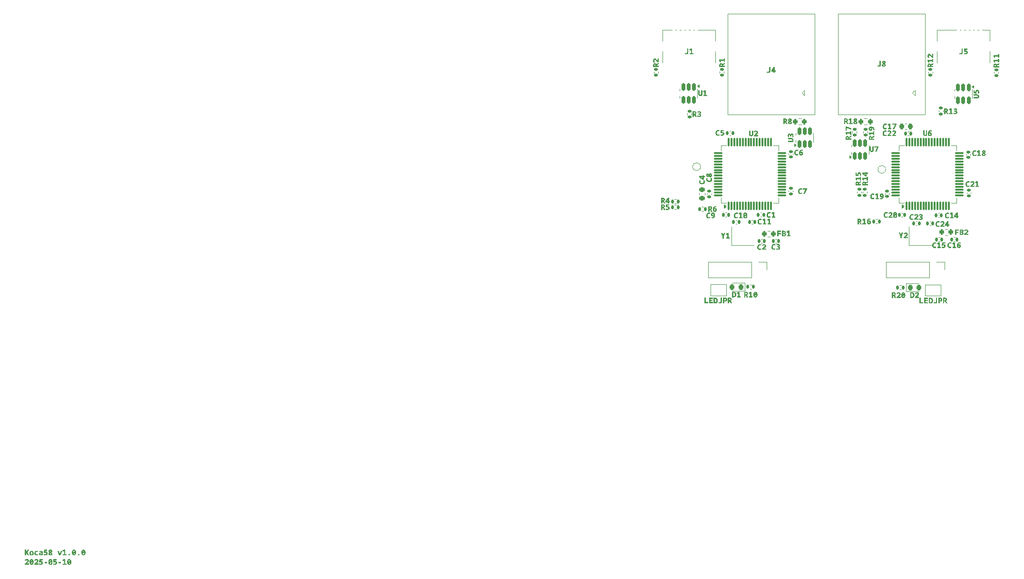
<source format=gto>
G04 #@! TF.GenerationSoftware,KiCad,Pcbnew,9.0.1*
G04 #@! TF.CreationDate,2025-05-10T22:07:30+12:00*
G04 #@! TF.ProjectId,Koca58,4b6f6361-3538-42e6-9b69-6361645f7063,v1.0.0*
G04 #@! TF.SameCoordinates,Original*
G04 #@! TF.FileFunction,Legend,Top*
G04 #@! TF.FilePolarity,Positive*
%FSLAX46Y46*%
G04 Gerber Fmt 4.6, Leading zero omitted, Abs format (unit mm)*
G04 Created by KiCad (PCBNEW 9.0.1) date 2025-05-10 22:07:30*
%MOMM*%
%LPD*%
G01*
G04 APERTURE LIST*
G04 Aperture macros list*
%AMRoundRect*
0 Rectangle with rounded corners*
0 $1 Rounding radius*
0 $2 $3 $4 $5 $6 $7 $8 $9 X,Y pos of 4 corners*
0 Add a 4 corners polygon primitive as box body*
4,1,4,$2,$3,$4,$5,$6,$7,$8,$9,$2,$3,0*
0 Add four circle primitives for the rounded corners*
1,1,$1+$1,$2,$3*
1,1,$1+$1,$4,$5*
1,1,$1+$1,$6,$7*
1,1,$1+$1,$8,$9*
0 Add four rect primitives between the rounded corners*
20,1,$1+$1,$2,$3,$4,$5,0*
20,1,$1+$1,$4,$5,$6,$7,0*
20,1,$1+$1,$6,$7,$8,$9,0*
20,1,$1+$1,$8,$9,$2,$3,0*%
G04 Aperture macros list end*
%ADD10C,0.153000*%
%ADD11C,0.120000*%
%ADD12C,0.100000*%
%ADD13C,1.700000*%
%ADD14C,3.000000*%
%ADD15C,4.000000*%
%ADD16C,3.200000*%
%ADD17R,1.500000X1.500000*%
%ADD18C,1.500000*%
%ADD19C,0.650000*%
%ADD20R,0.600000X1.450000*%
%ADD21R,0.300000X1.450000*%
%ADD22O,1.000000X2.100000*%
%ADD23O,1.000000X1.600000*%
%ADD24RoundRect,0.135000X-0.185000X0.135000X-0.185000X-0.135000X0.185000X-0.135000X0.185000X0.135000X0*%
%ADD25RoundRect,0.200000X-0.200000X-0.275000X0.200000X-0.275000X0.200000X0.275000X-0.200000X0.275000X0*%
%ADD26R,1.400000X1.200000*%
%ADD27C,5.000000*%
%ADD28R,1.000000X1.500000*%
%ADD29RoundRect,0.140000X-0.140000X-0.170000X0.140000X-0.170000X0.140000X0.170000X-0.140000X0.170000X0*%
%ADD30C,2.000000*%
%ADD31RoundRect,0.150000X0.150000X-0.512500X0.150000X0.512500X-0.150000X0.512500X-0.150000X-0.512500X0*%
%ADD32RoundRect,0.075000X0.075000X-0.700000X0.075000X0.700000X-0.075000X0.700000X-0.075000X-0.700000X0*%
%ADD33RoundRect,0.075000X0.700000X-0.075000X0.700000X0.075000X-0.700000X0.075000X-0.700000X-0.075000X0*%
%ADD34C,4.400000*%
%ADD35RoundRect,0.200000X0.200000X0.275000X-0.200000X0.275000X-0.200000X-0.275000X0.200000X-0.275000X0*%
%ADD36C,0.600000*%
%ADD37RoundRect,0.140000X0.140000X0.170000X-0.140000X0.170000X-0.140000X-0.170000X0.140000X-0.170000X0*%
%ADD38C,1.000000*%
%ADD39RoundRect,0.140000X-0.170000X0.140000X-0.170000X-0.140000X0.170000X-0.140000X0.170000X0.140000X0*%
%ADD40RoundRect,0.225000X-0.225000X-0.250000X0.225000X-0.250000X0.225000X0.250000X-0.225000X0.250000X0*%
%ADD41RoundRect,0.140000X0.170000X-0.140000X0.170000X0.140000X-0.170000X0.140000X-0.170000X-0.140000X0*%
%ADD42RoundRect,0.135000X0.185000X-0.135000X0.185000X0.135000X-0.185000X0.135000X-0.185000X-0.135000X0*%
%ADD43RoundRect,0.225000X0.250000X-0.225000X0.250000X0.225000X-0.250000X0.225000X-0.250000X-0.225000X0*%
%ADD44R,1.700000X1.700000*%
%ADD45RoundRect,0.150000X-0.150000X0.512500X-0.150000X-0.512500X0.150000X-0.512500X0.150000X0.512500X0*%
%ADD46RoundRect,0.135000X-0.135000X-0.185000X0.135000X-0.185000X0.135000X0.185000X-0.135000X0.185000X0*%
%ADD47RoundRect,0.135000X0.135000X0.185000X-0.135000X0.185000X-0.135000X-0.185000X0.135000X-0.185000X0*%
%ADD48RoundRect,0.218750X-0.218750X-0.256250X0.218750X-0.256250X0.218750X0.256250X-0.218750X0.256250X0*%
%ADD49RoundRect,0.218750X0.218750X0.256250X-0.218750X0.256250X-0.218750X-0.256250X0.218750X-0.256250X0*%
%ADD50C,0.800000*%
G04 APERTURE END LIST*
D10*
G36*
X61455992Y-184650000D02*
G01*
X61455992Y-183650375D01*
X61694007Y-183650375D01*
X61694007Y-184106803D01*
X61722705Y-184045926D01*
X61752808Y-183989200D01*
X61941791Y-183650375D01*
X62205024Y-183650375D01*
X61929213Y-184096973D01*
X62202215Y-184650000D01*
X61929213Y-184650000D01*
X61759769Y-184283208D01*
X61694007Y-184342009D01*
X61694007Y-184650000D01*
X61455992Y-184650000D01*
G37*
G36*
X62730724Y-183867826D02*
G01*
X62799636Y-183884893D01*
X62859412Y-183912203D01*
X62912647Y-183950410D01*
X62956516Y-183997679D01*
X62991730Y-184055024D01*
X63016353Y-184118150D01*
X63031797Y-184190392D01*
X63037220Y-184273377D01*
X63032418Y-184349991D01*
X63018661Y-184417709D01*
X62996615Y-184477808D01*
X62964694Y-184532493D01*
X62923876Y-184577909D01*
X62873394Y-184615012D01*
X62816362Y-184641300D01*
X62748098Y-184658015D01*
X62666215Y-184663982D01*
X62583546Y-184657829D01*
X62513565Y-184640469D01*
X62454091Y-184612936D01*
X62401435Y-184574277D01*
X62358513Y-184526783D01*
X62324581Y-184469443D01*
X62300993Y-184406442D01*
X62286330Y-184335915D01*
X62281770Y-184265012D01*
X62519242Y-184265012D01*
X62523473Y-184325920D01*
X62535059Y-184374358D01*
X62552826Y-184412718D01*
X62579221Y-184443140D01*
X62613769Y-184461442D01*
X62659193Y-184467978D01*
X62705476Y-184461269D01*
X62740476Y-184442507D01*
X62767027Y-184411313D01*
X62784930Y-184372090D01*
X62796453Y-184323979D01*
X62800610Y-184265012D01*
X62796408Y-184204114D01*
X62784843Y-184155151D01*
X62767027Y-184115901D01*
X62740471Y-184084671D01*
X62705471Y-184065890D01*
X62659193Y-184059176D01*
X62622762Y-184063215D01*
X62593629Y-184074520D01*
X62570146Y-184092746D01*
X62551421Y-184118710D01*
X62534123Y-184159570D01*
X62523146Y-184207848D01*
X62519242Y-184265012D01*
X62281770Y-184265012D01*
X62281228Y-184256585D01*
X62286000Y-184180921D01*
X62299729Y-184113409D01*
X62321833Y-184052887D01*
X62353679Y-183997558D01*
X62394274Y-183951215D01*
X62444321Y-183912936D01*
X62501069Y-183885472D01*
X62569082Y-183868047D01*
X62650828Y-183861828D01*
X62730724Y-183867826D01*
G37*
G36*
X63536209Y-184663982D02*
G01*
X63459550Y-184659309D01*
X63394850Y-184646199D01*
X63340252Y-184625671D01*
X63294202Y-184598244D01*
X63255512Y-184563904D01*
X63216823Y-184511641D01*
X63187846Y-184447358D01*
X63169186Y-184368528D01*
X63162456Y-184271973D01*
X63167338Y-184188729D01*
X63181175Y-184116707D01*
X63203061Y-184054291D01*
X63235267Y-183997409D01*
X63276771Y-183950402D01*
X63328358Y-183912203D01*
X63386941Y-183885364D01*
X63458971Y-183868072D01*
X63547444Y-183861828D01*
X63617238Y-183865488D01*
X63687395Y-183876543D01*
X63755836Y-183895283D01*
X63820446Y-183921973D01*
X63747662Y-184101186D01*
X63685816Y-184079140D01*
X63642637Y-184067602D01*
X63602448Y-184061214D01*
X63565640Y-184059176D01*
X63514279Y-184064911D01*
X63474762Y-184080720D01*
X63444262Y-184105908D01*
X63421321Y-184141694D01*
X63406111Y-184190985D01*
X63400409Y-184257990D01*
X63406986Y-184333105D01*
X63424103Y-184385190D01*
X63449380Y-184420411D01*
X63484535Y-184446652D01*
X63525096Y-184462481D01*
X63572662Y-184467978D01*
X63615166Y-184464840D01*
X63672008Y-184453995D01*
X63729614Y-184433395D01*
X63791015Y-184396598D01*
X63791015Y-184605181D01*
X63729563Y-184631873D01*
X63666390Y-184650000D01*
X63601661Y-184660487D01*
X63536209Y-184663982D01*
G37*
G36*
X64435900Y-183866832D02*
G01*
X64505203Y-183880387D01*
X64558946Y-183900760D01*
X64600130Y-183926919D01*
X64634379Y-183962213D01*
X64659287Y-184005317D01*
X64675033Y-184057867D01*
X64680669Y-184122191D01*
X64680669Y-184650000D01*
X64498647Y-184650000D01*
X64472025Y-184557615D01*
X64466468Y-184557615D01*
X64424773Y-184601015D01*
X64383121Y-184628995D01*
X64339163Y-184647808D01*
X64300505Y-184657693D01*
X64235476Y-184663982D01*
X64168659Y-184658988D01*
X64115067Y-184645223D01*
X64072166Y-184623913D01*
X64038005Y-184595411D01*
X64010264Y-184559320D01*
X63990305Y-184518534D01*
X63977956Y-184472159D01*
X63973647Y-184419007D01*
X63975294Y-184399406D01*
X64200427Y-184399406D01*
X64206312Y-184432119D01*
X64222674Y-184454551D01*
X64251062Y-184469241D01*
X64297025Y-184475000D01*
X64335248Y-184471417D01*
X64370005Y-184460926D01*
X64402049Y-184443492D01*
X64427318Y-184419249D01*
X64442737Y-184387636D01*
X64448272Y-184346222D01*
X64448272Y-184308426D01*
X64367062Y-184309769D01*
X64288721Y-184316600D01*
X64241704Y-184330774D01*
X64218782Y-184347101D01*
X64205253Y-184369317D01*
X64200427Y-184399406D01*
X63975294Y-184399406D01*
X63978569Y-184360439D01*
X63992196Y-184313378D01*
X64013520Y-184275514D01*
X64043004Y-184243109D01*
X64079528Y-184216326D01*
X64124162Y-184195036D01*
X64198202Y-184174748D01*
X64287255Y-184165605D01*
X64448272Y-184159987D01*
X64448272Y-184133426D01*
X64444790Y-184107898D01*
X64435010Y-184088073D01*
X64418841Y-184072548D01*
X64384031Y-184058196D01*
X64322243Y-184052215D01*
X64276061Y-184054661D01*
X64220027Y-184062718D01*
X64163195Y-184077053D01*
X64105233Y-184099781D01*
X64031045Y-183931803D01*
X64106656Y-183900241D01*
X64184307Y-183878620D01*
X64264292Y-183866064D01*
X64347461Y-183861828D01*
X64435900Y-183866832D01*
G37*
G36*
X65108278Y-184663982D02*
G01*
X65035914Y-184660645D01*
X64964785Y-184650671D01*
X64895989Y-184633860D01*
X64833871Y-184610799D01*
X64833871Y-184393789D01*
X64891524Y-184416149D01*
X64957030Y-184437203D01*
X65026037Y-184451766D01*
X65102660Y-184456803D01*
X65150121Y-184452652D01*
X65187945Y-184441179D01*
X65218126Y-184423220D01*
X65241453Y-184398018D01*
X65255756Y-184366061D01*
X65260868Y-184325218D01*
X65255808Y-184287210D01*
X65241411Y-184256538D01*
X65217454Y-184231428D01*
X65186728Y-184213714D01*
X65146135Y-184202087D01*
X65092890Y-184197784D01*
X65013756Y-184204134D01*
X64936086Y-184221598D01*
X64849258Y-184172627D01*
X64882903Y-183650375D01*
X65458278Y-183650375D01*
X65458278Y-183860423D01*
X65123665Y-183860423D01*
X65112491Y-184007397D01*
X65179925Y-183997644D01*
X65230094Y-183994818D01*
X65300036Y-184000778D01*
X65357699Y-184017475D01*
X65405443Y-184043923D01*
X65444966Y-184080242D01*
X65476139Y-184124656D01*
X65499009Y-184176300D01*
X65513399Y-184236521D01*
X65518483Y-184307021D01*
X65513458Y-184378577D01*
X65499258Y-184439544D01*
X65476753Y-184491653D01*
X65446190Y-184536288D01*
X65407170Y-184574406D01*
X65349681Y-184612067D01*
X65282033Y-184639982D01*
X65202338Y-184657692D01*
X65108278Y-184663982D01*
G37*
G36*
X66092606Y-183640811D02*
G01*
X66156927Y-183653169D01*
X66210911Y-183672428D01*
X66256158Y-183698002D01*
X66294840Y-183732238D01*
X66322189Y-183773000D01*
X66339093Y-183821568D01*
X66345062Y-183880024D01*
X66339521Y-183935252D01*
X66323579Y-183983036D01*
X66297435Y-184024921D01*
X66262850Y-184061166D01*
X66218590Y-184094552D01*
X66163101Y-184125000D01*
X66222852Y-184162248D01*
X66271368Y-184200053D01*
X66310075Y-184238389D01*
X66339979Y-184282203D01*
X66358264Y-184333338D01*
X66364663Y-184393789D01*
X66358895Y-184451389D01*
X66342179Y-184502137D01*
X66314579Y-184547488D01*
X66275087Y-184588389D01*
X66228889Y-184619335D01*
X66170761Y-184642942D01*
X66098087Y-184658365D01*
X66007702Y-184663982D01*
X65920241Y-184658415D01*
X65850164Y-184643146D01*
X65794308Y-184619781D01*
X65750087Y-184589122D01*
X65713060Y-184548858D01*
X65686664Y-184502601D01*
X65670369Y-184449164D01*
X65664663Y-184386828D01*
X65665436Y-184378401D01*
X65898464Y-184378401D01*
X65903188Y-184412919D01*
X65916169Y-184438213D01*
X65937343Y-184456678D01*
X65968870Y-184468921D01*
X66014663Y-184473595D01*
X66062023Y-184467507D01*
X66098682Y-184450514D01*
X66117311Y-184432879D01*
X66128384Y-184411160D01*
X66132266Y-184384019D01*
X66127837Y-184353279D01*
X66114983Y-184327574D01*
X66093065Y-184305617D01*
X66004893Y-184242602D01*
X65963865Y-184272331D01*
X65929972Y-184303541D01*
X65912200Y-184326918D01*
X65901907Y-184351628D01*
X65898464Y-184378401D01*
X65665436Y-184378401D01*
X65670177Y-184326731D01*
X65685792Y-184276253D01*
X65710886Y-184233504D01*
X65744404Y-184195845D01*
X65786489Y-184160615D01*
X65838319Y-184127808D01*
X65778575Y-184075018D01*
X65734699Y-184018632D01*
X65713977Y-183977043D01*
X65701290Y-183930725D01*
X65698671Y-183899624D01*
X65930704Y-183899624D01*
X65936591Y-183933346D01*
X65953785Y-183960502D01*
X65979412Y-183983916D01*
X66014663Y-184008801D01*
X66053941Y-183983711D01*
X66082562Y-183959830D01*
X66102082Y-183932039D01*
X66108513Y-183899624D01*
X66105139Y-183875031D01*
X66095794Y-183856646D01*
X66080486Y-183842899D01*
X66051365Y-183829730D01*
X66020280Y-183825375D01*
X65982685Y-183830783D01*
X65955190Y-183845708D01*
X65936918Y-183869122D01*
X65930704Y-183899624D01*
X65698671Y-183899624D01*
X65696903Y-183878620D01*
X65702625Y-183820628D01*
X65718808Y-183772418D01*
X65744896Y-183731972D01*
X65781594Y-183698002D01*
X65824831Y-183672524D01*
X65877111Y-183653268D01*
X65940171Y-183640853D01*
X66016067Y-183636392D01*
X66092606Y-183640811D01*
G37*
G36*
X67557301Y-184650000D02*
G01*
X67288511Y-183875811D01*
X67547531Y-183875811D01*
X67663729Y-184318196D01*
X67679788Y-184379806D01*
X67691756Y-184437203D01*
X67695908Y-184437203D01*
X67708487Y-184379806D01*
X67723935Y-184318196D01*
X67841538Y-183875811D01*
X68100558Y-183875811D01*
X67821938Y-184650000D01*
X67557301Y-184650000D01*
G37*
G36*
X68245333Y-184650000D02*
G01*
X68245333Y-184467978D01*
X68434377Y-184451186D01*
X68434377Y-184138982D01*
X68434377Y-184072487D01*
X68435048Y-183981507D01*
X68437124Y-183903777D01*
X68392367Y-183933208D01*
X68353166Y-183957021D01*
X68267742Y-184003183D01*
X68169740Y-183817009D01*
X68460938Y-183650375D01*
X68680757Y-183650375D01*
X68680757Y-184451186D01*
X68869740Y-184467978D01*
X68869740Y-184650000D01*
X68245333Y-184650000D01*
G37*
G36*
X69375750Y-184659769D02*
G01*
X69338417Y-184656358D01*
X69305573Y-184646513D01*
X69276343Y-184630399D01*
X69253865Y-184607689D01*
X69239649Y-184576061D01*
X69234394Y-184532397D01*
X69239685Y-184487816D01*
X69253933Y-184455796D01*
X69276343Y-184433051D01*
X69305577Y-184416902D01*
X69338421Y-184407037D01*
X69375750Y-184403620D01*
X69412116Y-184407036D01*
X69444020Y-184416895D01*
X69472348Y-184433051D01*
X69493965Y-184455681D01*
X69507798Y-184487686D01*
X69512953Y-184532397D01*
X69507833Y-184576190D01*
X69494031Y-184607804D01*
X69472348Y-184630399D01*
X69444024Y-184646520D01*
X69412120Y-184656359D01*
X69375750Y-184659769D01*
G37*
G36*
X70284217Y-183642227D02*
G01*
X70346788Y-183658769D01*
X70400388Y-183685191D01*
X70446466Y-183721537D01*
X70485894Y-183768710D01*
X70522580Y-183835652D01*
X70550876Y-183919374D01*
X70569443Y-184023352D01*
X70576203Y-184151622D01*
X70572244Y-184252209D01*
X70561000Y-184340659D01*
X70543292Y-184418335D01*
X70515190Y-184491632D01*
X70477609Y-184551117D01*
X70430573Y-184598892D01*
X70389366Y-184626087D01*
X70340088Y-184646382D01*
X70281185Y-184659348D01*
X70210755Y-184663982D01*
X70137982Y-184658136D01*
X70075953Y-184641552D01*
X70022762Y-184615032D01*
X69976978Y-184578496D01*
X69937752Y-184530992D01*
X69901241Y-184463714D01*
X69889486Y-184428777D01*
X70126796Y-184428777D01*
X70149699Y-184443992D01*
X70177271Y-184453448D01*
X70210755Y-184456803D01*
X70252108Y-184451790D01*
X70284223Y-184437841D01*
X70309312Y-184415264D01*
X70328358Y-184382615D01*
X70343853Y-184331719D01*
X70354904Y-184257099D01*
X70359193Y-184151622D01*
X70356385Y-184056428D01*
X70126796Y-184428777D01*
X69889486Y-184428777D01*
X69873180Y-184380312D01*
X69854835Y-184277537D01*
X69848176Y-184151622D01*
X70062377Y-184151622D01*
X70065186Y-184238389D01*
X70290561Y-183867384D01*
X70256295Y-183848860D01*
X70210755Y-183842227D01*
X70170456Y-183847355D01*
X70138709Y-183861758D01*
X70113455Y-183885370D01*
X70093885Y-183919958D01*
X70077901Y-183973041D01*
X70066680Y-184048225D01*
X70062377Y-184151622D01*
X69848176Y-184151622D01*
X69854627Y-184020473D01*
X69872226Y-183915444D01*
X69898801Y-183832112D01*
X69932868Y-183766634D01*
X69969974Y-183720840D01*
X70014880Y-183685200D01*
X70068695Y-183658967D01*
X70133209Y-183642328D01*
X70210755Y-183636392D01*
X70284217Y-183642227D01*
G37*
G36*
X71054187Y-184659769D02*
G01*
X71016854Y-184656358D01*
X70984010Y-184646513D01*
X70954780Y-184630399D01*
X70932302Y-184607689D01*
X70918086Y-184576061D01*
X70912831Y-184532397D01*
X70918122Y-184487816D01*
X70932369Y-184455796D01*
X70954780Y-184433051D01*
X70984014Y-184416902D01*
X71016858Y-184407037D01*
X71054187Y-184403620D01*
X71090553Y-184407036D01*
X71122457Y-184416895D01*
X71150785Y-184433051D01*
X71172402Y-184455681D01*
X71186235Y-184487686D01*
X71191390Y-184532397D01*
X71186269Y-184576190D01*
X71172467Y-184607804D01*
X71150785Y-184630399D01*
X71122460Y-184646520D01*
X71090557Y-184656359D01*
X71054187Y-184659769D01*
G37*
G36*
X71962654Y-183642227D02*
G01*
X72025225Y-183658769D01*
X72078824Y-183685191D01*
X72124902Y-183721537D01*
X72164331Y-183768710D01*
X72201017Y-183835652D01*
X72229313Y-183919374D01*
X72247880Y-184023352D01*
X72254640Y-184151622D01*
X72250681Y-184252209D01*
X72239437Y-184340659D01*
X72221728Y-184418335D01*
X72193627Y-184491632D01*
X72156046Y-184551117D01*
X72109010Y-184598892D01*
X72067803Y-184626087D01*
X72018525Y-184646382D01*
X71959622Y-184659348D01*
X71889192Y-184663982D01*
X71816419Y-184658136D01*
X71754390Y-184641552D01*
X71701199Y-184615032D01*
X71655414Y-184578496D01*
X71616189Y-184530992D01*
X71579678Y-184463714D01*
X71567923Y-184428777D01*
X71805233Y-184428777D01*
X71828135Y-184443992D01*
X71855708Y-184453448D01*
X71889192Y-184456803D01*
X71930545Y-184451790D01*
X71962660Y-184437841D01*
X71987749Y-184415264D01*
X72006795Y-184382615D01*
X72022290Y-184331719D01*
X72033341Y-184257099D01*
X72037630Y-184151622D01*
X72034822Y-184056428D01*
X71805233Y-184428777D01*
X71567923Y-184428777D01*
X71551617Y-184380312D01*
X71533271Y-184277537D01*
X71526613Y-184151622D01*
X71740814Y-184151622D01*
X71743623Y-184238389D01*
X71968998Y-183867384D01*
X71934732Y-183848860D01*
X71889192Y-183842227D01*
X71848893Y-183847355D01*
X71817145Y-183861758D01*
X71791892Y-183885370D01*
X71772322Y-183919958D01*
X71756338Y-183973041D01*
X71745117Y-184048225D01*
X71740814Y-184151622D01*
X71526613Y-184151622D01*
X71533064Y-184020473D01*
X71550663Y-183915444D01*
X71577238Y-183832112D01*
X71611304Y-183766634D01*
X71648411Y-183720840D01*
X71693317Y-183685200D01*
X71747132Y-183658967D01*
X71811646Y-183642328D01*
X71889192Y-183636392D01*
X71962654Y-183642227D01*
G37*
G36*
X61465823Y-186330000D02*
G01*
X61465823Y-186157808D01*
X61674406Y-185958995D01*
X61821379Y-185816906D01*
X61872328Y-185761959D01*
X61903262Y-185719637D01*
X61922831Y-185676212D01*
X61929213Y-185631404D01*
X61924979Y-185594731D01*
X61913541Y-185568046D01*
X61895568Y-185548789D01*
X61858041Y-185530353D01*
X61805992Y-185523571D01*
X61765734Y-185526928D01*
X61728850Y-185536756D01*
X61694678Y-185553002D01*
X61645318Y-185587616D01*
X61586174Y-185641174D01*
X61455992Y-185477409D01*
X61515455Y-185424641D01*
X61572964Y-185384306D01*
X61628916Y-185354921D01*
X61688352Y-185333789D01*
X61752698Y-185320837D01*
X61822784Y-185316392D01*
X61890301Y-185320220D01*
X61951881Y-185331320D01*
X62008286Y-185349303D01*
X62060722Y-185375506D01*
X62104459Y-185408784D01*
X62140544Y-185449443D01*
X62167150Y-185496454D01*
X62183725Y-185551787D01*
X62189576Y-185617421D01*
X62184155Y-185675177D01*
X62167899Y-185730811D01*
X62140064Y-185784708D01*
X62093710Y-185847009D01*
X62035061Y-185909715D01*
X61948813Y-185989769D01*
X61807397Y-186112990D01*
X61807397Y-186120012D01*
X62190980Y-186120012D01*
X62190980Y-186330000D01*
X61465823Y-186330000D01*
G37*
G36*
X62731251Y-185322227D02*
G01*
X62793823Y-185338769D01*
X62847422Y-185365191D01*
X62893500Y-185401537D01*
X62932929Y-185448710D01*
X62969614Y-185515652D01*
X62997910Y-185599374D01*
X63016477Y-185703352D01*
X63023237Y-185831622D01*
X63019278Y-185932209D01*
X63008034Y-186020659D01*
X62990326Y-186098335D01*
X62962224Y-186171632D01*
X62924644Y-186231117D01*
X62877608Y-186278892D01*
X62836400Y-186306087D01*
X62787122Y-186326382D01*
X62728219Y-186339348D01*
X62657789Y-186343982D01*
X62585017Y-186338136D01*
X62522987Y-186321552D01*
X62469796Y-186295032D01*
X62424012Y-186258496D01*
X62384787Y-186210992D01*
X62348275Y-186143714D01*
X62336520Y-186108777D01*
X62573831Y-186108777D01*
X62596733Y-186123992D01*
X62624305Y-186133448D01*
X62657789Y-186136803D01*
X62699143Y-186131790D01*
X62731258Y-186117841D01*
X62756347Y-186095264D01*
X62775392Y-186062615D01*
X62790887Y-186011719D01*
X62801938Y-185937099D01*
X62806228Y-185831622D01*
X62803419Y-185736428D01*
X62573831Y-186108777D01*
X62336520Y-186108777D01*
X62320214Y-186060312D01*
X62301869Y-185957537D01*
X62295211Y-185831622D01*
X62509412Y-185831622D01*
X62512220Y-185918389D01*
X62737595Y-185547384D01*
X62703329Y-185528860D01*
X62657789Y-185522227D01*
X62617491Y-185527355D01*
X62585743Y-185541758D01*
X62560489Y-185565370D01*
X62540919Y-185599958D01*
X62524935Y-185653041D01*
X62513715Y-185728225D01*
X62509412Y-185831622D01*
X62295211Y-185831622D01*
X62301661Y-185700473D01*
X62319261Y-185595444D01*
X62345835Y-185512112D01*
X62379902Y-185446634D01*
X62417008Y-185400840D01*
X62461914Y-185365200D01*
X62515730Y-185338967D01*
X62580244Y-185322328D01*
X62657789Y-185316392D01*
X62731251Y-185322227D01*
G37*
G36*
X63144260Y-186330000D02*
G01*
X63144260Y-186157808D01*
X63352843Y-185958995D01*
X63499816Y-185816906D01*
X63550765Y-185761959D01*
X63581699Y-185719637D01*
X63601268Y-185676212D01*
X63607650Y-185631404D01*
X63603416Y-185594731D01*
X63591978Y-185568046D01*
X63574005Y-185548789D01*
X63536478Y-185530353D01*
X63484429Y-185523571D01*
X63444171Y-185526928D01*
X63407287Y-185536756D01*
X63373115Y-185553002D01*
X63323755Y-185587616D01*
X63264610Y-185641174D01*
X63134429Y-185477409D01*
X63193891Y-185424641D01*
X63251400Y-185384306D01*
X63307353Y-185354921D01*
X63366789Y-185333789D01*
X63431135Y-185320837D01*
X63501221Y-185316392D01*
X63568738Y-185320220D01*
X63630318Y-185331320D01*
X63686723Y-185349303D01*
X63739159Y-185375506D01*
X63782896Y-185408784D01*
X63818981Y-185449443D01*
X63845587Y-185496454D01*
X63862161Y-185551787D01*
X63868012Y-185617421D01*
X63862592Y-185675177D01*
X63846336Y-185730811D01*
X63818501Y-185784708D01*
X63772147Y-185847009D01*
X63713498Y-185909715D01*
X63627250Y-185989769D01*
X63485833Y-186112990D01*
X63485833Y-186120012D01*
X63869417Y-186120012D01*
X63869417Y-186330000D01*
X63144260Y-186330000D01*
G37*
G36*
X64269059Y-186343982D02*
G01*
X64196695Y-186340645D01*
X64125566Y-186330671D01*
X64056771Y-186313860D01*
X63994652Y-186290799D01*
X63994652Y-186073789D01*
X64052305Y-186096149D01*
X64117812Y-186117203D01*
X64186818Y-186131766D01*
X64263442Y-186136803D01*
X64310902Y-186132652D01*
X64348726Y-186121179D01*
X64378907Y-186103220D01*
X64402234Y-186078018D01*
X64416537Y-186046061D01*
X64421650Y-186005218D01*
X64416589Y-185967210D01*
X64402192Y-185936538D01*
X64378236Y-185911428D01*
X64347510Y-185893714D01*
X64306917Y-185882087D01*
X64253672Y-185877784D01*
X64174537Y-185884134D01*
X64096868Y-185901598D01*
X64010040Y-185852627D01*
X64043684Y-185330375D01*
X64619059Y-185330375D01*
X64619059Y-185540423D01*
X64284446Y-185540423D01*
X64273272Y-185687397D01*
X64340706Y-185677644D01*
X64390875Y-185674818D01*
X64460818Y-185680778D01*
X64518481Y-185697475D01*
X64566225Y-185723923D01*
X64605748Y-185760242D01*
X64636921Y-185804656D01*
X64659790Y-185856300D01*
X64674181Y-185916521D01*
X64679265Y-185987021D01*
X64674240Y-186058577D01*
X64660039Y-186119544D01*
X64637535Y-186171653D01*
X64606971Y-186216288D01*
X64567951Y-186254406D01*
X64510462Y-186292067D01*
X64442814Y-186319982D01*
X64363119Y-186337692D01*
X64269059Y-186343982D01*
G37*
G36*
X64966861Y-186056997D02*
G01*
X64966861Y-185847009D01*
X65386898Y-185847009D01*
X65386898Y-186056997D01*
X64966861Y-186056997D01*
G37*
G36*
X66088125Y-185322227D02*
G01*
X66150696Y-185338769D01*
X66204296Y-185365191D01*
X66250373Y-185401537D01*
X66289802Y-185448710D01*
X66326488Y-185515652D01*
X66354784Y-185599374D01*
X66373351Y-185703352D01*
X66380111Y-185831622D01*
X66376152Y-185932209D01*
X66364908Y-186020659D01*
X66347199Y-186098335D01*
X66319098Y-186171632D01*
X66281517Y-186231117D01*
X66234481Y-186278892D01*
X66193274Y-186306087D01*
X66143996Y-186326382D01*
X66085093Y-186339348D01*
X66014663Y-186343982D01*
X65941890Y-186338136D01*
X65879861Y-186321552D01*
X65826670Y-186295032D01*
X65780886Y-186258496D01*
X65741660Y-186210992D01*
X65705149Y-186143714D01*
X65693394Y-186108777D01*
X65930704Y-186108777D01*
X65953607Y-186123992D01*
X65981179Y-186133448D01*
X66014663Y-186136803D01*
X66056016Y-186131790D01*
X66088131Y-186117841D01*
X66113220Y-186095264D01*
X66132266Y-186062615D01*
X66147761Y-186011719D01*
X66158812Y-185937099D01*
X66163101Y-185831622D01*
X66160293Y-185736428D01*
X65930704Y-186108777D01*
X65693394Y-186108777D01*
X65677088Y-186060312D01*
X65658742Y-185957537D01*
X65652084Y-185831622D01*
X65866285Y-185831622D01*
X65869094Y-185918389D01*
X66094469Y-185547384D01*
X66060203Y-185528860D01*
X66014663Y-185522227D01*
X65974364Y-185527355D01*
X65942616Y-185541758D01*
X65917363Y-185565370D01*
X65897793Y-185599958D01*
X65881809Y-185653041D01*
X65870588Y-185728225D01*
X65866285Y-185831622D01*
X65652084Y-185831622D01*
X65658535Y-185700473D01*
X65676134Y-185595444D01*
X65702709Y-185512112D01*
X65736775Y-185446634D01*
X65773882Y-185400840D01*
X65818788Y-185365200D01*
X65872603Y-185338967D01*
X65937117Y-185322328D01*
X66014663Y-185316392D01*
X66088125Y-185322227D01*
G37*
G36*
X66786714Y-186343982D02*
G01*
X66714351Y-186340645D01*
X66643222Y-186330671D01*
X66574426Y-186313860D01*
X66512308Y-186290799D01*
X66512308Y-186073789D01*
X66569961Y-186096149D01*
X66635467Y-186117203D01*
X66704473Y-186131766D01*
X66781097Y-186136803D01*
X66828558Y-186132652D01*
X66866382Y-186121179D01*
X66896563Y-186103220D01*
X66919890Y-186078018D01*
X66934193Y-186046061D01*
X66939305Y-186005218D01*
X66934244Y-185967210D01*
X66919848Y-185936538D01*
X66895891Y-185911428D01*
X66865165Y-185893714D01*
X66824572Y-185882087D01*
X66771327Y-185877784D01*
X66692192Y-185884134D01*
X66614523Y-185901598D01*
X66527695Y-185852627D01*
X66561339Y-185330375D01*
X67136714Y-185330375D01*
X67136714Y-185540423D01*
X66802102Y-185540423D01*
X66790928Y-185687397D01*
X66858362Y-185677644D01*
X66908531Y-185674818D01*
X66978473Y-185680778D01*
X67036136Y-185697475D01*
X67083880Y-185723923D01*
X67123403Y-185760242D01*
X67154576Y-185804656D01*
X67177445Y-185856300D01*
X67191836Y-185916521D01*
X67196920Y-185987021D01*
X67191895Y-186058577D01*
X67177695Y-186119544D01*
X67155190Y-186171653D01*
X67124626Y-186216288D01*
X67085607Y-186254406D01*
X67028118Y-186292067D01*
X66960469Y-186319982D01*
X66880774Y-186337692D01*
X66786714Y-186343982D01*
G37*
G36*
X67484516Y-186056997D02*
G01*
X67484516Y-185847009D01*
X67904553Y-185847009D01*
X67904553Y-186056997D01*
X67484516Y-186056997D01*
G37*
G36*
X68245333Y-186330000D02*
G01*
X68245333Y-186147978D01*
X68434377Y-186131186D01*
X68434377Y-185818982D01*
X68434377Y-185752487D01*
X68435048Y-185661507D01*
X68437124Y-185583777D01*
X68392367Y-185613208D01*
X68353166Y-185637021D01*
X68267742Y-185683183D01*
X68169740Y-185497009D01*
X68460938Y-185330375D01*
X68680757Y-185330375D01*
X68680757Y-186131186D01*
X68869740Y-186147978D01*
X68869740Y-186330000D01*
X68245333Y-186330000D01*
G37*
G36*
X69444999Y-185322227D02*
G01*
X69507570Y-185338769D01*
X69561169Y-185365191D01*
X69607247Y-185401537D01*
X69646676Y-185448710D01*
X69683362Y-185515652D01*
X69711657Y-185599374D01*
X69730225Y-185703352D01*
X69736985Y-185831622D01*
X69733025Y-185932209D01*
X69721782Y-186020659D01*
X69704073Y-186098335D01*
X69675971Y-186171632D01*
X69638391Y-186231117D01*
X69591355Y-186278892D01*
X69550147Y-186306087D01*
X69500869Y-186326382D01*
X69441967Y-186339348D01*
X69371536Y-186343982D01*
X69298764Y-186338136D01*
X69236735Y-186321552D01*
X69183544Y-186295032D01*
X69137759Y-186258496D01*
X69098534Y-186210992D01*
X69062022Y-186143714D01*
X69050268Y-186108777D01*
X69287578Y-186108777D01*
X69310480Y-186123992D01*
X69338053Y-186133448D01*
X69371536Y-186136803D01*
X69412890Y-186131790D01*
X69445005Y-186117841D01*
X69470094Y-186095264D01*
X69489139Y-186062615D01*
X69504635Y-186011719D01*
X69515685Y-185937099D01*
X69519975Y-185831622D01*
X69517166Y-185736428D01*
X69287578Y-186108777D01*
X69050268Y-186108777D01*
X69033962Y-186060312D01*
X69015616Y-185957537D01*
X69008958Y-185831622D01*
X69223159Y-185831622D01*
X69225968Y-185918389D01*
X69451343Y-185547384D01*
X69417076Y-185528860D01*
X69371536Y-185522227D01*
X69331238Y-185527355D01*
X69299490Y-185541758D01*
X69274236Y-185565370D01*
X69254666Y-185599958D01*
X69238683Y-185653041D01*
X69227462Y-185728225D01*
X69223159Y-185831622D01*
X69008958Y-185831622D01*
X69015408Y-185700473D01*
X69033008Y-185595444D01*
X69059582Y-185512112D01*
X69093649Y-185446634D01*
X69130756Y-185400840D01*
X69175662Y-185365200D01*
X69229477Y-185338967D01*
X69293991Y-185322328D01*
X69371536Y-185316392D01*
X69444999Y-185322227D01*
G37*
G36*
X182437369Y-139765000D02*
G01*
X182437369Y-138765375D01*
X182682345Y-138765375D01*
X182682345Y-139547990D01*
X183088337Y-139547990D01*
X183088337Y-139765000D01*
X182437369Y-139765000D01*
G37*
G36*
X183255582Y-139765000D02*
G01*
X183255582Y-138765375D01*
X183927556Y-138765375D01*
X183927556Y-138975423D01*
X183494940Y-138975423D01*
X183494940Y-139146210D01*
X183909360Y-139146210D01*
X183909360Y-139356198D01*
X183494940Y-139356198D01*
X183494940Y-139555012D01*
X183927556Y-139555012D01*
X183927556Y-139765000D01*
X183255582Y-139765000D01*
G37*
G36*
X184456330Y-138770922D02*
G01*
X184531753Y-138786675D01*
X184597225Y-138811694D01*
X184654197Y-138845600D01*
X184703759Y-138888595D01*
X184744637Y-138939287D01*
X184777315Y-138998667D01*
X184801728Y-139068088D01*
X184817258Y-139149264D01*
X184822767Y-139244213D01*
X184818728Y-139329815D01*
X184807230Y-139405136D01*
X184789030Y-139471424D01*
X184764637Y-139529794D01*
X184731988Y-139585278D01*
X184693961Y-139632575D01*
X184650400Y-139672487D01*
X184600872Y-139705526D01*
X184528203Y-139737819D01*
X184445130Y-139757948D01*
X184349607Y-139765000D01*
X184066774Y-139765000D01*
X184066774Y-139561973D01*
X184299171Y-139561973D01*
X184352355Y-139561973D01*
X184407840Y-139556579D01*
X184453039Y-139541465D01*
X184490096Y-139517330D01*
X184520394Y-139483632D01*
X184542520Y-139443932D01*
X184559624Y-139393938D01*
X184570876Y-139331469D01*
X184574982Y-139253982D01*
X184569319Y-139167354D01*
X184554124Y-139101505D01*
X184531418Y-139052123D01*
X184502179Y-139015756D01*
X184466215Y-138990067D01*
X184422187Y-138974097D01*
X184367803Y-138968401D01*
X184299171Y-138968401D01*
X184299171Y-139561973D01*
X184066774Y-139561973D01*
X184066774Y-138765375D01*
X184369208Y-138765375D01*
X184456330Y-138770922D01*
G37*
G36*
X185195787Y-139778982D02*
G01*
X185077512Y-139773365D01*
X184940980Y-139755230D01*
X184940980Y-139541029D01*
X185011768Y-139554186D01*
X185068414Y-139561301D01*
X185149625Y-139566186D01*
X185198846Y-139563046D01*
X185235476Y-139554719D01*
X185262282Y-139542433D01*
X185285130Y-139524183D01*
X185302763Y-139500906D01*
X185315466Y-139471725D01*
X185326195Y-139422044D01*
X185330181Y-139357602D01*
X185330181Y-138765375D01*
X185571005Y-138765375D01*
X185571005Y-139391186D01*
X185566497Y-139480574D01*
X185554121Y-139553151D01*
X185535284Y-139611676D01*
X185506098Y-139664394D01*
X185467237Y-139706194D01*
X185417681Y-139738377D01*
X185361518Y-139759597D01*
X185288837Y-139773747D01*
X185195787Y-139778982D01*
G37*
G36*
X186229689Y-138771419D02*
G01*
X186299726Y-138788083D01*
X186356050Y-138813809D01*
X186401125Y-138847990D01*
X186437509Y-138891782D01*
X186464228Y-138944500D01*
X186481170Y-139007966D01*
X186487221Y-139084600D01*
X186483227Y-139146375D01*
X186471508Y-139204025D01*
X186452233Y-139258196D01*
X186424335Y-139307680D01*
X186387294Y-139349922D01*
X186340186Y-139385629D01*
X186286750Y-139410852D01*
X186219696Y-139427233D01*
X186135816Y-139433196D01*
X186004230Y-139433196D01*
X186004230Y-139765000D01*
X185773238Y-139765000D01*
X185773238Y-139230230D01*
X186004230Y-139230230D01*
X186107789Y-139230230D01*
X186148298Y-139225833D01*
X186180595Y-139213554D01*
X186206525Y-139193838D01*
X186225574Y-139167373D01*
X186237776Y-139132715D01*
X186242245Y-139087409D01*
X186238660Y-139053114D01*
X186228529Y-139024846D01*
X186212142Y-139001313D01*
X186189752Y-138984131D01*
X186157531Y-138972726D01*
X186112003Y-138968401D01*
X186004230Y-138968401D01*
X186004230Y-139230230D01*
X185773238Y-139230230D01*
X185773238Y-138765375D01*
X186142838Y-138765375D01*
X186229689Y-138771419D01*
G37*
G36*
X187022694Y-138770955D02*
G01*
X187098091Y-138786149D01*
X187157250Y-138809140D01*
X187203219Y-138838892D01*
X187241468Y-138878684D01*
X187269186Y-138926748D01*
X187286634Y-138984786D01*
X187292856Y-139055230D01*
X187288248Y-139116754D01*
X187275176Y-139169461D01*
X187254326Y-139214842D01*
X187225429Y-139255781D01*
X187187793Y-139293973D01*
X187140265Y-139329576D01*
X187361427Y-139765000D01*
X187101064Y-139765000D01*
X186940047Y-139403825D01*
X186842044Y-139403825D01*
X186842044Y-139765000D01*
X186612456Y-139765000D01*
X186612456Y-139200799D01*
X186842044Y-139200799D01*
X186926064Y-139200799D01*
X186962462Y-139197445D01*
X186994109Y-139187808D01*
X187021929Y-139172100D01*
X187043401Y-139150070D01*
X187056903Y-139119950D01*
X187061863Y-139078982D01*
X187058088Y-139045821D01*
X187047498Y-139019274D01*
X187030356Y-138997833D01*
X187007503Y-138982404D01*
X186975984Y-138972218D01*
X186933025Y-138968401D01*
X186842044Y-138968401D01*
X186842044Y-139200799D01*
X186612456Y-139200799D01*
X186612456Y-138765375D01*
X186927407Y-138765375D01*
X187022694Y-138770955D01*
G37*
G36*
X220737369Y-139790000D02*
G01*
X220737369Y-138790375D01*
X220982345Y-138790375D01*
X220982345Y-139572990D01*
X221388337Y-139572990D01*
X221388337Y-139790000D01*
X220737369Y-139790000D01*
G37*
G36*
X221555582Y-139790000D02*
G01*
X221555582Y-138790375D01*
X222227556Y-138790375D01*
X222227556Y-139000423D01*
X221794940Y-139000423D01*
X221794940Y-139171210D01*
X222209360Y-139171210D01*
X222209360Y-139381198D01*
X221794940Y-139381198D01*
X221794940Y-139580012D01*
X222227556Y-139580012D01*
X222227556Y-139790000D01*
X221555582Y-139790000D01*
G37*
G36*
X222756330Y-138795922D02*
G01*
X222831753Y-138811675D01*
X222897225Y-138836694D01*
X222954197Y-138870600D01*
X223003759Y-138913595D01*
X223044637Y-138964287D01*
X223077315Y-139023667D01*
X223101728Y-139093088D01*
X223117258Y-139174264D01*
X223122767Y-139269213D01*
X223118728Y-139354815D01*
X223107230Y-139430136D01*
X223089030Y-139496424D01*
X223064637Y-139554794D01*
X223031988Y-139610278D01*
X222993961Y-139657575D01*
X222950400Y-139697487D01*
X222900872Y-139730526D01*
X222828203Y-139762819D01*
X222745130Y-139782948D01*
X222649607Y-139790000D01*
X222366774Y-139790000D01*
X222366774Y-139586973D01*
X222599171Y-139586973D01*
X222652355Y-139586973D01*
X222707840Y-139581579D01*
X222753039Y-139566465D01*
X222790096Y-139542330D01*
X222820394Y-139508632D01*
X222842520Y-139468932D01*
X222859624Y-139418938D01*
X222870876Y-139356469D01*
X222874982Y-139278982D01*
X222869319Y-139192354D01*
X222854124Y-139126505D01*
X222831418Y-139077123D01*
X222802179Y-139040756D01*
X222766215Y-139015067D01*
X222722187Y-138999097D01*
X222667803Y-138993401D01*
X222599171Y-138993401D01*
X222599171Y-139586973D01*
X222366774Y-139586973D01*
X222366774Y-138790375D01*
X222669208Y-138790375D01*
X222756330Y-138795922D01*
G37*
G36*
X223495787Y-139803982D02*
G01*
X223377512Y-139798365D01*
X223240980Y-139780230D01*
X223240980Y-139566029D01*
X223311768Y-139579186D01*
X223368414Y-139586301D01*
X223449625Y-139591186D01*
X223498846Y-139588046D01*
X223535476Y-139579719D01*
X223562282Y-139567433D01*
X223585130Y-139549183D01*
X223602763Y-139525906D01*
X223615466Y-139496725D01*
X223626195Y-139447044D01*
X223630181Y-139382602D01*
X223630181Y-138790375D01*
X223871005Y-138790375D01*
X223871005Y-139416186D01*
X223866497Y-139505574D01*
X223854121Y-139578151D01*
X223835284Y-139636676D01*
X223806098Y-139689394D01*
X223767237Y-139731194D01*
X223717681Y-139763377D01*
X223661518Y-139784597D01*
X223588837Y-139798747D01*
X223495787Y-139803982D01*
G37*
G36*
X224529689Y-138796419D02*
G01*
X224599726Y-138813083D01*
X224656050Y-138838809D01*
X224701125Y-138872990D01*
X224737509Y-138916782D01*
X224764228Y-138969500D01*
X224781170Y-139032966D01*
X224787221Y-139109600D01*
X224783227Y-139171375D01*
X224771508Y-139229025D01*
X224752233Y-139283196D01*
X224724335Y-139332680D01*
X224687294Y-139374922D01*
X224640186Y-139410629D01*
X224586750Y-139435852D01*
X224519696Y-139452233D01*
X224435816Y-139458196D01*
X224304230Y-139458196D01*
X224304230Y-139790000D01*
X224073238Y-139790000D01*
X224073238Y-139255230D01*
X224304230Y-139255230D01*
X224407789Y-139255230D01*
X224448298Y-139250833D01*
X224480595Y-139238554D01*
X224506525Y-139218838D01*
X224525574Y-139192373D01*
X224537776Y-139157715D01*
X224542245Y-139112409D01*
X224538660Y-139078114D01*
X224528529Y-139049846D01*
X224512142Y-139026313D01*
X224489752Y-139009131D01*
X224457531Y-138997726D01*
X224412003Y-138993401D01*
X224304230Y-138993401D01*
X224304230Y-139255230D01*
X224073238Y-139255230D01*
X224073238Y-138790375D01*
X224442838Y-138790375D01*
X224529689Y-138796419D01*
G37*
G36*
X225322694Y-138795955D02*
G01*
X225398091Y-138811149D01*
X225457250Y-138834140D01*
X225503219Y-138863892D01*
X225541468Y-138903684D01*
X225569186Y-138951748D01*
X225586634Y-139009786D01*
X225592856Y-139080230D01*
X225588248Y-139141754D01*
X225575176Y-139194461D01*
X225554326Y-139239842D01*
X225525429Y-139280781D01*
X225487793Y-139318973D01*
X225440265Y-139354576D01*
X225661427Y-139790000D01*
X225401064Y-139790000D01*
X225240047Y-139428825D01*
X225142044Y-139428825D01*
X225142044Y-139790000D01*
X224912456Y-139790000D01*
X224912456Y-139225799D01*
X225142044Y-139225799D01*
X225226064Y-139225799D01*
X225262462Y-139222445D01*
X225294109Y-139212808D01*
X225321929Y-139197100D01*
X225343401Y-139175070D01*
X225356903Y-139144950D01*
X225361863Y-139103982D01*
X225358088Y-139070821D01*
X225347498Y-139044274D01*
X225330356Y-139022833D01*
X225307503Y-139007404D01*
X225275984Y-138997218D01*
X225233025Y-138993401D01*
X225142044Y-138993401D01*
X225142044Y-139225799D01*
X224912456Y-139225799D01*
X224912456Y-138790375D01*
X225227407Y-138790375D01*
X225322694Y-138795955D01*
G37*
G36*
X213462568Y-97628982D02*
G01*
X213344294Y-97623365D01*
X213207762Y-97605230D01*
X213207762Y-97391029D01*
X213278549Y-97404186D01*
X213335196Y-97411301D01*
X213416406Y-97416186D01*
X213465628Y-97413046D01*
X213502257Y-97404719D01*
X213529063Y-97392433D01*
X213551912Y-97374183D01*
X213569545Y-97350906D01*
X213582247Y-97321725D01*
X213592977Y-97272044D01*
X213596963Y-97207602D01*
X213596963Y-96615375D01*
X213837786Y-96615375D01*
X213837786Y-97241186D01*
X213833279Y-97330574D01*
X213820902Y-97403151D01*
X213802066Y-97461676D01*
X213772880Y-97514394D01*
X213734019Y-97556194D01*
X213684463Y-97588377D01*
X213628300Y-97609597D01*
X213555619Y-97623747D01*
X213462568Y-97628982D01*
G37*
G36*
X214452514Y-96605811D02*
G01*
X214516835Y-96618169D01*
X214570820Y-96637428D01*
X214616066Y-96663002D01*
X214654748Y-96697238D01*
X214682097Y-96738000D01*
X214699001Y-96786568D01*
X214704971Y-96845024D01*
X214699429Y-96900252D01*
X214683487Y-96948036D01*
X214657343Y-96989921D01*
X214622758Y-97026166D01*
X214578498Y-97059552D01*
X214523010Y-97090000D01*
X214582760Y-97127248D01*
X214631276Y-97165053D01*
X214669983Y-97203389D01*
X214699887Y-97247203D01*
X214718172Y-97298338D01*
X214724571Y-97358789D01*
X214718804Y-97416389D01*
X214702087Y-97467137D01*
X214674488Y-97512488D01*
X214634995Y-97553389D01*
X214588797Y-97584335D01*
X214530669Y-97607942D01*
X214457996Y-97623365D01*
X214367610Y-97628982D01*
X214280150Y-97623415D01*
X214210072Y-97608146D01*
X214154217Y-97584781D01*
X214109995Y-97554122D01*
X214072968Y-97513858D01*
X214046572Y-97467601D01*
X214030277Y-97414164D01*
X214024571Y-97351828D01*
X214025344Y-97343401D01*
X214258373Y-97343401D01*
X214263097Y-97377919D01*
X214276077Y-97403213D01*
X214297252Y-97421678D01*
X214328778Y-97433921D01*
X214374571Y-97438595D01*
X214421931Y-97432507D01*
X214458591Y-97415514D01*
X214477219Y-97397879D01*
X214488293Y-97376160D01*
X214492174Y-97349019D01*
X214487745Y-97318279D01*
X214474891Y-97292574D01*
X214452973Y-97270617D01*
X214364801Y-97207602D01*
X214323774Y-97237331D01*
X214289880Y-97268541D01*
X214272109Y-97291918D01*
X214261816Y-97316628D01*
X214258373Y-97343401D01*
X214025344Y-97343401D01*
X214030086Y-97291731D01*
X214045700Y-97241253D01*
X214070794Y-97198504D01*
X214104312Y-97160845D01*
X214146397Y-97125615D01*
X214198228Y-97092808D01*
X214138483Y-97040018D01*
X214094608Y-96983632D01*
X214073885Y-96942043D01*
X214061199Y-96895725D01*
X214058580Y-96864624D01*
X214290613Y-96864624D01*
X214296500Y-96898346D01*
X214313694Y-96925502D01*
X214339321Y-96948916D01*
X214374571Y-96973801D01*
X214413849Y-96948711D01*
X214442471Y-96924830D01*
X214461990Y-96897039D01*
X214468421Y-96864624D01*
X214465047Y-96840031D01*
X214455703Y-96821646D01*
X214440395Y-96807899D01*
X214411273Y-96794730D01*
X214380189Y-96790375D01*
X214342593Y-96795783D01*
X214315098Y-96810708D01*
X214296826Y-96834122D01*
X214290613Y-96864624D01*
X214058580Y-96864624D01*
X214056811Y-96843620D01*
X214062534Y-96785628D01*
X214078716Y-96737418D01*
X214104804Y-96696972D01*
X214141502Y-96663002D01*
X214184739Y-96637524D01*
X214237020Y-96618268D01*
X214300080Y-96605853D01*
X214375975Y-96601392D01*
X214452514Y-96605811D01*
G37*
G36*
X228062568Y-95428982D02*
G01*
X227944294Y-95423365D01*
X227807762Y-95405230D01*
X227807762Y-95191029D01*
X227878549Y-95204186D01*
X227935196Y-95211301D01*
X228016406Y-95216186D01*
X228065628Y-95213046D01*
X228102257Y-95204719D01*
X228129063Y-95192433D01*
X228151912Y-95174183D01*
X228169545Y-95150906D01*
X228182247Y-95121725D01*
X228192977Y-95072044D01*
X228196963Y-95007602D01*
X228196963Y-94415375D01*
X228437786Y-94415375D01*
X228437786Y-95041186D01*
X228433279Y-95130574D01*
X228420902Y-95203151D01*
X228402066Y-95261676D01*
X228372880Y-95314394D01*
X228334019Y-95356194D01*
X228284463Y-95388377D01*
X228228300Y-95409597D01*
X228155619Y-95423747D01*
X228062568Y-95428982D01*
G37*
G36*
X228907404Y-95428982D02*
G01*
X228835040Y-95425645D01*
X228763912Y-95415671D01*
X228695116Y-95398860D01*
X228632997Y-95375799D01*
X228632997Y-95158789D01*
X228690651Y-95181149D01*
X228756157Y-95202203D01*
X228825163Y-95216766D01*
X228901787Y-95221803D01*
X228949248Y-95217652D01*
X228987072Y-95206179D01*
X229017253Y-95188220D01*
X229040580Y-95163018D01*
X229054882Y-95131061D01*
X229059995Y-95090218D01*
X229054934Y-95052210D01*
X229040537Y-95021538D01*
X229016581Y-94996428D01*
X228985855Y-94978714D01*
X228945262Y-94967087D01*
X228892017Y-94962784D01*
X228812882Y-94969134D01*
X228735213Y-94986598D01*
X228648385Y-94937627D01*
X228682029Y-94415375D01*
X229257404Y-94415375D01*
X229257404Y-94625423D01*
X228922792Y-94625423D01*
X228911618Y-94772397D01*
X228979052Y-94762644D01*
X229029220Y-94759818D01*
X229099163Y-94765778D01*
X229156826Y-94782475D01*
X229204570Y-94808923D01*
X229244093Y-94845242D01*
X229275266Y-94889656D01*
X229298135Y-94941300D01*
X229312526Y-95001521D01*
X229317610Y-95072021D01*
X229312585Y-95143577D01*
X229298385Y-95204544D01*
X229275880Y-95256653D01*
X229245316Y-95301288D01*
X229206297Y-95339406D01*
X229148808Y-95377067D01*
X229081159Y-95404982D01*
X229001464Y-95422692D01*
X228907404Y-95428982D01*
G37*
G36*
X179206568Y-95428982D02*
G01*
X179088294Y-95423365D01*
X178951762Y-95405230D01*
X178951762Y-95191029D01*
X179022549Y-95204186D01*
X179079196Y-95211301D01*
X179160406Y-95216186D01*
X179209628Y-95213046D01*
X179246257Y-95204719D01*
X179273063Y-95192433D01*
X179295912Y-95174183D01*
X179313545Y-95150906D01*
X179326247Y-95121725D01*
X179336977Y-95072044D01*
X179340963Y-95007602D01*
X179340963Y-94415375D01*
X179581786Y-94415375D01*
X179581786Y-95041186D01*
X179577279Y-95130574D01*
X179564902Y-95203151D01*
X179546066Y-95261676D01*
X179516880Y-95314394D01*
X179478019Y-95356194D01*
X179428463Y-95388377D01*
X179372300Y-95409597D01*
X179299619Y-95423747D01*
X179206568Y-95428982D01*
G37*
G36*
X179831586Y-95415000D02*
G01*
X179831586Y-95232978D01*
X180020630Y-95216186D01*
X180020630Y-94903982D01*
X180020630Y-94837487D01*
X180021301Y-94746507D01*
X180023377Y-94668777D01*
X179978620Y-94698208D01*
X179939419Y-94722021D01*
X179853995Y-94768183D01*
X179755993Y-94582009D01*
X180047191Y-94415375D01*
X180267010Y-94415375D01*
X180267010Y-95216186D01*
X180455993Y-95232978D01*
X180455993Y-95415000D01*
X179831586Y-95415000D01*
G37*
G36*
X193806568Y-98728982D02*
G01*
X193688294Y-98723365D01*
X193551762Y-98705230D01*
X193551762Y-98491029D01*
X193622549Y-98504186D01*
X193679196Y-98511301D01*
X193760406Y-98516186D01*
X193809628Y-98513046D01*
X193846257Y-98504719D01*
X193873063Y-98492433D01*
X193895912Y-98474183D01*
X193913545Y-98450906D01*
X193926247Y-98421725D01*
X193936977Y-98372044D01*
X193940963Y-98307602D01*
X193940963Y-97715375D01*
X194181786Y-97715375D01*
X194181786Y-98341186D01*
X194177279Y-98430574D01*
X194164902Y-98503151D01*
X194146066Y-98561676D01*
X194116880Y-98614394D01*
X194078019Y-98656194D01*
X194028463Y-98688377D01*
X193972300Y-98709597D01*
X193899619Y-98723747D01*
X193806568Y-98728982D01*
G37*
G36*
X194973377Y-98324394D02*
G01*
X195098002Y-98324394D01*
X195098002Y-98516186D01*
X194973377Y-98516186D01*
X194973377Y-98715000D01*
X194740980Y-98715000D01*
X194740980Y-98516186D01*
X194342010Y-98516186D01*
X194342010Y-98328607D01*
X194344770Y-98324394D01*
X194551997Y-98324394D01*
X194740980Y-98324394D01*
X194740980Y-98188595D01*
X194740980Y-98122833D01*
X194742385Y-98031791D01*
X194735424Y-98031791D01*
X194700375Y-98090654D01*
X194668196Y-98141029D01*
X194551997Y-98324394D01*
X194344770Y-98324394D01*
X194743789Y-97715375D01*
X194973377Y-97715375D01*
X194973377Y-98324394D01*
G37*
G36*
X212690000Y-110186199D02*
G01*
X212328825Y-110347216D01*
X212328825Y-110445219D01*
X212690000Y-110445219D01*
X212690000Y-110674807D01*
X211690375Y-110674807D01*
X211690375Y-110359856D01*
X211690704Y-110354238D01*
X211893401Y-110354238D01*
X211893401Y-110445219D01*
X212125799Y-110445219D01*
X212125799Y-110361199D01*
X212122445Y-110324801D01*
X212112808Y-110293154D01*
X212097100Y-110265334D01*
X212075070Y-110243862D01*
X212044950Y-110230360D01*
X212003982Y-110225400D01*
X211970821Y-110229175D01*
X211944274Y-110239765D01*
X211922833Y-110256907D01*
X211907404Y-110279760D01*
X211897218Y-110311279D01*
X211893401Y-110354238D01*
X211690704Y-110354238D01*
X211695955Y-110264569D01*
X211711149Y-110189172D01*
X211734140Y-110130013D01*
X211763892Y-110084045D01*
X211803684Y-110045796D01*
X211851748Y-110018077D01*
X211909786Y-110000629D01*
X211980230Y-109994407D01*
X212041754Y-109999015D01*
X212094461Y-110012087D01*
X212139842Y-110032937D01*
X212180781Y-110061834D01*
X212218973Y-110099471D01*
X212254576Y-110146998D01*
X212690000Y-109925836D01*
X212690000Y-110186199D01*
G37*
G36*
X212690000Y-109788022D02*
G01*
X212507978Y-109788022D01*
X212491186Y-109598978D01*
X212178982Y-109598978D01*
X212112487Y-109598978D01*
X212021507Y-109598307D01*
X211943777Y-109596231D01*
X211973208Y-109640988D01*
X211997021Y-109680189D01*
X212043183Y-109765613D01*
X211857009Y-109863615D01*
X211690375Y-109572417D01*
X211690375Y-109352598D01*
X212491186Y-109352598D01*
X212507978Y-109163615D01*
X212690000Y-109163615D01*
X212690000Y-109788022D01*
G37*
G36*
X212222825Y-108308684D02*
G01*
X212328825Y-108324397D01*
X212397383Y-108342170D01*
X212460404Y-108366700D01*
X212518480Y-108397914D01*
X212570625Y-108437174D01*
X212615536Y-108486035D01*
X212653607Y-108545620D01*
X212680392Y-108611022D01*
X212697721Y-108691179D01*
X212703982Y-108789191D01*
X212701174Y-108871074D01*
X212692808Y-108955765D01*
X212488377Y-108955765D01*
X212497916Y-108884787D01*
X212501017Y-108817218D01*
X212496403Y-108752688D01*
X212483496Y-108698997D01*
X212463241Y-108654263D01*
X212435926Y-108617000D01*
X212401265Y-108586693D01*
X212358338Y-108563278D01*
X212305500Y-108546941D01*
X212240593Y-108538598D01*
X212240593Y-108545620D01*
X212273437Y-108565434D01*
X212301530Y-108591556D01*
X212325284Y-108624694D01*
X212342607Y-108661761D01*
X212353163Y-108702332D01*
X212356791Y-108747181D01*
X212351209Y-108805788D01*
X212335123Y-108856967D01*
X212308777Y-108902207D01*
X212271428Y-108942515D01*
X212227029Y-108973826D01*
X212173596Y-108997142D01*
X212109334Y-109012041D01*
X212032009Y-109017375D01*
X211959310Y-109012273D01*
X211896629Y-108997782D01*
X211842355Y-108974694D01*
X211793313Y-108942222D01*
X211752720Y-108902536D01*
X211719806Y-108855015D01*
X211696198Y-108802082D01*
X211681522Y-108741886D01*
X211676392Y-108672993D01*
X211676846Y-108667375D01*
X211884975Y-108667375D01*
X211888613Y-108694880D01*
X211899223Y-108718593D01*
X211917215Y-108739488D01*
X211940484Y-108754380D01*
X211973462Y-108764389D01*
X212019370Y-108768186D01*
X212061779Y-108765054D01*
X212094480Y-108756576D01*
X212119509Y-108743701D01*
X212139144Y-108724937D01*
X212151008Y-108700994D01*
X212155230Y-108670184D01*
X212150349Y-108635068D01*
X212136648Y-108607967D01*
X212113953Y-108586897D01*
X212069697Y-108566637D01*
X212016622Y-108559603D01*
X211979319Y-108563041D01*
X211948221Y-108572746D01*
X211922100Y-108588301D01*
X211901551Y-108609732D01*
X211889271Y-108635613D01*
X211884975Y-108667375D01*
X211676846Y-108667375D01*
X211682163Y-108601593D01*
X211698858Y-108537892D01*
X211726095Y-108480529D01*
X211763844Y-108429667D01*
X211812135Y-108386386D01*
X211872397Y-108350287D01*
X211938448Y-108325262D01*
X212017862Y-108309167D01*
X212113220Y-108303392D01*
X212222825Y-108308684D01*
G37*
G36*
X196905039Y-106870955D02*
G01*
X196980436Y-106886149D01*
X197039595Y-106909140D01*
X197085563Y-106938892D01*
X197123812Y-106978684D01*
X197151531Y-107026748D01*
X197168979Y-107084786D01*
X197175201Y-107155230D01*
X197170593Y-107216754D01*
X197157521Y-107269461D01*
X197136671Y-107314842D01*
X197107774Y-107355781D01*
X197070137Y-107393973D01*
X197022610Y-107429576D01*
X197243772Y-107865000D01*
X196983409Y-107865000D01*
X196822392Y-107503825D01*
X196724389Y-107503825D01*
X196724389Y-107865000D01*
X196494801Y-107865000D01*
X196494801Y-107300799D01*
X196724389Y-107300799D01*
X196808409Y-107300799D01*
X196844807Y-107297445D01*
X196876454Y-107287808D01*
X196904274Y-107272100D01*
X196925746Y-107250070D01*
X196939248Y-107219950D01*
X196944208Y-107178982D01*
X196940433Y-107145821D01*
X196929843Y-107119274D01*
X196912701Y-107097833D01*
X196889848Y-107082404D01*
X196858329Y-107072218D01*
X196815370Y-107068401D01*
X196724389Y-107068401D01*
X196724389Y-107300799D01*
X196494801Y-107300799D01*
X196494801Y-106865375D01*
X196809752Y-106865375D01*
X196905039Y-106870955D01*
G37*
G36*
X197746514Y-106855811D02*
G01*
X197810835Y-106868169D01*
X197864820Y-106887428D01*
X197910066Y-106913002D01*
X197948748Y-106947238D01*
X197976097Y-106988000D01*
X197993001Y-107036568D01*
X197998971Y-107095024D01*
X197993429Y-107150252D01*
X197977487Y-107198036D01*
X197951343Y-107239921D01*
X197916758Y-107276166D01*
X197872498Y-107309552D01*
X197817010Y-107340000D01*
X197876760Y-107377248D01*
X197925276Y-107415053D01*
X197963983Y-107453389D01*
X197993887Y-107497203D01*
X198012172Y-107548338D01*
X198018571Y-107608789D01*
X198012804Y-107666389D01*
X197996087Y-107717137D01*
X197968488Y-107762488D01*
X197928995Y-107803389D01*
X197882797Y-107834335D01*
X197824669Y-107857942D01*
X197751996Y-107873365D01*
X197661610Y-107878982D01*
X197574150Y-107873415D01*
X197504072Y-107858146D01*
X197448217Y-107834781D01*
X197403995Y-107804122D01*
X197366968Y-107763858D01*
X197340572Y-107717601D01*
X197324277Y-107664164D01*
X197318571Y-107601828D01*
X197319344Y-107593401D01*
X197552373Y-107593401D01*
X197557097Y-107627919D01*
X197570077Y-107653213D01*
X197591252Y-107671678D01*
X197622778Y-107683921D01*
X197668571Y-107688595D01*
X197715931Y-107682507D01*
X197752591Y-107665514D01*
X197771219Y-107647879D01*
X197782293Y-107626160D01*
X197786174Y-107599019D01*
X197781745Y-107568279D01*
X197768891Y-107542574D01*
X197746973Y-107520617D01*
X197658801Y-107457602D01*
X197617774Y-107487331D01*
X197583880Y-107518541D01*
X197566109Y-107541918D01*
X197555816Y-107566628D01*
X197552373Y-107593401D01*
X197319344Y-107593401D01*
X197324086Y-107541731D01*
X197339700Y-107491253D01*
X197364794Y-107448504D01*
X197398312Y-107410845D01*
X197440397Y-107375615D01*
X197492228Y-107342808D01*
X197432483Y-107290018D01*
X197388608Y-107233632D01*
X197367885Y-107192043D01*
X197355199Y-107145725D01*
X197352580Y-107114624D01*
X197584613Y-107114624D01*
X197590500Y-107148346D01*
X197607694Y-107175502D01*
X197633321Y-107198916D01*
X197668571Y-107223801D01*
X197707849Y-107198711D01*
X197736471Y-107174830D01*
X197755990Y-107147039D01*
X197762421Y-107114624D01*
X197759047Y-107090031D01*
X197749703Y-107071646D01*
X197734395Y-107057899D01*
X197705273Y-107044730D01*
X197674189Y-107040375D01*
X197636593Y-107045783D01*
X197609098Y-107060708D01*
X197590826Y-107084122D01*
X197584613Y-107114624D01*
X197352580Y-107114624D01*
X197350811Y-107093620D01*
X197356534Y-107035628D01*
X197372716Y-106987418D01*
X197398804Y-106946972D01*
X197435502Y-106913002D01*
X197478739Y-106887524D01*
X197531020Y-106868268D01*
X197594080Y-106855853D01*
X197669975Y-106851392D01*
X197746514Y-106855811D01*
G37*
G36*
X185659002Y-128215000D02*
G01*
X185659002Y-127828607D01*
X185381786Y-127215375D01*
X185639402Y-127215375D01*
X185783566Y-127570992D01*
X185924982Y-127215375D01*
X186179789Y-127215375D01*
X185903978Y-127828607D01*
X185903978Y-128215000D01*
X185659002Y-128215000D01*
G37*
G36*
X186331586Y-128215000D02*
G01*
X186331586Y-128032978D01*
X186520630Y-128016186D01*
X186520630Y-127703982D01*
X186520630Y-127637487D01*
X186521301Y-127546507D01*
X186523377Y-127468777D01*
X186478620Y-127498208D01*
X186439419Y-127522021D01*
X186353995Y-127568183D01*
X186255993Y-127382009D01*
X186547191Y-127215375D01*
X186767010Y-127215375D01*
X186767010Y-128016186D01*
X186955993Y-128032978D01*
X186955993Y-128215000D01*
X186331586Y-128215000D01*
G37*
G36*
X223997371Y-126158982D02*
G01*
X223929419Y-126154775D01*
X223869717Y-126142756D01*
X223817084Y-126123558D01*
X223770530Y-126097433D01*
X223715562Y-126051415D01*
X223669946Y-125993866D01*
X223633327Y-125923105D01*
X223608442Y-125846610D01*
X223592710Y-125758773D01*
X223587165Y-125657796D01*
X223594102Y-125547896D01*
X223613678Y-125453994D01*
X223644562Y-125373620D01*
X223676880Y-125317381D01*
X223714690Y-125269125D01*
X223758143Y-125228076D01*
X223807655Y-125193735D01*
X223861376Y-125167153D01*
X223920816Y-125147695D01*
X223986824Y-125135594D01*
X224060386Y-125131392D01*
X224125712Y-125134728D01*
X224189834Y-125144703D01*
X224253703Y-125161340D01*
X224322153Y-125185980D01*
X224256391Y-125393220D01*
X224206668Y-125372617D01*
X224156923Y-125358904D01*
X224107421Y-125350888D01*
X224064599Y-125348401D01*
X224007811Y-125353115D01*
X223962868Y-125366075D01*
X223927334Y-125386198D01*
X223897551Y-125414261D01*
X223873782Y-125449533D01*
X223855954Y-125493299D01*
X223840605Y-125566299D01*
X223834950Y-125659200D01*
X223838918Y-125738504D01*
X223849512Y-125798968D01*
X223865114Y-125844288D01*
X223884653Y-125877615D01*
X223911871Y-125905530D01*
X223945682Y-125925848D01*
X223987502Y-125938739D01*
X224039381Y-125943377D01*
X224096471Y-125939407D01*
X224162540Y-125926585D01*
X224227186Y-125905356D01*
X224284356Y-125876210D01*
X224284356Y-126101585D01*
X224216873Y-126127030D01*
X224144344Y-126145000D01*
X224070184Y-126155517D01*
X223997371Y-126158982D01*
G37*
G36*
X224436214Y-126145000D02*
G01*
X224436214Y-125972808D01*
X224644798Y-125773995D01*
X224791771Y-125631906D01*
X224842720Y-125576959D01*
X224873653Y-125534637D01*
X224893222Y-125491212D01*
X224899604Y-125446404D01*
X224895370Y-125409731D01*
X224883932Y-125383046D01*
X224865960Y-125363789D01*
X224828433Y-125345353D01*
X224776384Y-125338571D01*
X224736126Y-125341928D01*
X224699242Y-125351756D01*
X224665070Y-125368002D01*
X224615709Y-125402616D01*
X224556565Y-125456174D01*
X224426384Y-125292409D01*
X224485846Y-125239641D01*
X224543355Y-125199306D01*
X224599308Y-125169921D01*
X224658744Y-125148789D01*
X224723090Y-125135837D01*
X224793175Y-125131392D01*
X224860693Y-125135220D01*
X224922273Y-125146320D01*
X224978678Y-125164303D01*
X225031114Y-125190506D01*
X225074850Y-125223784D01*
X225110935Y-125264443D01*
X225137542Y-125311454D01*
X225154116Y-125366787D01*
X225159967Y-125432421D01*
X225154546Y-125490177D01*
X225138290Y-125545811D01*
X225110455Y-125599708D01*
X225064102Y-125662009D01*
X225005453Y-125724715D01*
X224919205Y-125804769D01*
X224777788Y-125927990D01*
X224777788Y-125935012D01*
X225161371Y-125935012D01*
X225161371Y-126145000D01*
X224436214Y-126145000D01*
G37*
G36*
X225882987Y-125754394D02*
G01*
X226007612Y-125754394D01*
X226007612Y-125946186D01*
X225882987Y-125946186D01*
X225882987Y-126145000D01*
X225650590Y-126145000D01*
X225650590Y-125946186D01*
X225251619Y-125946186D01*
X225251619Y-125758607D01*
X225254379Y-125754394D01*
X225461607Y-125754394D01*
X225650590Y-125754394D01*
X225650590Y-125618595D01*
X225650590Y-125552833D01*
X225651994Y-125461791D01*
X225645033Y-125461791D01*
X225609984Y-125520654D01*
X225577805Y-125571029D01*
X225461607Y-125754394D01*
X225254379Y-125754394D01*
X225653399Y-125145375D01*
X225882987Y-125145375D01*
X225882987Y-125754394D01*
G37*
G36*
X198303982Y-110694242D02*
G01*
X198297347Y-110777484D01*
X198278563Y-110848167D01*
X198248590Y-110908520D01*
X198207384Y-110960222D01*
X198156379Y-111001391D01*
X198094356Y-111031837D01*
X198019030Y-111051258D01*
X197927421Y-111058225D01*
X197290375Y-111058225D01*
X197290375Y-110813188D01*
X197907821Y-110813188D01*
X197975270Y-110809182D01*
X198019782Y-110799117D01*
X198047772Y-110785222D01*
X198069078Y-110763803D01*
X198082222Y-110735604D01*
X198086973Y-110698394D01*
X198082375Y-110661959D01*
X198069323Y-110632420D01*
X198047772Y-110608146D01*
X198019325Y-110591657D01*
X197974377Y-110579894D01*
X197906416Y-110575235D01*
X197290375Y-110575235D01*
X197290375Y-110330198D01*
X197921803Y-110330198D01*
X198010492Y-110336751D01*
X198085211Y-110355199D01*
X198148363Y-110384378D01*
X198201828Y-110424048D01*
X198245126Y-110474043D01*
X198276797Y-110534226D01*
X198296832Y-110606684D01*
X198303982Y-110694242D01*
G37*
G36*
X198302578Y-109916573D02*
G01*
X198299521Y-109980230D01*
X198290000Y-110048891D01*
X198274055Y-110117846D01*
X198250799Y-110188171D01*
X198042215Y-110188171D01*
X198069614Y-110121001D01*
X198090514Y-110050296D01*
X198103930Y-109979836D01*
X198107978Y-109922190D01*
X198103880Y-109870695D01*
X198092950Y-109832526D01*
X198076531Y-109804587D01*
X198053138Y-109782931D01*
X198024929Y-109769937D01*
X197990375Y-109765386D01*
X197956723Y-109770847D01*
X197930901Y-109786391D01*
X197912024Y-109812567D01*
X197896646Y-109859237D01*
X197888646Y-109916255D01*
X197885411Y-110004805D01*
X197885411Y-110060798D01*
X197686598Y-110060798D01*
X197686598Y-110003401D01*
X197682596Y-109916488D01*
X197672659Y-109860103D01*
X197659303Y-109825653D01*
X197637590Y-109798263D01*
X197610011Y-109782236D01*
X197574612Y-109776622D01*
X197540660Y-109780565D01*
X197516842Y-109791067D01*
X197500423Y-109807396D01*
X197485005Y-109841156D01*
X197479419Y-109885798D01*
X197483805Y-109936455D01*
X197497615Y-109991494D01*
X197518216Y-110044876D01*
X197542372Y-110091573D01*
X197372990Y-110190980D01*
X197333267Y-110121766D01*
X197302281Y-110042602D01*
X197283040Y-109957698D01*
X197276392Y-109863389D01*
X197280913Y-109788238D01*
X197293482Y-109726044D01*
X197312959Y-109674688D01*
X197338735Y-109632396D01*
X197372882Y-109596760D01*
X197413702Y-109571281D01*
X197462537Y-109555408D01*
X197521428Y-109549781D01*
X197586734Y-109556438D01*
X197639031Y-109574999D01*
X197684225Y-109604035D01*
X197720242Y-109639418D01*
X197749477Y-109679977D01*
X197772021Y-109721972D01*
X197776174Y-109721972D01*
X197790120Y-109669205D01*
X197811894Y-109621222D01*
X197842660Y-109579604D01*
X197883335Y-109547033D01*
X197914846Y-109532006D01*
X197952858Y-109522433D01*
X197998801Y-109519006D01*
X198056856Y-109524747D01*
X198109166Y-109541529D01*
X198157009Y-109569443D01*
X198198643Y-109606508D01*
X198234303Y-109652512D01*
X198264110Y-109708722D01*
X198284913Y-109769160D01*
X198297989Y-109837990D01*
X198302578Y-109916573D01*
G37*
G36*
X194796980Y-130228982D02*
G01*
X194729028Y-130224775D01*
X194669326Y-130212756D01*
X194616693Y-130193558D01*
X194570139Y-130167433D01*
X194515171Y-130121415D01*
X194469555Y-130063866D01*
X194432936Y-129993105D01*
X194408051Y-129916610D01*
X194392319Y-129828773D01*
X194386774Y-129727796D01*
X194393711Y-129617896D01*
X194413287Y-129523994D01*
X194444171Y-129443620D01*
X194476489Y-129387381D01*
X194514299Y-129339125D01*
X194557752Y-129298076D01*
X194607264Y-129263735D01*
X194660985Y-129237153D01*
X194720425Y-129217695D01*
X194786433Y-129205594D01*
X194859995Y-129201392D01*
X194925321Y-129204728D01*
X194989443Y-129214703D01*
X195053312Y-129231340D01*
X195121762Y-129255980D01*
X195056000Y-129463220D01*
X195006277Y-129442617D01*
X194956532Y-129428904D01*
X194907030Y-129420888D01*
X194864208Y-129418401D01*
X194807420Y-129423115D01*
X194762477Y-129436075D01*
X194726943Y-129456198D01*
X194697160Y-129484261D01*
X194673391Y-129519533D01*
X194655563Y-129563299D01*
X194640214Y-129636299D01*
X194634559Y-129729200D01*
X194638527Y-129808504D01*
X194649121Y-129868968D01*
X194664723Y-129914288D01*
X194684262Y-129947615D01*
X194711480Y-129975530D01*
X194745291Y-129995848D01*
X194787111Y-130008739D01*
X194838990Y-130013377D01*
X194896080Y-130009407D01*
X194962149Y-129996585D01*
X195026795Y-129975356D01*
X195083965Y-129946210D01*
X195083965Y-130171585D01*
X195016482Y-130197030D01*
X194943953Y-130215000D01*
X194869793Y-130225517D01*
X194796980Y-130228982D01*
G37*
G36*
X195528426Y-130227578D02*
G01*
X195464769Y-130224521D01*
X195396108Y-130215000D01*
X195327153Y-130199055D01*
X195256828Y-130175799D01*
X195256828Y-129967215D01*
X195323998Y-129994614D01*
X195394703Y-130015514D01*
X195465163Y-130028930D01*
X195522809Y-130032978D01*
X195574304Y-130028880D01*
X195612473Y-130017950D01*
X195640412Y-130001531D01*
X195662068Y-129978138D01*
X195675062Y-129949929D01*
X195679613Y-129915375D01*
X195674152Y-129881723D01*
X195658608Y-129855901D01*
X195632432Y-129837024D01*
X195585762Y-129821646D01*
X195528744Y-129813646D01*
X195440194Y-129810411D01*
X195384201Y-129810411D01*
X195384201Y-129611598D01*
X195441598Y-129611598D01*
X195528511Y-129607596D01*
X195584896Y-129597659D01*
X195619346Y-129584303D01*
X195646736Y-129562590D01*
X195662763Y-129535011D01*
X195668377Y-129499612D01*
X195664434Y-129465660D01*
X195653932Y-129441842D01*
X195637603Y-129425423D01*
X195603843Y-129410005D01*
X195559201Y-129404419D01*
X195508544Y-129408805D01*
X195453505Y-129422615D01*
X195400123Y-129443216D01*
X195353426Y-129467372D01*
X195254019Y-129297990D01*
X195323233Y-129258267D01*
X195402397Y-129227281D01*
X195487301Y-129208040D01*
X195581610Y-129201392D01*
X195656761Y-129205913D01*
X195718955Y-129218482D01*
X195770311Y-129237959D01*
X195812603Y-129263735D01*
X195848239Y-129297882D01*
X195873718Y-129338702D01*
X195889591Y-129387537D01*
X195895218Y-129446428D01*
X195888561Y-129511734D01*
X195870000Y-129564031D01*
X195840964Y-129609225D01*
X195805581Y-129645242D01*
X195765022Y-129674477D01*
X195723027Y-129697021D01*
X195723027Y-129701174D01*
X195775794Y-129715120D01*
X195823777Y-129736894D01*
X195865395Y-129767660D01*
X195897966Y-129808335D01*
X195912993Y-129839846D01*
X195922566Y-129877858D01*
X195925993Y-129923801D01*
X195920252Y-129981856D01*
X195903470Y-130034166D01*
X195875556Y-130082009D01*
X195838491Y-130123643D01*
X195792487Y-130159303D01*
X195736277Y-130189110D01*
X195675839Y-130209913D01*
X195607009Y-130222989D01*
X195528426Y-130227578D01*
G37*
G36*
X195405192Y-127855000D02*
G01*
X195405192Y-126855375D01*
X196077165Y-126855375D01*
X196077165Y-127065423D01*
X195644550Y-127065423D01*
X195644550Y-127274007D01*
X196060373Y-127274007D01*
X196060373Y-127483995D01*
X195644550Y-127483995D01*
X195644550Y-127855000D01*
X195405192Y-127855000D01*
G37*
G36*
X196677547Y-126860212D02*
G01*
X196752951Y-126873226D01*
X196810639Y-126892564D01*
X196854102Y-126916985D01*
X196891334Y-126951039D01*
X196917854Y-126991922D01*
X196934348Y-127041000D01*
X196940197Y-127100411D01*
X196934485Y-127165237D01*
X196918878Y-127215511D01*
X196894707Y-127254406D01*
X196862052Y-127287699D01*
X196829290Y-127310500D01*
X196795972Y-127324382D01*
X196795972Y-127331404D01*
X196838562Y-127347407D01*
X196876613Y-127371045D01*
X196910766Y-127402845D01*
X196935935Y-127441116D01*
X196952329Y-127492097D01*
X196958393Y-127559588D01*
X196952164Y-127627490D01*
X196934457Y-127685058D01*
X196905896Y-127734300D01*
X196865947Y-127776598D01*
X196818007Y-127809609D01*
X196761431Y-127834021D01*
X196694581Y-127849499D01*
X196615415Y-127855000D01*
X196244410Y-127855000D01*
X196244410Y-127661803D01*
X196465572Y-127661803D01*
X196594410Y-127661803D01*
X196639578Y-127657140D01*
X196672358Y-127644652D01*
X196695893Y-127625411D01*
X196713488Y-127599728D01*
X196723880Y-127571980D01*
X196727401Y-127541392D01*
X196723810Y-127510946D01*
X196713370Y-127484434D01*
X196695893Y-127460914D01*
X196672580Y-127443836D01*
X196638618Y-127432376D01*
X196590197Y-127428002D01*
X196465572Y-127428002D01*
X196465572Y-127661803D01*
X196244410Y-127661803D01*
X196244410Y-127247384D01*
X196465572Y-127247384D01*
X196581771Y-127247384D01*
X196625508Y-127243309D01*
X196657450Y-127232429D01*
X196680506Y-127215877D01*
X196698156Y-127193309D01*
X196708505Y-127168630D01*
X196712013Y-127141017D01*
X196708283Y-127113672D01*
X196697623Y-127091456D01*
X196679773Y-127073117D01*
X196656865Y-127060520D01*
X196623914Y-127051881D01*
X196577619Y-127048571D01*
X196465572Y-127048571D01*
X196465572Y-127247384D01*
X196244410Y-127247384D01*
X196244410Y-126855375D01*
X196580366Y-126855375D01*
X196677547Y-126860212D01*
G37*
G36*
X197131195Y-127855000D02*
G01*
X197131195Y-127672978D01*
X197320239Y-127656186D01*
X197320239Y-127343982D01*
X197320239Y-127277487D01*
X197320911Y-127186507D01*
X197322987Y-127108777D01*
X197278229Y-127138208D01*
X197239028Y-127162021D01*
X197153604Y-127208183D01*
X197055602Y-127022009D01*
X197346801Y-126855375D01*
X197566619Y-126855375D01*
X197566619Y-127656186D01*
X197755602Y-127672978D01*
X197755602Y-127855000D01*
X197131195Y-127855000D01*
G37*
G36*
X190760757Y-110028982D02*
G01*
X190677515Y-110022347D01*
X190606832Y-110003563D01*
X190546479Y-109973590D01*
X190494777Y-109932384D01*
X190453608Y-109881379D01*
X190423162Y-109819356D01*
X190403741Y-109744030D01*
X190396774Y-109652421D01*
X190396774Y-109015375D01*
X190641811Y-109015375D01*
X190641811Y-109632821D01*
X190645817Y-109700270D01*
X190655882Y-109744782D01*
X190669777Y-109772772D01*
X190691196Y-109794078D01*
X190719395Y-109807222D01*
X190756605Y-109811973D01*
X190793040Y-109807375D01*
X190822579Y-109794323D01*
X190846853Y-109772772D01*
X190863342Y-109744325D01*
X190875105Y-109699377D01*
X190879764Y-109631416D01*
X190879764Y-109015375D01*
X191124801Y-109015375D01*
X191124801Y-109646803D01*
X191118248Y-109735492D01*
X191099800Y-109810211D01*
X191070621Y-109873363D01*
X191030951Y-109926828D01*
X190980956Y-109970126D01*
X190920773Y-110001797D01*
X190848315Y-110021832D01*
X190760757Y-110028982D01*
G37*
G36*
X191245823Y-110015000D02*
G01*
X191245823Y-109842808D01*
X191454407Y-109643995D01*
X191601380Y-109501906D01*
X191652329Y-109446959D01*
X191683262Y-109404637D01*
X191702831Y-109361212D01*
X191709213Y-109316404D01*
X191704979Y-109279731D01*
X191693541Y-109253046D01*
X191675569Y-109233789D01*
X191638042Y-109215353D01*
X191585993Y-109208571D01*
X191545735Y-109211928D01*
X191508851Y-109221756D01*
X191474679Y-109238002D01*
X191425318Y-109272616D01*
X191366174Y-109326174D01*
X191235993Y-109162409D01*
X191295455Y-109109641D01*
X191352964Y-109069306D01*
X191408917Y-109039921D01*
X191468353Y-109018789D01*
X191532699Y-109005837D01*
X191602784Y-109001392D01*
X191670302Y-109005220D01*
X191731882Y-109016320D01*
X191788287Y-109034303D01*
X191840723Y-109060506D01*
X191884459Y-109093784D01*
X191920544Y-109134443D01*
X191947151Y-109181454D01*
X191963725Y-109236787D01*
X191969576Y-109302421D01*
X191964155Y-109360177D01*
X191947899Y-109415811D01*
X191920064Y-109469708D01*
X191873711Y-109532009D01*
X191815062Y-109594715D01*
X191728814Y-109674769D01*
X191587397Y-109797990D01*
X191587397Y-109805012D01*
X191970980Y-109805012D01*
X191970980Y-110015000D01*
X191245823Y-110015000D01*
G37*
G36*
X223165000Y-97236199D02*
G01*
X222803825Y-97397216D01*
X222803825Y-97495219D01*
X223165000Y-97495219D01*
X223165000Y-97724807D01*
X222165375Y-97724807D01*
X222165375Y-97409856D01*
X222165704Y-97404238D01*
X222368401Y-97404238D01*
X222368401Y-97495219D01*
X222600799Y-97495219D01*
X222600799Y-97411199D01*
X222597445Y-97374801D01*
X222587808Y-97343154D01*
X222572100Y-97315334D01*
X222550070Y-97293862D01*
X222519950Y-97280360D01*
X222478982Y-97275400D01*
X222445821Y-97279175D01*
X222419274Y-97289765D01*
X222397833Y-97306907D01*
X222382404Y-97329760D01*
X222372218Y-97361279D01*
X222368401Y-97404238D01*
X222165704Y-97404238D01*
X222170955Y-97314569D01*
X222186149Y-97239172D01*
X222209140Y-97180013D01*
X222238892Y-97134045D01*
X222278684Y-97095796D01*
X222326748Y-97068077D01*
X222384786Y-97050629D01*
X222455230Y-97044407D01*
X222516754Y-97049015D01*
X222569461Y-97062087D01*
X222614842Y-97082937D01*
X222655781Y-97111834D01*
X222693973Y-97149471D01*
X222729576Y-97196998D01*
X223165000Y-96975836D01*
X223165000Y-97236199D01*
G37*
G36*
X223165000Y-96838022D02*
G01*
X222982978Y-96838022D01*
X222966186Y-96648978D01*
X222653982Y-96648978D01*
X222587487Y-96648978D01*
X222496507Y-96648307D01*
X222418777Y-96646231D01*
X222448208Y-96690988D01*
X222472021Y-96730189D01*
X222518183Y-96815613D01*
X222332009Y-96913615D01*
X222165375Y-96622417D01*
X222165375Y-96402598D01*
X222966186Y-96402598D01*
X222982978Y-96213615D01*
X223165000Y-96213615D01*
X223165000Y-96838022D01*
G37*
G36*
X223165000Y-96064566D02*
G01*
X222992808Y-96064566D01*
X222793995Y-95855983D01*
X222651906Y-95709010D01*
X222596959Y-95658061D01*
X222554637Y-95627127D01*
X222511212Y-95607558D01*
X222466404Y-95601176D01*
X222429731Y-95605410D01*
X222403046Y-95616848D01*
X222383789Y-95634821D01*
X222365353Y-95672348D01*
X222358571Y-95724397D01*
X222361928Y-95764655D01*
X222371756Y-95801539D01*
X222388002Y-95835711D01*
X222422616Y-95885071D01*
X222476174Y-95944216D01*
X222312409Y-96074397D01*
X222259641Y-96014935D01*
X222219306Y-95957426D01*
X222189921Y-95901473D01*
X222168789Y-95842037D01*
X222155837Y-95777691D01*
X222151392Y-95707605D01*
X222155220Y-95640088D01*
X222166320Y-95578508D01*
X222184303Y-95522103D01*
X222210506Y-95469667D01*
X222243784Y-95425930D01*
X222284443Y-95389845D01*
X222331454Y-95363239D01*
X222386787Y-95346665D01*
X222452421Y-95340814D01*
X222510177Y-95346234D01*
X222565811Y-95362490D01*
X222619708Y-95390325D01*
X222682009Y-95436679D01*
X222744715Y-95495328D01*
X222824769Y-95581576D01*
X222947990Y-95722993D01*
X222955012Y-95722993D01*
X222955012Y-95339409D01*
X223165000Y-95339409D01*
X223165000Y-96064566D01*
G37*
G36*
X186090000Y-97191590D02*
G01*
X185728825Y-97352607D01*
X185728825Y-97450610D01*
X186090000Y-97450610D01*
X186090000Y-97680198D01*
X185090375Y-97680198D01*
X185090375Y-97365247D01*
X185090704Y-97359629D01*
X185293401Y-97359629D01*
X185293401Y-97450610D01*
X185525799Y-97450610D01*
X185525799Y-97366590D01*
X185522445Y-97330192D01*
X185512808Y-97298545D01*
X185497100Y-97270725D01*
X185475070Y-97249253D01*
X185444950Y-97235751D01*
X185403982Y-97230791D01*
X185370821Y-97234566D01*
X185344274Y-97245156D01*
X185322833Y-97262298D01*
X185307404Y-97285151D01*
X185297218Y-97316670D01*
X185293401Y-97359629D01*
X185090704Y-97359629D01*
X185095955Y-97269960D01*
X185111149Y-97194563D01*
X185134140Y-97135404D01*
X185163892Y-97089436D01*
X185203684Y-97051187D01*
X185251748Y-97023468D01*
X185309786Y-97006020D01*
X185380230Y-96999798D01*
X185441754Y-97004406D01*
X185494461Y-97017478D01*
X185539842Y-97038328D01*
X185580781Y-97067225D01*
X185618973Y-97104862D01*
X185654576Y-97152389D01*
X186090000Y-96931227D01*
X186090000Y-97191590D01*
G37*
G36*
X186090000Y-96793413D02*
G01*
X185907978Y-96793413D01*
X185891186Y-96604369D01*
X185578982Y-96604369D01*
X185512487Y-96604369D01*
X185421507Y-96603698D01*
X185343777Y-96601622D01*
X185373208Y-96646379D01*
X185397021Y-96685580D01*
X185443183Y-96771004D01*
X185257009Y-96869006D01*
X185090375Y-96577808D01*
X185090375Y-96357989D01*
X185891186Y-96357989D01*
X185907978Y-96169006D01*
X186090000Y-96169006D01*
X186090000Y-96793413D01*
G37*
G36*
X207710430Y-106845955D02*
G01*
X207785827Y-106861149D01*
X207844986Y-106884140D01*
X207890954Y-106913892D01*
X207929203Y-106953684D01*
X207956922Y-107001748D01*
X207974370Y-107059786D01*
X207980592Y-107130230D01*
X207975984Y-107191754D01*
X207962912Y-107244461D01*
X207942062Y-107289842D01*
X207913165Y-107330781D01*
X207875528Y-107368973D01*
X207828001Y-107404576D01*
X208049163Y-107840000D01*
X207788800Y-107840000D01*
X207627783Y-107478825D01*
X207529780Y-107478825D01*
X207529780Y-107840000D01*
X207300192Y-107840000D01*
X207300192Y-107275799D01*
X207529780Y-107275799D01*
X207613800Y-107275799D01*
X207650198Y-107272445D01*
X207681845Y-107262808D01*
X207709665Y-107247100D01*
X207731137Y-107225070D01*
X207744639Y-107194950D01*
X207749599Y-107153982D01*
X207745824Y-107120821D01*
X207735234Y-107094274D01*
X207718092Y-107072833D01*
X207695239Y-107057404D01*
X207663720Y-107047218D01*
X207620761Y-107043401D01*
X207529780Y-107043401D01*
X207529780Y-107275799D01*
X207300192Y-107275799D01*
X207300192Y-106840375D01*
X207615143Y-106840375D01*
X207710430Y-106845955D01*
G37*
G36*
X208186977Y-107840000D02*
G01*
X208186977Y-107657978D01*
X208376021Y-107641186D01*
X208376021Y-107328982D01*
X208376021Y-107262487D01*
X208376692Y-107171507D01*
X208378768Y-107093777D01*
X208334011Y-107123208D01*
X208294810Y-107147021D01*
X208209386Y-107193183D01*
X208111384Y-107007009D01*
X208402582Y-106840375D01*
X208622401Y-106840375D01*
X208622401Y-107641186D01*
X208811384Y-107657978D01*
X208811384Y-107840000D01*
X208186977Y-107840000D01*
G37*
G36*
X209391123Y-106830811D02*
G01*
X209455445Y-106843169D01*
X209509429Y-106862428D01*
X209554676Y-106888002D01*
X209593358Y-106922238D01*
X209620707Y-106963000D01*
X209637610Y-107011568D01*
X209643580Y-107070024D01*
X209638039Y-107125252D01*
X209622097Y-107173036D01*
X209595953Y-107214921D01*
X209561367Y-107251166D01*
X209517108Y-107284552D01*
X209461619Y-107315000D01*
X209521369Y-107352248D01*
X209569886Y-107390053D01*
X209608592Y-107428389D01*
X209638497Y-107472203D01*
X209656782Y-107523338D01*
X209663181Y-107583789D01*
X209657413Y-107641389D01*
X209640697Y-107692137D01*
X209613097Y-107737488D01*
X209573604Y-107778389D01*
X209527407Y-107809335D01*
X209469278Y-107832942D01*
X209396605Y-107848365D01*
X209306220Y-107853982D01*
X209218759Y-107848415D01*
X209148682Y-107833146D01*
X209092826Y-107809781D01*
X209048604Y-107779122D01*
X209011578Y-107738858D01*
X208985182Y-107692601D01*
X208968887Y-107639164D01*
X208963181Y-107576828D01*
X208963954Y-107568401D01*
X209196982Y-107568401D01*
X209201706Y-107602919D01*
X209214687Y-107628213D01*
X209235861Y-107646678D01*
X209267388Y-107658921D01*
X209313181Y-107663595D01*
X209360541Y-107657507D01*
X209397200Y-107640514D01*
X209415829Y-107622879D01*
X209426902Y-107601160D01*
X209430783Y-107574019D01*
X209426354Y-107543279D01*
X209413500Y-107517574D01*
X209391582Y-107495617D01*
X209303411Y-107432602D01*
X209262383Y-107462331D01*
X209228489Y-107493541D01*
X209210718Y-107516918D01*
X209200425Y-107541628D01*
X209196982Y-107568401D01*
X208963954Y-107568401D01*
X208968695Y-107516731D01*
X208984310Y-107466253D01*
X209009403Y-107423504D01*
X209042922Y-107385845D01*
X209085007Y-107350615D01*
X209136837Y-107317808D01*
X209077093Y-107265018D01*
X209033217Y-107208632D01*
X209012495Y-107167043D01*
X208999808Y-107120725D01*
X208997189Y-107089624D01*
X209229222Y-107089624D01*
X209235109Y-107123346D01*
X209252303Y-107150502D01*
X209277930Y-107173916D01*
X209313181Y-107198801D01*
X209352458Y-107173711D01*
X209381080Y-107149830D01*
X209400600Y-107122039D01*
X209407031Y-107089624D01*
X209403657Y-107065031D01*
X209394312Y-107046646D01*
X209379004Y-107032899D01*
X209349882Y-107019730D01*
X209318798Y-107015375D01*
X209281203Y-107020783D01*
X209253707Y-107035708D01*
X209235435Y-107059122D01*
X209229222Y-107089624D01*
X208997189Y-107089624D01*
X208995421Y-107068620D01*
X209001143Y-107010628D01*
X209017325Y-106962418D01*
X209043414Y-106921972D01*
X209080112Y-106888002D01*
X209123348Y-106862524D01*
X209175629Y-106843268D01*
X209238689Y-106830853D01*
X209314585Y-106826392D01*
X209391123Y-106830811D01*
G37*
G36*
X219349171Y-124914382D02*
G01*
X219281219Y-124910175D01*
X219221517Y-124898156D01*
X219168884Y-124878958D01*
X219122330Y-124852833D01*
X219067362Y-124806815D01*
X219021746Y-124749266D01*
X218985127Y-124678505D01*
X218960242Y-124602010D01*
X218944510Y-124514173D01*
X218938965Y-124413196D01*
X218945902Y-124303296D01*
X218965478Y-124209394D01*
X218996362Y-124129020D01*
X219028680Y-124072781D01*
X219066490Y-124024525D01*
X219109943Y-123983476D01*
X219159455Y-123949135D01*
X219213176Y-123922553D01*
X219272616Y-123903095D01*
X219338624Y-123890994D01*
X219412186Y-123886792D01*
X219477512Y-123890128D01*
X219541634Y-123900103D01*
X219605503Y-123916740D01*
X219673953Y-123941380D01*
X219608191Y-124148620D01*
X219558468Y-124128017D01*
X219508723Y-124114304D01*
X219459221Y-124106288D01*
X219416399Y-124103801D01*
X219359611Y-124108515D01*
X219314668Y-124121475D01*
X219279134Y-124141598D01*
X219249351Y-124169661D01*
X219225582Y-124204933D01*
X219207754Y-124248699D01*
X219192405Y-124321699D01*
X219186750Y-124414600D01*
X219190718Y-124493904D01*
X219201312Y-124554368D01*
X219216914Y-124599688D01*
X219236453Y-124633015D01*
X219263671Y-124660930D01*
X219297482Y-124681248D01*
X219339302Y-124694139D01*
X219391181Y-124698777D01*
X219448271Y-124694807D01*
X219514340Y-124681985D01*
X219578986Y-124660756D01*
X219636156Y-124631610D01*
X219636156Y-124856985D01*
X219568673Y-124882430D01*
X219496144Y-124900400D01*
X219421984Y-124910917D01*
X219349171Y-124914382D01*
G37*
G36*
X219788014Y-124900400D02*
G01*
X219788014Y-124728208D01*
X219996598Y-124529395D01*
X220143571Y-124387306D01*
X220194520Y-124332359D01*
X220225453Y-124290037D01*
X220245022Y-124246612D01*
X220251404Y-124201804D01*
X220247170Y-124165131D01*
X220235732Y-124138446D01*
X220217760Y-124119189D01*
X220180233Y-124100753D01*
X220128184Y-124093971D01*
X220087926Y-124097328D01*
X220051042Y-124107156D01*
X220016870Y-124123402D01*
X219967509Y-124158016D01*
X219908365Y-124211574D01*
X219778184Y-124047809D01*
X219837646Y-123995041D01*
X219895155Y-123954706D01*
X219951108Y-123925321D01*
X220010544Y-123904189D01*
X220074890Y-123891237D01*
X220144975Y-123886792D01*
X220212493Y-123890620D01*
X220274073Y-123901720D01*
X220330478Y-123919703D01*
X220382914Y-123945906D01*
X220426650Y-123979184D01*
X220462735Y-124019843D01*
X220489342Y-124066854D01*
X220505916Y-124122187D01*
X220511767Y-124187821D01*
X220506346Y-124245577D01*
X220490090Y-124301211D01*
X220462255Y-124355108D01*
X220415902Y-124417409D01*
X220357253Y-124480115D01*
X220271005Y-124560169D01*
X220129588Y-124683390D01*
X220129588Y-124690412D01*
X220513171Y-124690412D01*
X220513171Y-124900400D01*
X219788014Y-124900400D01*
G37*
G36*
X220919836Y-124912978D02*
G01*
X220856179Y-124909921D01*
X220787517Y-124900400D01*
X220718563Y-124884455D01*
X220648238Y-124861199D01*
X220648238Y-124652615D01*
X220715408Y-124680014D01*
X220786113Y-124700914D01*
X220856572Y-124714330D01*
X220914218Y-124718378D01*
X220965714Y-124714280D01*
X221003883Y-124703350D01*
X221031821Y-124686931D01*
X221053477Y-124663538D01*
X221066471Y-124635329D01*
X221071022Y-124600775D01*
X221065561Y-124567123D01*
X221050017Y-124541301D01*
X221023841Y-124522424D01*
X220977172Y-124507046D01*
X220920153Y-124499046D01*
X220831603Y-124495811D01*
X220775610Y-124495811D01*
X220775610Y-124296998D01*
X220833007Y-124296998D01*
X220919920Y-124292996D01*
X220976305Y-124283059D01*
X221010755Y-124269703D01*
X221038145Y-124247990D01*
X221054172Y-124220411D01*
X221059787Y-124185012D01*
X221055843Y-124151060D01*
X221045341Y-124127242D01*
X221029012Y-124110823D01*
X220995252Y-124095405D01*
X220950610Y-124089819D01*
X220899954Y-124094205D01*
X220844914Y-124108015D01*
X220791533Y-124128616D01*
X220744836Y-124152772D01*
X220645429Y-123983390D01*
X220714643Y-123943667D01*
X220793806Y-123912681D01*
X220878710Y-123893440D01*
X220973020Y-123886792D01*
X221048170Y-123891313D01*
X221110365Y-123903882D01*
X221161720Y-123923359D01*
X221204012Y-123949135D01*
X221239649Y-123983282D01*
X221265127Y-124024102D01*
X221281000Y-124072937D01*
X221286627Y-124131828D01*
X221279970Y-124197134D01*
X221261409Y-124249431D01*
X221232373Y-124294625D01*
X221196990Y-124330642D01*
X221156432Y-124359877D01*
X221114436Y-124382421D01*
X221114436Y-124386574D01*
X221167203Y-124400520D01*
X221215186Y-124422294D01*
X221256805Y-124453060D01*
X221289375Y-124493735D01*
X221304403Y-124525246D01*
X221313975Y-124563258D01*
X221317402Y-124609201D01*
X221311662Y-124667256D01*
X221294879Y-124719566D01*
X221266966Y-124767409D01*
X221229900Y-124809043D01*
X221183896Y-124844703D01*
X221127686Y-124874510D01*
X221067249Y-124895313D01*
X220998418Y-124908389D01*
X220919836Y-124912978D01*
G37*
G36*
X229331371Y-119046982D02*
G01*
X229263419Y-119042775D01*
X229203717Y-119030756D01*
X229151084Y-119011558D01*
X229104530Y-118985433D01*
X229049562Y-118939415D01*
X229003946Y-118881866D01*
X228967327Y-118811105D01*
X228942442Y-118734610D01*
X228926710Y-118646773D01*
X228921165Y-118545796D01*
X228928102Y-118435896D01*
X228947678Y-118341994D01*
X228978562Y-118261620D01*
X229010880Y-118205381D01*
X229048690Y-118157125D01*
X229092143Y-118116076D01*
X229141655Y-118081735D01*
X229195376Y-118055153D01*
X229254816Y-118035695D01*
X229320824Y-118023594D01*
X229394386Y-118019392D01*
X229459712Y-118022728D01*
X229523834Y-118032703D01*
X229587703Y-118049340D01*
X229656153Y-118073980D01*
X229590391Y-118281220D01*
X229540668Y-118260617D01*
X229490923Y-118246904D01*
X229441421Y-118238888D01*
X229398599Y-118236401D01*
X229341811Y-118241115D01*
X229296868Y-118254075D01*
X229261334Y-118274198D01*
X229231551Y-118302261D01*
X229207782Y-118337533D01*
X229189954Y-118381299D01*
X229174605Y-118454299D01*
X229168950Y-118547200D01*
X229172918Y-118626504D01*
X229183512Y-118686968D01*
X229199114Y-118732288D01*
X229218653Y-118765615D01*
X229245871Y-118793530D01*
X229279682Y-118813848D01*
X229321502Y-118826739D01*
X229373381Y-118831377D01*
X229430471Y-118827407D01*
X229496540Y-118814585D01*
X229561186Y-118793356D01*
X229618356Y-118764210D01*
X229618356Y-118989585D01*
X229550873Y-119015030D01*
X229478344Y-119033000D01*
X229404184Y-119043517D01*
X229331371Y-119046982D01*
G37*
G36*
X229770214Y-119033000D02*
G01*
X229770214Y-118860808D01*
X229978798Y-118661995D01*
X230125771Y-118519906D01*
X230176720Y-118464959D01*
X230207653Y-118422637D01*
X230227222Y-118379212D01*
X230233604Y-118334404D01*
X230229370Y-118297731D01*
X230217932Y-118271046D01*
X230199960Y-118251789D01*
X230162433Y-118233353D01*
X230110384Y-118226571D01*
X230070126Y-118229928D01*
X230033242Y-118239756D01*
X229999070Y-118256002D01*
X229949709Y-118290616D01*
X229890565Y-118344174D01*
X229760384Y-118180409D01*
X229819846Y-118127641D01*
X229877355Y-118087306D01*
X229933308Y-118057921D01*
X229992744Y-118036789D01*
X230057090Y-118023837D01*
X230127175Y-118019392D01*
X230194693Y-118023220D01*
X230256273Y-118034320D01*
X230312678Y-118052303D01*
X230365114Y-118078506D01*
X230408850Y-118111784D01*
X230444935Y-118152443D01*
X230471542Y-118199454D01*
X230488116Y-118254787D01*
X230493967Y-118320421D01*
X230488546Y-118378177D01*
X230472290Y-118433811D01*
X230444455Y-118487708D01*
X230398102Y-118550009D01*
X230339453Y-118612715D01*
X230253205Y-118692769D01*
X230111788Y-118815990D01*
X230111788Y-118823012D01*
X230495371Y-118823012D01*
X230495371Y-119033000D01*
X229770214Y-119033000D01*
G37*
G36*
X230675195Y-119033000D02*
G01*
X230675195Y-118850978D01*
X230864239Y-118834186D01*
X230864239Y-118521982D01*
X230864239Y-118455487D01*
X230864911Y-118364507D01*
X230866987Y-118286777D01*
X230822229Y-118316208D01*
X230783028Y-118340021D01*
X230697604Y-118386183D01*
X230599602Y-118200009D01*
X230890801Y-118033375D01*
X231110619Y-118033375D01*
X231110619Y-118834186D01*
X231299602Y-118850978D01*
X231299602Y-119033000D01*
X230675195Y-119033000D01*
G37*
G36*
X226107371Y-129928982D02*
G01*
X226039419Y-129924775D01*
X225979717Y-129912756D01*
X225927084Y-129893558D01*
X225880530Y-129867433D01*
X225825562Y-129821415D01*
X225779946Y-129763866D01*
X225743327Y-129693105D01*
X225718442Y-129616610D01*
X225702710Y-129528773D01*
X225697165Y-129427796D01*
X225704102Y-129317896D01*
X225723678Y-129223994D01*
X225754562Y-129143620D01*
X225786880Y-129087381D01*
X225824690Y-129039125D01*
X225868143Y-128998076D01*
X225917655Y-128963735D01*
X225971376Y-128937153D01*
X226030816Y-128917695D01*
X226096824Y-128905594D01*
X226170386Y-128901392D01*
X226235712Y-128904728D01*
X226299834Y-128914703D01*
X226363703Y-128931340D01*
X226432153Y-128955980D01*
X226366391Y-129163220D01*
X226316668Y-129142617D01*
X226266923Y-129128904D01*
X226217421Y-129120888D01*
X226174599Y-129118401D01*
X226117811Y-129123115D01*
X226072868Y-129136075D01*
X226037334Y-129156198D01*
X226007551Y-129184261D01*
X225983782Y-129219533D01*
X225965954Y-129263299D01*
X225950605Y-129336299D01*
X225944950Y-129429200D01*
X225948918Y-129508504D01*
X225959512Y-129568968D01*
X225975114Y-129614288D01*
X225994653Y-129647615D01*
X226021871Y-129675530D01*
X226055682Y-129695848D01*
X226097502Y-129708739D01*
X226149381Y-129713377D01*
X226206471Y-129709407D01*
X226272540Y-129696585D01*
X226337186Y-129675356D01*
X226394356Y-129646210D01*
X226394356Y-129871585D01*
X226326873Y-129897030D01*
X226254344Y-129915000D01*
X226180184Y-129925517D01*
X226107371Y-129928982D01*
G37*
G36*
X226611977Y-129915000D02*
G01*
X226611977Y-129732978D01*
X226801021Y-129716186D01*
X226801021Y-129403982D01*
X226801021Y-129337487D01*
X226801692Y-129246507D01*
X226803768Y-129168777D01*
X226759011Y-129198208D01*
X226719810Y-129222021D01*
X226634386Y-129268183D01*
X226536384Y-129082009D01*
X226827582Y-128915375D01*
X227047401Y-128915375D01*
X227047401Y-129716186D01*
X227236384Y-129732978D01*
X227236384Y-129915000D01*
X226611977Y-129915000D01*
G37*
G36*
X227947497Y-128904200D02*
G01*
X228032188Y-128912627D01*
X228032188Y-129116997D01*
X227961204Y-129107505D01*
X227893580Y-129104419D01*
X227829838Y-129109022D01*
X227776747Y-129121911D01*
X227732454Y-129142161D01*
X227695499Y-129169509D01*
X227665510Y-129204097D01*
X227642311Y-129246982D01*
X227626109Y-129299822D01*
X227617830Y-129364781D01*
X227624791Y-129364781D01*
X227644557Y-129331839D01*
X227670265Y-129303754D01*
X227702521Y-129280090D01*
X227738731Y-129262908D01*
X227779698Y-129252284D01*
X227826413Y-129248583D01*
X227886538Y-129254249D01*
X227938228Y-129270467D01*
X227983146Y-129296838D01*
X228022418Y-129334007D01*
X228052783Y-129378241D01*
X228075466Y-129431610D01*
X228089995Y-129495925D01*
X228095203Y-129573426D01*
X228090054Y-129645135D01*
X228075355Y-129707636D01*
X228051788Y-129762409D01*
X228018879Y-129811894D01*
X227978937Y-129852700D01*
X227931377Y-129885629D01*
X227878481Y-129909295D01*
X227819189Y-129923906D01*
X227752224Y-129928982D01*
X227680784Y-129923210D01*
X227617063Y-129906514D01*
X227559700Y-129879279D01*
X227508919Y-129841502D01*
X227465653Y-129793004D01*
X227429519Y-129732306D01*
X227404431Y-129665791D01*
X227388823Y-129588813D01*
X227637430Y-129588813D01*
X227641073Y-129628906D01*
X227651106Y-129660499D01*
X227666801Y-129685411D01*
X227688511Y-129704696D01*
X227714653Y-129716321D01*
X227746607Y-129720399D01*
X227773161Y-129716793D01*
X227796172Y-129706232D01*
X227816582Y-129688220D01*
X227831103Y-129664973D01*
X227840891Y-129631975D01*
X227844609Y-129586004D01*
X227838479Y-129524789D01*
X227822872Y-129485193D01*
X227805743Y-129466252D01*
X227782025Y-129454507D01*
X227749416Y-129450205D01*
X227714274Y-129455075D01*
X227686906Y-129468787D01*
X227665396Y-129491543D01*
X227644627Y-129535793D01*
X227637430Y-129588813D01*
X227388823Y-129588813D01*
X227388366Y-129586560D01*
X227382624Y-129492215D01*
X227387917Y-129382565D01*
X227403629Y-129276610D01*
X227421398Y-129208008D01*
X227445908Y-129144968D01*
X227477085Y-129086894D01*
X227516343Y-129034700D01*
X227564979Y-128989814D01*
X227624058Y-128951828D01*
X227689024Y-128924993D01*
X227768525Y-128907652D01*
X227865614Y-128901392D01*
X227947497Y-128904200D01*
G37*
G36*
X183167380Y-124634982D02*
G01*
X183099428Y-124630775D01*
X183039726Y-124618756D01*
X182987093Y-124599558D01*
X182940539Y-124573433D01*
X182885571Y-124527415D01*
X182839955Y-124469866D01*
X182803336Y-124399105D01*
X182778451Y-124322610D01*
X182762719Y-124234773D01*
X182757174Y-124133796D01*
X182764111Y-124023896D01*
X182783687Y-123929994D01*
X182814571Y-123849620D01*
X182846889Y-123793381D01*
X182884699Y-123745125D01*
X182928152Y-123704076D01*
X182977664Y-123669735D01*
X183031385Y-123643153D01*
X183090825Y-123623695D01*
X183156833Y-123611594D01*
X183230395Y-123607392D01*
X183295721Y-123610728D01*
X183359843Y-123620703D01*
X183423712Y-123637340D01*
X183492162Y-123661980D01*
X183426400Y-123869220D01*
X183376677Y-123848617D01*
X183326932Y-123834904D01*
X183277430Y-123826888D01*
X183234608Y-123824401D01*
X183177820Y-123829115D01*
X183132877Y-123842075D01*
X183097343Y-123862198D01*
X183067560Y-123890261D01*
X183043791Y-123925533D01*
X183025963Y-123969299D01*
X183010614Y-124042299D01*
X183004959Y-124135200D01*
X183008927Y-124214504D01*
X183019521Y-124274968D01*
X183035123Y-124320288D01*
X183054662Y-124353615D01*
X183081880Y-124381530D01*
X183115691Y-124401848D01*
X183157511Y-124414739D01*
X183209390Y-124419377D01*
X183266480Y-124415407D01*
X183332549Y-124402585D01*
X183397195Y-124381356D01*
X183454365Y-124352210D01*
X183454365Y-124577585D01*
X183386882Y-124603030D01*
X183314353Y-124621000D01*
X183240193Y-124631517D01*
X183167380Y-124634982D01*
G37*
G36*
X184019197Y-123613163D02*
G01*
X184082898Y-123629858D01*
X184140260Y-123657095D01*
X184191123Y-123694844D01*
X184234404Y-123743135D01*
X184270503Y-123803397D01*
X184295528Y-123869448D01*
X184311623Y-123948862D01*
X184317397Y-124044220D01*
X184312106Y-124153825D01*
X184296393Y-124259825D01*
X184278620Y-124328383D01*
X184254090Y-124391404D01*
X184222875Y-124449480D01*
X184183616Y-124501625D01*
X184134754Y-124546536D01*
X184075170Y-124584607D01*
X184009768Y-124611392D01*
X183929610Y-124628721D01*
X183831598Y-124634982D01*
X183749716Y-124632174D01*
X183665025Y-124623808D01*
X183665025Y-124419377D01*
X183736003Y-124428916D01*
X183803572Y-124432017D01*
X183868102Y-124427403D01*
X183921793Y-124414496D01*
X183966526Y-124394241D01*
X184003790Y-124366926D01*
X184034097Y-124332265D01*
X184057511Y-124289338D01*
X184073848Y-124236500D01*
X184082192Y-124171593D01*
X184075170Y-124171593D01*
X184055356Y-124204437D01*
X184029234Y-124232530D01*
X183996096Y-124256284D01*
X183959028Y-124273607D01*
X183918457Y-124284163D01*
X183873608Y-124287791D01*
X183815002Y-124282209D01*
X183763823Y-124266123D01*
X183718582Y-124239777D01*
X183678275Y-124202428D01*
X183646964Y-124158029D01*
X183623648Y-124104596D01*
X183608748Y-124040334D01*
X183603415Y-123963009D01*
X183604302Y-123950370D01*
X183852603Y-123950370D01*
X183855736Y-123992779D01*
X183864214Y-124025480D01*
X183877089Y-124050509D01*
X183895853Y-124070144D01*
X183919795Y-124082008D01*
X183950606Y-124086230D01*
X183985721Y-124081349D01*
X184012822Y-124067648D01*
X184033893Y-124044953D01*
X184054152Y-124000697D01*
X184061187Y-123947622D01*
X184057749Y-123910319D01*
X184048044Y-123879221D01*
X184032488Y-123853100D01*
X184011057Y-123832551D01*
X183985177Y-123820271D01*
X183953415Y-123815975D01*
X183925910Y-123819613D01*
X183902196Y-123830223D01*
X183881302Y-123848215D01*
X183866409Y-123871484D01*
X183856401Y-123904462D01*
X183852603Y-123950370D01*
X183604302Y-123950370D01*
X183608517Y-123890310D01*
X183623007Y-123827629D01*
X183646096Y-123773355D01*
X183678568Y-123724313D01*
X183718254Y-123683720D01*
X183765775Y-123650806D01*
X183818707Y-123627198D01*
X183878903Y-123612522D01*
X183947797Y-123607392D01*
X184019197Y-123613163D01*
G37*
G36*
X212205757Y-112816482D02*
G01*
X212122515Y-112809847D01*
X212051832Y-112791063D01*
X211991479Y-112761090D01*
X211939777Y-112719884D01*
X211898608Y-112668879D01*
X211868162Y-112606856D01*
X211848741Y-112531530D01*
X211841774Y-112439921D01*
X211841774Y-111802875D01*
X212086811Y-111802875D01*
X212086811Y-112420321D01*
X212090817Y-112487770D01*
X212100882Y-112532282D01*
X212114777Y-112560272D01*
X212136196Y-112581578D01*
X212164395Y-112594722D01*
X212201605Y-112599473D01*
X212238040Y-112594875D01*
X212267579Y-112581823D01*
X212291853Y-112560272D01*
X212308342Y-112531825D01*
X212320105Y-112486877D01*
X212324764Y-112418916D01*
X212324764Y-111802875D01*
X212569801Y-111802875D01*
X212569801Y-112434303D01*
X212563248Y-112522992D01*
X212544800Y-112597711D01*
X212515621Y-112660863D01*
X212475951Y-112714328D01*
X212425956Y-112757626D01*
X212365773Y-112789297D01*
X212293315Y-112809332D01*
X212205757Y-112816482D01*
G37*
G36*
X212791574Y-112802500D02*
G01*
X213147191Y-112012923D01*
X212680993Y-112012923D01*
X212680993Y-111802875D01*
X213409019Y-111802875D01*
X213409019Y-111963892D01*
X213054806Y-112802500D01*
X212791574Y-112802500D01*
G37*
G36*
X214567371Y-109998982D02*
G01*
X214499419Y-109994775D01*
X214439717Y-109982756D01*
X214387084Y-109963558D01*
X214340530Y-109937433D01*
X214285562Y-109891415D01*
X214239946Y-109833866D01*
X214203327Y-109763105D01*
X214178442Y-109686610D01*
X214162710Y-109598773D01*
X214157165Y-109497796D01*
X214164102Y-109387896D01*
X214183678Y-109293994D01*
X214214562Y-109213620D01*
X214246880Y-109157381D01*
X214284690Y-109109125D01*
X214328143Y-109068076D01*
X214377655Y-109033735D01*
X214431376Y-109007153D01*
X214490816Y-108987695D01*
X214556824Y-108975594D01*
X214630386Y-108971392D01*
X214695712Y-108974728D01*
X214759834Y-108984703D01*
X214823703Y-109001340D01*
X214892153Y-109025980D01*
X214826391Y-109233220D01*
X214776668Y-109212617D01*
X214726923Y-109198904D01*
X214677421Y-109190888D01*
X214634599Y-109188401D01*
X214577811Y-109193115D01*
X214532868Y-109206075D01*
X214497334Y-109226198D01*
X214467551Y-109254261D01*
X214443782Y-109289533D01*
X214425954Y-109333299D01*
X214410605Y-109406299D01*
X214404950Y-109499200D01*
X214408918Y-109578504D01*
X214419512Y-109638968D01*
X214435114Y-109684288D01*
X214454653Y-109717615D01*
X214481871Y-109745530D01*
X214515682Y-109765848D01*
X214557502Y-109778739D01*
X214609381Y-109783377D01*
X214666471Y-109779407D01*
X214732540Y-109766585D01*
X214797186Y-109745356D01*
X214854356Y-109716210D01*
X214854356Y-109941585D01*
X214786873Y-109967030D01*
X214714344Y-109985000D01*
X214640184Y-109995517D01*
X214567371Y-109998982D01*
G37*
G36*
X215006214Y-109985000D02*
G01*
X215006214Y-109812808D01*
X215214798Y-109613995D01*
X215361771Y-109471906D01*
X215412720Y-109416959D01*
X215443653Y-109374637D01*
X215463222Y-109331212D01*
X215469604Y-109286404D01*
X215465370Y-109249731D01*
X215453932Y-109223046D01*
X215435960Y-109203789D01*
X215398433Y-109185353D01*
X215346384Y-109178571D01*
X215306126Y-109181928D01*
X215269242Y-109191756D01*
X215235070Y-109208002D01*
X215185709Y-109242616D01*
X215126565Y-109296174D01*
X214996384Y-109132409D01*
X215055846Y-109079641D01*
X215113355Y-109039306D01*
X215169308Y-109009921D01*
X215228744Y-108988789D01*
X215293090Y-108975837D01*
X215363175Y-108971392D01*
X215430693Y-108975220D01*
X215492273Y-108986320D01*
X215548678Y-109004303D01*
X215601114Y-109030506D01*
X215644850Y-109063784D01*
X215680935Y-109104443D01*
X215707542Y-109151454D01*
X215724116Y-109206787D01*
X215729967Y-109272421D01*
X215724546Y-109330177D01*
X215708290Y-109385811D01*
X215680455Y-109439708D01*
X215634102Y-109502009D01*
X215575453Y-109564715D01*
X215489205Y-109644769D01*
X215347788Y-109767990D01*
X215347788Y-109775012D01*
X215731371Y-109775012D01*
X215731371Y-109985000D01*
X215006214Y-109985000D01*
G37*
G36*
X215845433Y-109985000D02*
G01*
X215845433Y-109812808D01*
X216054016Y-109613995D01*
X216200989Y-109471906D01*
X216251938Y-109416959D01*
X216282872Y-109374637D01*
X216302441Y-109331212D01*
X216308823Y-109286404D01*
X216304589Y-109249731D01*
X216293151Y-109223046D01*
X216275178Y-109203789D01*
X216237651Y-109185353D01*
X216185602Y-109178571D01*
X216145344Y-109181928D01*
X216108460Y-109191756D01*
X216074288Y-109208002D01*
X216024928Y-109242616D01*
X215965783Y-109296174D01*
X215835602Y-109132409D01*
X215895064Y-109079641D01*
X215952573Y-109039306D01*
X216008526Y-109009921D01*
X216067962Y-108988789D01*
X216132308Y-108975837D01*
X216202394Y-108971392D01*
X216269911Y-108975220D01*
X216331491Y-108986320D01*
X216387896Y-109004303D01*
X216440332Y-109030506D01*
X216484069Y-109063784D01*
X216520154Y-109104443D01*
X216546760Y-109151454D01*
X216563334Y-109206787D01*
X216569185Y-109272421D01*
X216563765Y-109330177D01*
X216547509Y-109385811D01*
X216519674Y-109439708D01*
X216473320Y-109502009D01*
X216414671Y-109564715D01*
X216328423Y-109644769D01*
X216187006Y-109767990D01*
X216187006Y-109775012D01*
X216570590Y-109775012D01*
X216570590Y-109985000D01*
X215845433Y-109985000D01*
G37*
G36*
X210315000Y-118286199D02*
G01*
X209953825Y-118447216D01*
X209953825Y-118545219D01*
X210315000Y-118545219D01*
X210315000Y-118774807D01*
X209315375Y-118774807D01*
X209315375Y-118459856D01*
X209315704Y-118454238D01*
X209518401Y-118454238D01*
X209518401Y-118545219D01*
X209750799Y-118545219D01*
X209750799Y-118461199D01*
X209747445Y-118424801D01*
X209737808Y-118393154D01*
X209722100Y-118365334D01*
X209700070Y-118343862D01*
X209669950Y-118330360D01*
X209628982Y-118325400D01*
X209595821Y-118329175D01*
X209569274Y-118339765D01*
X209547833Y-118356907D01*
X209532404Y-118379760D01*
X209522218Y-118411279D01*
X209518401Y-118454238D01*
X209315704Y-118454238D01*
X209320955Y-118364569D01*
X209336149Y-118289172D01*
X209359140Y-118230013D01*
X209388892Y-118184045D01*
X209428684Y-118145796D01*
X209476748Y-118118077D01*
X209534786Y-118100629D01*
X209605230Y-118094407D01*
X209666754Y-118099015D01*
X209719461Y-118112087D01*
X209764842Y-118132937D01*
X209805781Y-118161834D01*
X209843973Y-118199471D01*
X209879576Y-118246998D01*
X210315000Y-118025836D01*
X210315000Y-118286199D01*
G37*
G36*
X210315000Y-117888022D02*
G01*
X210132978Y-117888022D01*
X210116186Y-117698978D01*
X209803982Y-117698978D01*
X209737487Y-117698978D01*
X209646507Y-117698307D01*
X209568777Y-117696231D01*
X209598208Y-117740988D01*
X209622021Y-117780189D01*
X209668183Y-117865613D01*
X209482009Y-117963615D01*
X209315375Y-117672417D01*
X209315375Y-117452598D01*
X210116186Y-117452598D01*
X210132978Y-117263615D01*
X210315000Y-117263615D01*
X210315000Y-117888022D01*
G37*
G36*
X210328982Y-116828985D02*
G01*
X210325645Y-116901349D01*
X210315671Y-116972478D01*
X210298860Y-117041274D01*
X210275799Y-117103392D01*
X210058789Y-117103392D01*
X210081149Y-117045739D01*
X210102203Y-116980233D01*
X210116766Y-116911226D01*
X210121803Y-116834603D01*
X210117652Y-116787142D01*
X210106179Y-116749318D01*
X210088220Y-116719137D01*
X210063018Y-116695810D01*
X210031061Y-116681507D01*
X209990218Y-116676395D01*
X209952210Y-116681455D01*
X209921538Y-116695852D01*
X209896428Y-116719809D01*
X209878714Y-116750535D01*
X209867087Y-116791128D01*
X209862784Y-116844373D01*
X209869134Y-116923507D01*
X209886598Y-117001176D01*
X209837627Y-117088005D01*
X209315375Y-117054360D01*
X209315375Y-116478985D01*
X209525423Y-116478985D01*
X209525423Y-116813598D01*
X209672397Y-116824772D01*
X209662644Y-116757338D01*
X209659818Y-116707169D01*
X209665778Y-116637226D01*
X209682475Y-116579564D01*
X209708923Y-116531820D01*
X209745242Y-116492296D01*
X209789656Y-116461124D01*
X209841300Y-116438254D01*
X209901521Y-116423863D01*
X209972021Y-116418779D01*
X210043577Y-116423805D01*
X210104544Y-116438005D01*
X210156653Y-116460509D01*
X210201288Y-116491073D01*
X210239406Y-116530093D01*
X210277067Y-116587582D01*
X210304982Y-116655230D01*
X210322692Y-116734925D01*
X210328982Y-116828985D01*
G37*
G36*
X214607371Y-108778982D02*
G01*
X214539419Y-108774775D01*
X214479717Y-108762756D01*
X214427084Y-108743558D01*
X214380530Y-108717433D01*
X214325562Y-108671415D01*
X214279946Y-108613866D01*
X214243327Y-108543105D01*
X214218442Y-108466610D01*
X214202710Y-108378773D01*
X214197165Y-108277796D01*
X214204102Y-108167896D01*
X214223678Y-108073994D01*
X214254562Y-107993620D01*
X214286880Y-107937381D01*
X214324690Y-107889125D01*
X214368143Y-107848076D01*
X214417655Y-107813735D01*
X214471376Y-107787153D01*
X214530816Y-107767695D01*
X214596824Y-107755594D01*
X214670386Y-107751392D01*
X214735712Y-107754728D01*
X214799834Y-107764703D01*
X214863703Y-107781340D01*
X214932153Y-107805980D01*
X214866391Y-108013220D01*
X214816668Y-107992617D01*
X214766923Y-107978904D01*
X214717421Y-107970888D01*
X214674599Y-107968401D01*
X214617811Y-107973115D01*
X214572868Y-107986075D01*
X214537334Y-108006198D01*
X214507551Y-108034261D01*
X214483782Y-108069533D01*
X214465954Y-108113299D01*
X214450605Y-108186299D01*
X214444950Y-108279200D01*
X214448918Y-108358504D01*
X214459512Y-108418968D01*
X214475114Y-108464288D01*
X214494653Y-108497615D01*
X214521871Y-108525530D01*
X214555682Y-108545848D01*
X214597502Y-108558739D01*
X214649381Y-108563377D01*
X214706471Y-108559407D01*
X214772540Y-108546585D01*
X214837186Y-108525356D01*
X214894356Y-108496210D01*
X214894356Y-108721585D01*
X214826873Y-108747030D01*
X214754344Y-108765000D01*
X214680184Y-108775517D01*
X214607371Y-108778982D01*
G37*
G36*
X215111977Y-108765000D02*
G01*
X215111977Y-108582978D01*
X215301021Y-108566186D01*
X215301021Y-108253982D01*
X215301021Y-108187487D01*
X215301692Y-108096507D01*
X215303768Y-108018777D01*
X215259011Y-108048208D01*
X215219810Y-108072021D01*
X215134386Y-108118183D01*
X215036384Y-107932009D01*
X215327582Y-107765375D01*
X215547401Y-107765375D01*
X215547401Y-108566186D01*
X215736384Y-108582978D01*
X215736384Y-108765000D01*
X215111977Y-108765000D01*
G37*
G36*
X215986183Y-108765000D02*
G01*
X216341801Y-107975423D01*
X215875602Y-107975423D01*
X215875602Y-107765375D01*
X216603629Y-107765375D01*
X216603629Y-107926392D01*
X216249416Y-108765000D01*
X215986183Y-108765000D01*
G37*
G36*
X212364171Y-121231382D02*
G01*
X212296219Y-121227175D01*
X212236517Y-121215156D01*
X212183884Y-121195958D01*
X212137330Y-121169833D01*
X212082362Y-121123815D01*
X212036746Y-121066266D01*
X212000127Y-120995505D01*
X211975242Y-120919010D01*
X211959510Y-120831173D01*
X211953965Y-120730196D01*
X211960902Y-120620296D01*
X211980478Y-120526394D01*
X212011362Y-120446020D01*
X212043680Y-120389781D01*
X212081490Y-120341525D01*
X212124943Y-120300476D01*
X212174455Y-120266135D01*
X212228176Y-120239553D01*
X212287616Y-120220095D01*
X212353624Y-120207994D01*
X212427186Y-120203792D01*
X212492512Y-120207128D01*
X212556634Y-120217103D01*
X212620503Y-120233740D01*
X212688953Y-120258380D01*
X212623191Y-120465620D01*
X212573468Y-120445017D01*
X212523723Y-120431304D01*
X212474221Y-120423288D01*
X212431399Y-120420801D01*
X212374611Y-120425515D01*
X212329668Y-120438475D01*
X212294134Y-120458598D01*
X212264351Y-120486661D01*
X212240582Y-120521933D01*
X212222754Y-120565699D01*
X212207405Y-120638699D01*
X212201750Y-120731600D01*
X212205718Y-120810904D01*
X212216312Y-120871368D01*
X212231914Y-120916688D01*
X212251453Y-120950015D01*
X212278671Y-120977930D01*
X212312482Y-120998248D01*
X212354302Y-121011139D01*
X212406181Y-121015777D01*
X212463271Y-121011807D01*
X212529340Y-120998985D01*
X212593986Y-120977756D01*
X212651156Y-120948610D01*
X212651156Y-121173985D01*
X212583673Y-121199430D01*
X212511144Y-121217400D01*
X212436984Y-121227917D01*
X212364171Y-121231382D01*
G37*
G36*
X212868777Y-121217400D02*
G01*
X212868777Y-121035378D01*
X213057821Y-121018586D01*
X213057821Y-120706382D01*
X213057821Y-120639887D01*
X213058492Y-120548907D01*
X213060568Y-120471177D01*
X213015811Y-120500608D01*
X212976610Y-120524421D01*
X212891186Y-120570583D01*
X212793184Y-120384409D01*
X213084382Y-120217775D01*
X213304201Y-120217775D01*
X213304201Y-121018586D01*
X213493184Y-121035378D01*
X213493184Y-121217400D01*
X212868777Y-121217400D01*
G37*
G36*
X214055206Y-120209563D02*
G01*
X214118907Y-120226258D01*
X214176270Y-120253495D01*
X214227132Y-120291244D01*
X214270413Y-120339535D01*
X214306512Y-120399797D01*
X214331537Y-120465848D01*
X214347632Y-120545262D01*
X214353407Y-120640620D01*
X214348115Y-120750225D01*
X214332402Y-120856225D01*
X214314629Y-120924783D01*
X214290099Y-120987804D01*
X214258885Y-121045880D01*
X214219625Y-121098025D01*
X214170764Y-121142936D01*
X214111179Y-121181007D01*
X214045777Y-121207792D01*
X213965620Y-121225121D01*
X213867608Y-121231382D01*
X213785725Y-121228574D01*
X213701034Y-121220208D01*
X213701034Y-121015777D01*
X213772012Y-121025316D01*
X213839581Y-121028417D01*
X213904111Y-121023803D01*
X213957802Y-121010896D01*
X214002536Y-120990641D01*
X214039799Y-120963326D01*
X214070106Y-120928665D01*
X214093521Y-120885738D01*
X214109858Y-120832900D01*
X214118201Y-120767993D01*
X214111179Y-120767993D01*
X214091365Y-120800837D01*
X214065243Y-120828930D01*
X214032105Y-120852684D01*
X213995038Y-120870007D01*
X213954467Y-120880563D01*
X213909618Y-120884191D01*
X213851011Y-120878609D01*
X213799832Y-120862523D01*
X213754592Y-120836177D01*
X213714284Y-120798828D01*
X213682973Y-120754429D01*
X213659657Y-120700996D01*
X213644758Y-120636734D01*
X213639424Y-120559409D01*
X213640311Y-120546770D01*
X213888613Y-120546770D01*
X213891745Y-120589179D01*
X213900223Y-120621880D01*
X213913098Y-120646909D01*
X213931862Y-120666544D01*
X213955805Y-120678408D01*
X213986615Y-120682630D01*
X214021731Y-120677749D01*
X214048832Y-120664048D01*
X214069902Y-120641353D01*
X214090162Y-120597097D01*
X214097196Y-120544022D01*
X214093758Y-120506719D01*
X214084053Y-120475621D01*
X214068498Y-120449500D01*
X214047067Y-120428951D01*
X214021186Y-120416671D01*
X213989424Y-120412375D01*
X213961919Y-120416013D01*
X213938206Y-120426623D01*
X213917311Y-120444615D01*
X213902419Y-120467884D01*
X213892410Y-120500862D01*
X213888613Y-120546770D01*
X213640311Y-120546770D01*
X213644526Y-120486710D01*
X213659017Y-120424029D01*
X213682105Y-120369755D01*
X213714577Y-120320713D01*
X213754263Y-120280120D01*
X213801784Y-120247206D01*
X213854717Y-120223598D01*
X213914913Y-120208922D01*
X213983806Y-120203792D01*
X214055206Y-120209563D01*
G37*
G36*
X227025192Y-127615000D02*
G01*
X227025192Y-126615375D01*
X227697165Y-126615375D01*
X227697165Y-126825423D01*
X227264550Y-126825423D01*
X227264550Y-127034007D01*
X227680373Y-127034007D01*
X227680373Y-127243995D01*
X227264550Y-127243995D01*
X227264550Y-127615000D01*
X227025192Y-127615000D01*
G37*
G36*
X228297547Y-126620212D02*
G01*
X228372951Y-126633226D01*
X228430639Y-126652564D01*
X228474102Y-126676985D01*
X228511334Y-126711039D01*
X228537854Y-126751922D01*
X228554348Y-126801000D01*
X228560197Y-126860411D01*
X228554485Y-126925237D01*
X228538878Y-126975511D01*
X228514707Y-127014406D01*
X228482052Y-127047699D01*
X228449290Y-127070500D01*
X228415972Y-127084382D01*
X228415972Y-127091404D01*
X228458562Y-127107407D01*
X228496613Y-127131045D01*
X228530766Y-127162845D01*
X228555935Y-127201116D01*
X228572329Y-127252097D01*
X228578393Y-127319588D01*
X228572164Y-127387490D01*
X228554457Y-127445058D01*
X228525896Y-127494300D01*
X228485947Y-127536598D01*
X228438007Y-127569609D01*
X228381431Y-127594021D01*
X228314581Y-127609499D01*
X228235415Y-127615000D01*
X227864410Y-127615000D01*
X227864410Y-127421803D01*
X228085572Y-127421803D01*
X228214410Y-127421803D01*
X228259578Y-127417140D01*
X228292358Y-127404652D01*
X228315893Y-127385411D01*
X228333488Y-127359728D01*
X228343880Y-127331980D01*
X228347401Y-127301392D01*
X228343810Y-127270946D01*
X228333370Y-127244434D01*
X228315893Y-127220914D01*
X228292580Y-127203836D01*
X228258618Y-127192376D01*
X228210197Y-127188002D01*
X228085572Y-127188002D01*
X228085572Y-127421803D01*
X227864410Y-127421803D01*
X227864410Y-127007384D01*
X228085572Y-127007384D01*
X228201771Y-127007384D01*
X228245508Y-127003309D01*
X228277450Y-126992429D01*
X228300506Y-126975877D01*
X228318156Y-126953309D01*
X228328505Y-126928630D01*
X228332013Y-126901017D01*
X228328283Y-126873672D01*
X228317623Y-126851456D01*
X228299773Y-126833117D01*
X228276865Y-126820520D01*
X228243914Y-126811881D01*
X228197619Y-126808571D01*
X228085572Y-126808571D01*
X228085572Y-127007384D01*
X227864410Y-127007384D01*
X227864410Y-126615375D01*
X228200366Y-126615375D01*
X228297547Y-126620212D01*
G37*
G36*
X228685433Y-127615000D02*
G01*
X228685433Y-127442808D01*
X228894016Y-127243995D01*
X229040989Y-127101906D01*
X229091938Y-127046959D01*
X229122872Y-127004637D01*
X229142441Y-126961212D01*
X229148823Y-126916404D01*
X229144589Y-126879731D01*
X229133151Y-126853046D01*
X229115178Y-126833789D01*
X229077651Y-126815353D01*
X229025602Y-126808571D01*
X228985344Y-126811928D01*
X228948460Y-126821756D01*
X228914288Y-126838002D01*
X228864928Y-126872616D01*
X228805783Y-126926174D01*
X228675602Y-126762409D01*
X228735064Y-126709641D01*
X228792573Y-126669306D01*
X228848526Y-126639921D01*
X228907962Y-126618789D01*
X228972308Y-126605837D01*
X229042394Y-126601392D01*
X229109911Y-126605220D01*
X229171491Y-126616320D01*
X229227896Y-126634303D01*
X229280332Y-126660506D01*
X229324069Y-126693784D01*
X229360154Y-126734443D01*
X229386760Y-126781454D01*
X229403334Y-126836787D01*
X229409185Y-126902421D01*
X229403765Y-126960177D01*
X229387509Y-127015811D01*
X229359674Y-127069708D01*
X229313320Y-127132009D01*
X229254671Y-127194715D01*
X229168423Y-127274769D01*
X229027006Y-127397990D01*
X229027006Y-127405012D01*
X229410590Y-127405012D01*
X229410590Y-127615000D01*
X228685433Y-127615000D01*
G37*
G36*
X198851980Y-113428982D02*
G01*
X198784028Y-113424775D01*
X198724326Y-113412756D01*
X198671693Y-113393558D01*
X198625139Y-113367433D01*
X198570171Y-113321415D01*
X198524555Y-113263866D01*
X198487936Y-113193105D01*
X198463051Y-113116610D01*
X198447319Y-113028773D01*
X198441774Y-112927796D01*
X198448711Y-112817896D01*
X198468287Y-112723994D01*
X198499171Y-112643620D01*
X198531489Y-112587381D01*
X198569299Y-112539125D01*
X198612752Y-112498076D01*
X198662264Y-112463735D01*
X198715985Y-112437153D01*
X198775425Y-112417695D01*
X198841433Y-112405594D01*
X198914995Y-112401392D01*
X198980321Y-112404728D01*
X199044443Y-112414703D01*
X199108312Y-112431340D01*
X199176762Y-112455980D01*
X199111000Y-112663220D01*
X199061277Y-112642617D01*
X199011532Y-112628904D01*
X198962030Y-112620888D01*
X198919208Y-112618401D01*
X198862420Y-112623115D01*
X198817477Y-112636075D01*
X198781943Y-112656198D01*
X198752160Y-112684261D01*
X198728391Y-112719533D01*
X198710563Y-112763299D01*
X198695214Y-112836299D01*
X198689559Y-112929200D01*
X198693527Y-113008504D01*
X198704121Y-113068968D01*
X198719723Y-113114288D01*
X198739262Y-113147615D01*
X198766480Y-113175530D01*
X198800291Y-113195848D01*
X198842111Y-113208739D01*
X198893990Y-113213377D01*
X198951080Y-113209407D01*
X199017149Y-113196585D01*
X199081795Y-113175356D01*
X199138965Y-113146210D01*
X199138965Y-113371585D01*
X199071482Y-113397030D01*
X198998953Y-113415000D01*
X198924793Y-113425517D01*
X198851980Y-113428982D01*
G37*
G36*
X199852887Y-112404200D02*
G01*
X199937578Y-112412627D01*
X199937578Y-112616997D01*
X199866594Y-112607505D01*
X199798971Y-112604419D01*
X199735229Y-112609022D01*
X199682138Y-112621911D01*
X199637845Y-112642161D01*
X199600890Y-112669509D01*
X199570900Y-112704097D01*
X199547702Y-112746982D01*
X199531500Y-112799822D01*
X199523220Y-112864781D01*
X199530181Y-112864781D01*
X199549948Y-112831839D01*
X199575656Y-112803754D01*
X199607912Y-112780090D01*
X199644122Y-112762908D01*
X199685089Y-112752284D01*
X199731804Y-112748583D01*
X199791929Y-112754249D01*
X199843618Y-112770467D01*
X199888536Y-112796838D01*
X199927809Y-112834007D01*
X199958173Y-112878241D01*
X199980857Y-112931610D01*
X199995385Y-112995925D01*
X200000593Y-113073426D01*
X199995445Y-113145135D01*
X199980746Y-113207636D01*
X199957179Y-113262409D01*
X199924269Y-113311894D01*
X199884327Y-113352700D01*
X199836767Y-113385629D01*
X199783872Y-113409295D01*
X199724580Y-113423906D01*
X199657615Y-113428982D01*
X199586174Y-113423210D01*
X199522454Y-113406514D01*
X199465091Y-113379279D01*
X199414310Y-113341502D01*
X199371044Y-113293004D01*
X199334909Y-113232306D01*
X199309821Y-113165791D01*
X199294213Y-113088813D01*
X199542821Y-113088813D01*
X199546464Y-113128906D01*
X199556497Y-113160499D01*
X199572191Y-113185411D01*
X199593902Y-113204696D01*
X199620044Y-113216321D01*
X199651997Y-113220399D01*
X199678551Y-113216793D01*
X199701563Y-113206232D01*
X199721973Y-113188220D01*
X199736493Y-113164973D01*
X199746281Y-113131975D01*
X199750000Y-113086004D01*
X199743870Y-113024789D01*
X199728262Y-112985193D01*
X199711133Y-112966252D01*
X199687416Y-112954507D01*
X199654806Y-112950205D01*
X199619665Y-112955075D01*
X199592297Y-112968787D01*
X199570787Y-112991543D01*
X199550017Y-113035793D01*
X199542821Y-113088813D01*
X199294213Y-113088813D01*
X199293756Y-113086560D01*
X199288015Y-112992215D01*
X199293308Y-112882565D01*
X199309019Y-112776610D01*
X199326788Y-112708008D01*
X199351299Y-112644968D01*
X199382475Y-112586894D01*
X199421733Y-112534700D01*
X199470369Y-112489814D01*
X199529449Y-112451828D01*
X199594414Y-112424993D01*
X199673916Y-112407652D01*
X199771005Y-112401392D01*
X199852887Y-112404200D01*
G37*
G36*
X180755039Y-105570955D02*
G01*
X180830436Y-105586149D01*
X180889595Y-105609140D01*
X180935563Y-105638892D01*
X180973812Y-105678684D01*
X181001531Y-105726748D01*
X181018979Y-105784786D01*
X181025201Y-105855230D01*
X181020593Y-105916754D01*
X181007521Y-105969461D01*
X180986671Y-106014842D01*
X180957774Y-106055781D01*
X180920137Y-106093973D01*
X180872610Y-106129576D01*
X181093772Y-106565000D01*
X180833409Y-106565000D01*
X180672392Y-106203825D01*
X180574389Y-106203825D01*
X180574389Y-106565000D01*
X180344801Y-106565000D01*
X180344801Y-106000799D01*
X180574389Y-106000799D01*
X180658409Y-106000799D01*
X180694807Y-105997445D01*
X180726454Y-105987808D01*
X180754274Y-105972100D01*
X180775746Y-105950070D01*
X180789248Y-105919950D01*
X180794208Y-105878982D01*
X180790433Y-105845821D01*
X180779843Y-105819274D01*
X180762701Y-105797833D01*
X180739848Y-105782404D01*
X180708329Y-105772218D01*
X180665370Y-105768401D01*
X180574389Y-105768401D01*
X180574389Y-106000799D01*
X180344801Y-106000799D01*
X180344801Y-105565375D01*
X180659752Y-105565375D01*
X180755039Y-105570955D01*
G37*
G36*
X181458426Y-106577578D02*
G01*
X181394769Y-106574521D01*
X181326108Y-106565000D01*
X181257153Y-106549055D01*
X181186828Y-106525799D01*
X181186828Y-106317215D01*
X181253998Y-106344614D01*
X181324703Y-106365514D01*
X181395163Y-106378930D01*
X181452809Y-106382978D01*
X181504304Y-106378880D01*
X181542473Y-106367950D01*
X181570412Y-106351531D01*
X181592068Y-106328138D01*
X181605062Y-106299929D01*
X181609613Y-106265375D01*
X181604152Y-106231723D01*
X181588608Y-106205901D01*
X181562432Y-106187024D01*
X181515762Y-106171646D01*
X181458744Y-106163646D01*
X181370194Y-106160411D01*
X181314201Y-106160411D01*
X181314201Y-105961598D01*
X181371598Y-105961598D01*
X181458511Y-105957596D01*
X181514896Y-105947659D01*
X181549346Y-105934303D01*
X181576736Y-105912590D01*
X181592763Y-105885011D01*
X181598377Y-105849612D01*
X181594434Y-105815660D01*
X181583932Y-105791842D01*
X181567603Y-105775423D01*
X181533843Y-105760005D01*
X181489201Y-105754419D01*
X181438544Y-105758805D01*
X181383505Y-105772615D01*
X181330123Y-105793216D01*
X181283426Y-105817372D01*
X181184019Y-105647990D01*
X181253233Y-105608267D01*
X181332397Y-105577281D01*
X181417301Y-105558040D01*
X181511610Y-105551392D01*
X181586761Y-105555913D01*
X181648955Y-105568482D01*
X181700311Y-105587959D01*
X181742603Y-105613735D01*
X181778239Y-105647882D01*
X181803718Y-105688702D01*
X181819591Y-105737537D01*
X181825218Y-105796428D01*
X181818561Y-105861734D01*
X181800000Y-105914031D01*
X181770964Y-105959225D01*
X181735581Y-105995242D01*
X181695022Y-106024477D01*
X181653027Y-106047021D01*
X181653027Y-106051174D01*
X181705794Y-106065120D01*
X181753777Y-106086894D01*
X181795395Y-106117660D01*
X181827966Y-106158335D01*
X181842993Y-106189846D01*
X181852566Y-106227858D01*
X181855993Y-106273801D01*
X181850252Y-106331856D01*
X181833470Y-106384166D01*
X181805556Y-106432009D01*
X181768491Y-106473643D01*
X181722487Y-106509303D01*
X181666277Y-106539110D01*
X181605839Y-106559913D01*
X181537009Y-106572989D01*
X181458426Y-106577578D01*
G37*
G36*
X182518982Y-118153019D02*
G01*
X182514775Y-118220971D01*
X182502756Y-118280673D01*
X182483558Y-118333306D01*
X182457433Y-118379860D01*
X182411415Y-118434828D01*
X182353866Y-118480444D01*
X182283105Y-118517063D01*
X182206610Y-118541948D01*
X182118773Y-118557680D01*
X182017796Y-118563225D01*
X181907896Y-118556288D01*
X181813994Y-118536712D01*
X181733620Y-118505828D01*
X181677381Y-118473510D01*
X181629125Y-118435700D01*
X181588076Y-118392247D01*
X181553735Y-118342735D01*
X181527153Y-118289014D01*
X181507695Y-118229574D01*
X181495594Y-118163566D01*
X181491392Y-118090004D01*
X181494728Y-118024678D01*
X181504703Y-117960556D01*
X181521340Y-117896687D01*
X181545980Y-117828237D01*
X181753220Y-117893999D01*
X181732617Y-117943722D01*
X181718904Y-117993467D01*
X181710888Y-118042969D01*
X181708401Y-118085791D01*
X181713115Y-118142579D01*
X181726075Y-118187522D01*
X181746198Y-118223056D01*
X181774261Y-118252839D01*
X181809533Y-118276608D01*
X181853299Y-118294436D01*
X181926299Y-118309785D01*
X182019200Y-118315440D01*
X182098504Y-118311472D01*
X182158968Y-118300878D01*
X182204288Y-118285276D01*
X182237615Y-118265737D01*
X182265530Y-118238519D01*
X182285848Y-118204708D01*
X182298739Y-118162888D01*
X182303377Y-118111009D01*
X182299407Y-118053919D01*
X182286585Y-117987850D01*
X182265356Y-117923204D01*
X182236210Y-117866034D01*
X182461585Y-117866034D01*
X182487030Y-117933517D01*
X182505000Y-118006046D01*
X182515517Y-118080206D01*
X182518982Y-118153019D01*
G37*
G36*
X182306186Y-117106622D02*
G01*
X182505000Y-117106622D01*
X182505000Y-117339019D01*
X182306186Y-117339019D01*
X182306186Y-117737989D01*
X182118607Y-117737989D01*
X181518142Y-117344575D01*
X181821791Y-117344575D01*
X181880654Y-117379624D01*
X181931029Y-117411803D01*
X182114394Y-117528002D01*
X182114394Y-117339019D01*
X181978595Y-117339019D01*
X181912833Y-117339019D01*
X181821791Y-117337614D01*
X181821791Y-117344575D01*
X181518142Y-117344575D01*
X181505375Y-117336210D01*
X181505375Y-117106622D01*
X182114394Y-117106622D01*
X182114394Y-116981997D01*
X182306186Y-116981997D01*
X182306186Y-117106622D01*
G37*
G36*
X225510430Y-105070955D02*
G01*
X225585827Y-105086149D01*
X225644986Y-105109140D01*
X225690954Y-105138892D01*
X225729203Y-105178684D01*
X225756922Y-105226748D01*
X225774370Y-105284786D01*
X225780592Y-105355230D01*
X225775984Y-105416754D01*
X225762912Y-105469461D01*
X225742062Y-105514842D01*
X225713165Y-105555781D01*
X225675528Y-105593973D01*
X225628001Y-105629576D01*
X225849163Y-106065000D01*
X225588800Y-106065000D01*
X225427783Y-105703825D01*
X225329780Y-105703825D01*
X225329780Y-106065000D01*
X225100192Y-106065000D01*
X225100192Y-105500799D01*
X225329780Y-105500799D01*
X225413800Y-105500799D01*
X225450198Y-105497445D01*
X225481845Y-105487808D01*
X225509665Y-105472100D01*
X225531137Y-105450070D01*
X225544639Y-105419950D01*
X225549599Y-105378982D01*
X225545824Y-105345821D01*
X225535234Y-105319274D01*
X225518092Y-105297833D01*
X225495239Y-105282404D01*
X225463720Y-105272218D01*
X225420761Y-105268401D01*
X225329780Y-105268401D01*
X225329780Y-105500799D01*
X225100192Y-105500799D01*
X225100192Y-105065375D01*
X225415143Y-105065375D01*
X225510430Y-105070955D01*
G37*
G36*
X225986977Y-106065000D02*
G01*
X225986977Y-105882978D01*
X226176021Y-105866186D01*
X226176021Y-105553982D01*
X226176021Y-105487487D01*
X226176692Y-105396507D01*
X226178768Y-105318777D01*
X226134011Y-105348208D01*
X226094810Y-105372021D01*
X226009386Y-105418183D01*
X225911384Y-105232009D01*
X226202582Y-105065375D01*
X226422401Y-105065375D01*
X226422401Y-105866186D01*
X226611384Y-105882978D01*
X226611384Y-106065000D01*
X225986977Y-106065000D01*
G37*
G36*
X227053036Y-106077578D02*
G01*
X226989379Y-106074521D01*
X226920717Y-106065000D01*
X226851763Y-106049055D01*
X226781438Y-106025799D01*
X226781438Y-105817215D01*
X226848608Y-105844614D01*
X226919313Y-105865514D01*
X226989772Y-105878930D01*
X227047418Y-105882978D01*
X227098914Y-105878880D01*
X227137083Y-105867950D01*
X227165021Y-105851531D01*
X227186677Y-105828138D01*
X227199671Y-105799929D01*
X227204222Y-105765375D01*
X227198761Y-105731723D01*
X227183217Y-105705901D01*
X227157041Y-105687024D01*
X227110372Y-105671646D01*
X227053353Y-105663646D01*
X226964803Y-105660411D01*
X226908810Y-105660411D01*
X226908810Y-105461598D01*
X226966207Y-105461598D01*
X227053120Y-105457596D01*
X227109505Y-105447659D01*
X227143955Y-105434303D01*
X227171345Y-105412590D01*
X227187372Y-105385011D01*
X227192987Y-105349612D01*
X227189043Y-105315660D01*
X227178541Y-105291842D01*
X227162212Y-105275423D01*
X227128452Y-105260005D01*
X227083810Y-105254419D01*
X227033154Y-105258805D01*
X226978114Y-105272615D01*
X226924733Y-105293216D01*
X226878036Y-105317372D01*
X226778629Y-105147990D01*
X226847843Y-105108267D01*
X226927006Y-105077281D01*
X227011910Y-105058040D01*
X227106220Y-105051392D01*
X227181370Y-105055913D01*
X227243565Y-105068482D01*
X227294920Y-105087959D01*
X227337212Y-105113735D01*
X227372849Y-105147882D01*
X227398327Y-105188702D01*
X227414200Y-105237537D01*
X227419827Y-105296428D01*
X227413170Y-105361734D01*
X227394609Y-105414031D01*
X227365573Y-105459225D01*
X227330190Y-105495242D01*
X227289632Y-105524477D01*
X227247636Y-105547021D01*
X227247636Y-105551174D01*
X227300403Y-105565120D01*
X227348386Y-105586894D01*
X227390005Y-105617660D01*
X227422575Y-105658335D01*
X227437603Y-105689846D01*
X227447175Y-105727858D01*
X227450602Y-105773801D01*
X227444862Y-105831856D01*
X227428079Y-105884166D01*
X227400166Y-105932009D01*
X227363100Y-105973643D01*
X227317096Y-106009303D01*
X227260886Y-106039110D01*
X227200449Y-106059913D01*
X227131618Y-106072989D01*
X227053036Y-106077578D01*
G37*
G36*
X225648371Y-124634982D02*
G01*
X225580419Y-124630775D01*
X225520717Y-124618756D01*
X225468084Y-124599558D01*
X225421530Y-124573433D01*
X225366562Y-124527415D01*
X225320946Y-124469866D01*
X225284327Y-124399105D01*
X225259442Y-124322610D01*
X225243710Y-124234773D01*
X225238165Y-124133796D01*
X225245102Y-124023896D01*
X225264678Y-123929994D01*
X225295562Y-123849620D01*
X225327880Y-123793381D01*
X225365690Y-123745125D01*
X225409143Y-123704076D01*
X225458655Y-123669735D01*
X225512376Y-123643153D01*
X225571816Y-123623695D01*
X225637824Y-123611594D01*
X225711386Y-123607392D01*
X225776712Y-123610728D01*
X225840834Y-123620703D01*
X225904703Y-123637340D01*
X225973153Y-123661980D01*
X225907391Y-123869220D01*
X225857668Y-123848617D01*
X225807923Y-123834904D01*
X225758421Y-123826888D01*
X225715599Y-123824401D01*
X225658811Y-123829115D01*
X225613868Y-123842075D01*
X225578334Y-123862198D01*
X225548551Y-123890261D01*
X225524782Y-123925533D01*
X225506954Y-123969299D01*
X225491605Y-124042299D01*
X225485950Y-124135200D01*
X225489918Y-124214504D01*
X225500512Y-124274968D01*
X225516114Y-124320288D01*
X225535653Y-124353615D01*
X225562871Y-124381530D01*
X225596682Y-124401848D01*
X225638502Y-124414739D01*
X225690381Y-124419377D01*
X225747471Y-124415407D01*
X225813540Y-124402585D01*
X225878186Y-124381356D01*
X225935356Y-124352210D01*
X225935356Y-124577585D01*
X225867873Y-124603030D01*
X225795344Y-124621000D01*
X225721184Y-124631517D01*
X225648371Y-124634982D01*
G37*
G36*
X226152977Y-124621000D02*
G01*
X226152977Y-124438978D01*
X226342021Y-124422186D01*
X226342021Y-124109982D01*
X226342021Y-124043487D01*
X226342692Y-123952507D01*
X226344768Y-123874777D01*
X226300011Y-123904208D01*
X226260810Y-123928021D01*
X226175386Y-123974183D01*
X226077384Y-123788009D01*
X226368582Y-123621375D01*
X226588401Y-123621375D01*
X226588401Y-124422186D01*
X226777384Y-124438978D01*
X226777384Y-124621000D01*
X226152977Y-124621000D01*
G37*
G36*
X227533987Y-124230394D02*
G01*
X227658612Y-124230394D01*
X227658612Y-124422186D01*
X227533987Y-124422186D01*
X227533987Y-124621000D01*
X227301590Y-124621000D01*
X227301590Y-124422186D01*
X226902619Y-124422186D01*
X226902619Y-124234607D01*
X226905379Y-124230394D01*
X227112607Y-124230394D01*
X227301590Y-124230394D01*
X227301590Y-124094595D01*
X227301590Y-124028833D01*
X227302994Y-123937791D01*
X227296033Y-123937791D01*
X227260984Y-123996654D01*
X227228805Y-124047029D01*
X227112607Y-124230394D01*
X226905379Y-124230394D01*
X227304399Y-123621375D01*
X227533987Y-123621375D01*
X227533987Y-124230394D01*
G37*
G36*
X181730757Y-102878982D02*
G01*
X181647515Y-102872347D01*
X181576832Y-102853563D01*
X181516479Y-102823590D01*
X181464777Y-102782384D01*
X181423608Y-102731379D01*
X181393162Y-102669356D01*
X181373741Y-102594030D01*
X181366774Y-102502421D01*
X181366774Y-101865375D01*
X181611811Y-101865375D01*
X181611811Y-102482821D01*
X181615817Y-102550270D01*
X181625882Y-102594782D01*
X181639777Y-102622772D01*
X181661196Y-102644078D01*
X181689395Y-102657222D01*
X181726605Y-102661973D01*
X181763040Y-102657375D01*
X181792579Y-102644323D01*
X181816853Y-102622772D01*
X181833342Y-102594325D01*
X181845105Y-102549377D01*
X181849764Y-102481416D01*
X181849764Y-101865375D01*
X182094801Y-101865375D01*
X182094801Y-102496803D01*
X182088248Y-102585492D01*
X182069800Y-102660211D01*
X182040621Y-102723363D01*
X182000951Y-102776828D01*
X181950956Y-102820126D01*
X181890773Y-102851797D01*
X181818315Y-102871832D01*
X181730757Y-102878982D01*
G37*
G36*
X182281586Y-102865000D02*
G01*
X182281586Y-102682978D01*
X182470630Y-102666186D01*
X182470630Y-102353982D01*
X182470630Y-102287487D01*
X182471301Y-102196507D01*
X182473377Y-102118777D01*
X182428620Y-102148208D01*
X182389419Y-102172021D01*
X182303995Y-102218183D01*
X182205993Y-102032009D01*
X182497191Y-101865375D01*
X182717010Y-101865375D01*
X182717010Y-102666186D01*
X182905993Y-102682978D01*
X182905993Y-102865000D01*
X182281586Y-102865000D01*
G37*
G36*
X174315000Y-97216590D02*
G01*
X173953825Y-97377607D01*
X173953825Y-97475610D01*
X174315000Y-97475610D01*
X174315000Y-97705198D01*
X173315375Y-97705198D01*
X173315375Y-97390247D01*
X173315704Y-97384629D01*
X173518401Y-97384629D01*
X173518401Y-97475610D01*
X173750799Y-97475610D01*
X173750799Y-97391590D01*
X173747445Y-97355192D01*
X173737808Y-97323545D01*
X173722100Y-97295725D01*
X173700070Y-97274253D01*
X173669950Y-97260751D01*
X173628982Y-97255791D01*
X173595821Y-97259566D01*
X173569274Y-97270156D01*
X173547833Y-97287298D01*
X173532404Y-97310151D01*
X173522218Y-97341670D01*
X173518401Y-97384629D01*
X173315704Y-97384629D01*
X173320955Y-97294960D01*
X173336149Y-97219563D01*
X173359140Y-97160404D01*
X173388892Y-97114436D01*
X173428684Y-97076187D01*
X173476748Y-97048468D01*
X173534786Y-97031020D01*
X173605230Y-97024798D01*
X173666754Y-97029406D01*
X173719461Y-97042478D01*
X173764842Y-97063328D01*
X173805781Y-97092225D01*
X173843973Y-97129862D01*
X173879576Y-97177389D01*
X174315000Y-96956227D01*
X174315000Y-97216590D01*
G37*
G36*
X174315000Y-96884176D02*
G01*
X174142808Y-96884176D01*
X173943995Y-96675592D01*
X173801906Y-96528619D01*
X173746959Y-96477670D01*
X173704637Y-96446737D01*
X173661212Y-96427168D01*
X173616404Y-96420786D01*
X173579731Y-96425020D01*
X173553046Y-96436458D01*
X173533789Y-96454430D01*
X173515353Y-96491957D01*
X173508571Y-96544006D01*
X173511928Y-96584264D01*
X173521756Y-96621148D01*
X173538002Y-96655320D01*
X173572616Y-96704681D01*
X173626174Y-96763825D01*
X173462409Y-96894006D01*
X173409641Y-96834544D01*
X173369306Y-96777035D01*
X173339921Y-96721082D01*
X173318789Y-96661646D01*
X173305837Y-96597300D01*
X173301392Y-96527215D01*
X173305220Y-96459697D01*
X173316320Y-96398117D01*
X173334303Y-96341712D01*
X173360506Y-96289276D01*
X173393784Y-96245540D01*
X173434443Y-96209455D01*
X173481454Y-96182848D01*
X173536787Y-96166274D01*
X173602421Y-96160423D01*
X173660177Y-96165844D01*
X173715811Y-96182100D01*
X173769708Y-96209935D01*
X173832009Y-96256288D01*
X173894715Y-96314937D01*
X173974769Y-96401185D01*
X174097990Y-96542602D01*
X174105012Y-96542602D01*
X174105012Y-96159019D01*
X174315000Y-96159019D01*
X174315000Y-96884176D01*
G37*
G36*
X184826980Y-109928982D02*
G01*
X184759028Y-109924775D01*
X184699326Y-109912756D01*
X184646693Y-109893558D01*
X184600139Y-109867433D01*
X184545171Y-109821415D01*
X184499555Y-109763866D01*
X184462936Y-109693105D01*
X184438051Y-109616610D01*
X184422319Y-109528773D01*
X184416774Y-109427796D01*
X184423711Y-109317896D01*
X184443287Y-109223994D01*
X184474171Y-109143620D01*
X184506489Y-109087381D01*
X184544299Y-109039125D01*
X184587752Y-108998076D01*
X184637264Y-108963735D01*
X184690985Y-108937153D01*
X184750425Y-108917695D01*
X184816433Y-108905594D01*
X184889995Y-108901392D01*
X184955321Y-108904728D01*
X185019443Y-108914703D01*
X185083312Y-108931340D01*
X185151762Y-108955980D01*
X185086000Y-109163220D01*
X185036277Y-109142617D01*
X184986532Y-109128904D01*
X184937030Y-109120888D01*
X184894208Y-109118401D01*
X184837420Y-109123115D01*
X184792477Y-109136075D01*
X184756943Y-109156198D01*
X184727160Y-109184261D01*
X184703391Y-109219533D01*
X184685563Y-109263299D01*
X184670214Y-109336299D01*
X184664559Y-109429200D01*
X184668527Y-109508504D01*
X184679121Y-109568968D01*
X184694723Y-109614288D01*
X184714262Y-109647615D01*
X184741480Y-109675530D01*
X184775291Y-109695848D01*
X184817111Y-109708739D01*
X184868990Y-109713377D01*
X184926080Y-109709407D01*
X184992149Y-109696585D01*
X185056795Y-109675356D01*
X185113965Y-109646210D01*
X185113965Y-109871585D01*
X185046482Y-109897030D01*
X184973953Y-109915000D01*
X184899793Y-109925517D01*
X184826980Y-109928982D01*
G37*
G36*
X185551404Y-109928982D02*
G01*
X185479040Y-109925645D01*
X185407912Y-109915671D01*
X185339116Y-109898860D01*
X185276997Y-109875799D01*
X185276997Y-109658789D01*
X185334651Y-109681149D01*
X185400157Y-109702203D01*
X185469163Y-109716766D01*
X185545787Y-109721803D01*
X185593248Y-109717652D01*
X185631072Y-109706179D01*
X185661253Y-109688220D01*
X185684580Y-109663018D01*
X185698882Y-109631061D01*
X185703995Y-109590218D01*
X185698934Y-109552210D01*
X185684537Y-109521538D01*
X185660581Y-109496428D01*
X185629855Y-109478714D01*
X185589262Y-109467087D01*
X185536017Y-109462784D01*
X185456882Y-109469134D01*
X185379213Y-109486598D01*
X185292385Y-109437627D01*
X185326029Y-108915375D01*
X185901404Y-108915375D01*
X185901404Y-109125423D01*
X185566792Y-109125423D01*
X185555618Y-109272397D01*
X185623052Y-109262644D01*
X185673220Y-109259818D01*
X185743163Y-109265778D01*
X185800826Y-109282475D01*
X185848570Y-109308923D01*
X185888093Y-109345242D01*
X185919266Y-109389656D01*
X185942135Y-109441300D01*
X185956526Y-109501521D01*
X185961610Y-109572021D01*
X185956585Y-109643577D01*
X185942385Y-109704544D01*
X185919880Y-109756653D01*
X185889316Y-109801288D01*
X185850297Y-109839406D01*
X185792808Y-109877067D01*
X185725159Y-109904982D01*
X185645464Y-109922692D01*
X185551404Y-109928982D01*
G37*
G36*
X183778982Y-117743019D02*
G01*
X183774775Y-117810971D01*
X183762756Y-117870673D01*
X183743558Y-117923306D01*
X183717433Y-117969860D01*
X183671415Y-118024828D01*
X183613866Y-118070444D01*
X183543105Y-118107063D01*
X183466610Y-118131948D01*
X183378773Y-118147680D01*
X183277796Y-118153225D01*
X183167896Y-118146288D01*
X183073994Y-118126712D01*
X182993620Y-118095828D01*
X182937381Y-118063510D01*
X182889125Y-118025700D01*
X182848076Y-117982247D01*
X182813735Y-117932735D01*
X182787153Y-117879014D01*
X182767695Y-117819574D01*
X182755594Y-117753566D01*
X182751392Y-117680004D01*
X182754728Y-117614678D01*
X182764703Y-117550556D01*
X182781340Y-117486687D01*
X182805980Y-117418237D01*
X183013220Y-117483999D01*
X182992617Y-117533722D01*
X182978904Y-117583467D01*
X182970888Y-117632969D01*
X182968401Y-117675791D01*
X182973115Y-117732579D01*
X182986075Y-117777522D01*
X183006198Y-117813056D01*
X183034261Y-117842839D01*
X183069533Y-117866608D01*
X183113299Y-117884436D01*
X183186299Y-117899785D01*
X183279200Y-117905440D01*
X183358504Y-117901472D01*
X183418968Y-117890878D01*
X183464288Y-117875276D01*
X183497615Y-117855737D01*
X183525530Y-117828519D01*
X183545848Y-117794708D01*
X183558739Y-117752888D01*
X183563377Y-117701009D01*
X183559407Y-117643919D01*
X183546585Y-117577850D01*
X183525356Y-117513204D01*
X183496210Y-117456034D01*
X183721585Y-117456034D01*
X183747030Y-117523517D01*
X183765000Y-117596046D01*
X183775517Y-117670206D01*
X183778982Y-117743019D01*
G37*
G36*
X183566389Y-116607195D02*
G01*
X183617137Y-116623912D01*
X183662488Y-116651511D01*
X183703389Y-116691004D01*
X183734335Y-116737202D01*
X183757942Y-116795330D01*
X183773365Y-116868003D01*
X183778982Y-116958389D01*
X183773415Y-117045849D01*
X183758146Y-117115927D01*
X183734781Y-117171782D01*
X183704122Y-117216004D01*
X183663858Y-117253031D01*
X183617601Y-117279427D01*
X183564164Y-117295722D01*
X183501828Y-117301428D01*
X183441731Y-117295913D01*
X183391253Y-117280299D01*
X183348504Y-117255205D01*
X183310845Y-117221687D01*
X183275615Y-117179602D01*
X183242808Y-117127771D01*
X183190018Y-117187516D01*
X183133632Y-117231391D01*
X183092043Y-117252114D01*
X183045725Y-117264800D01*
X182993620Y-117269188D01*
X182935628Y-117263465D01*
X182887418Y-117247283D01*
X182846972Y-117221195D01*
X182813002Y-117184497D01*
X182787524Y-117141260D01*
X182768268Y-117088979D01*
X182755853Y-117025919D01*
X182751392Y-116950024D01*
X182751635Y-116945810D01*
X182940375Y-116945810D01*
X182945783Y-116983406D01*
X182960708Y-117010901D01*
X182984122Y-117029173D01*
X183014624Y-117035386D01*
X183048346Y-117029499D01*
X183075502Y-117012305D01*
X183098916Y-116986678D01*
X183116904Y-116961198D01*
X183357602Y-116961198D01*
X183387331Y-117002225D01*
X183418541Y-117036119D01*
X183441918Y-117053890D01*
X183466628Y-117064183D01*
X183493401Y-117067626D01*
X183527919Y-117062902D01*
X183553213Y-117049922D01*
X183571678Y-117028747D01*
X183583921Y-116997221D01*
X183588595Y-116951428D01*
X183582507Y-116904068D01*
X183565514Y-116867408D01*
X183547879Y-116848780D01*
X183526160Y-116837706D01*
X183499019Y-116833825D01*
X183468279Y-116838254D01*
X183442574Y-116851108D01*
X183420617Y-116873026D01*
X183357602Y-116961198D01*
X183116904Y-116961198D01*
X183123801Y-116951428D01*
X183098711Y-116912150D01*
X183074830Y-116883528D01*
X183047039Y-116864009D01*
X183014624Y-116857578D01*
X182990031Y-116860952D01*
X182971646Y-116870296D01*
X182957899Y-116885604D01*
X182944730Y-116914726D01*
X182940375Y-116945810D01*
X182751635Y-116945810D01*
X182755811Y-116873485D01*
X182768169Y-116809164D01*
X182787428Y-116755179D01*
X182813002Y-116709933D01*
X182847238Y-116671251D01*
X182888000Y-116643902D01*
X182936568Y-116626998D01*
X182995024Y-116621028D01*
X183050252Y-116626570D01*
X183098036Y-116642512D01*
X183139921Y-116668656D01*
X183176166Y-116703241D01*
X183209552Y-116747501D01*
X183240000Y-116802989D01*
X183277248Y-116743239D01*
X183315053Y-116694723D01*
X183353389Y-116656016D01*
X183397203Y-116626112D01*
X183448338Y-116607827D01*
X183508789Y-116601428D01*
X183566389Y-116607195D01*
G37*
G36*
X175125039Y-122140955D02*
G01*
X175200436Y-122156149D01*
X175259595Y-122179140D01*
X175305563Y-122208892D01*
X175343812Y-122248684D01*
X175371531Y-122296748D01*
X175388979Y-122354786D01*
X175395201Y-122425230D01*
X175390593Y-122486754D01*
X175377521Y-122539461D01*
X175356671Y-122584842D01*
X175327774Y-122625781D01*
X175290137Y-122663973D01*
X175242610Y-122699576D01*
X175463772Y-123135000D01*
X175203409Y-123135000D01*
X175042392Y-122773825D01*
X174944389Y-122773825D01*
X174944389Y-123135000D01*
X174714801Y-123135000D01*
X174714801Y-122570799D01*
X174944389Y-122570799D01*
X175028409Y-122570799D01*
X175064807Y-122567445D01*
X175096454Y-122557808D01*
X175124274Y-122542100D01*
X175145746Y-122520070D01*
X175159248Y-122489950D01*
X175164208Y-122448982D01*
X175160433Y-122415821D01*
X175149843Y-122389274D01*
X175132701Y-122367833D01*
X175109848Y-122352404D01*
X175078329Y-122342218D01*
X175035370Y-122338401D01*
X174944389Y-122338401D01*
X174944389Y-122570799D01*
X174714801Y-122570799D01*
X174714801Y-122135375D01*
X175029752Y-122135375D01*
X175125039Y-122140955D01*
G37*
G36*
X175821404Y-123148982D02*
G01*
X175749040Y-123145645D01*
X175677912Y-123135671D01*
X175609116Y-123118860D01*
X175546997Y-123095799D01*
X175546997Y-122878789D01*
X175604651Y-122901149D01*
X175670157Y-122922203D01*
X175739163Y-122936766D01*
X175815787Y-122941803D01*
X175863248Y-122937652D01*
X175901072Y-122926179D01*
X175931253Y-122908220D01*
X175954580Y-122883018D01*
X175968882Y-122851061D01*
X175973995Y-122810218D01*
X175968934Y-122772210D01*
X175954537Y-122741538D01*
X175930581Y-122716428D01*
X175899855Y-122698714D01*
X175859262Y-122687087D01*
X175806017Y-122682784D01*
X175726882Y-122689134D01*
X175649213Y-122706598D01*
X175562385Y-122657627D01*
X175596029Y-122135375D01*
X176171404Y-122135375D01*
X176171404Y-122345423D01*
X175836792Y-122345423D01*
X175825618Y-122492397D01*
X175893052Y-122482644D01*
X175943220Y-122479818D01*
X176013163Y-122485778D01*
X176070826Y-122502475D01*
X176118570Y-122528923D01*
X176158093Y-122565242D01*
X176189266Y-122609656D01*
X176212135Y-122661300D01*
X176226526Y-122721521D01*
X176231610Y-122792021D01*
X176226585Y-122863577D01*
X176212385Y-122924544D01*
X176189880Y-122976653D01*
X176159316Y-123021288D01*
X176120297Y-123059406D01*
X176062808Y-123097067D01*
X175995159Y-123124982D01*
X175915464Y-123142692D01*
X175821404Y-123148982D01*
G37*
G36*
X221730757Y-109978982D02*
G01*
X221647515Y-109972347D01*
X221576832Y-109953563D01*
X221516479Y-109923590D01*
X221464777Y-109882384D01*
X221423608Y-109831379D01*
X221393162Y-109769356D01*
X221373741Y-109694030D01*
X221366774Y-109602421D01*
X221366774Y-108965375D01*
X221611811Y-108965375D01*
X221611811Y-109582821D01*
X221615817Y-109650270D01*
X221625882Y-109694782D01*
X221639777Y-109722772D01*
X221661196Y-109744078D01*
X221689395Y-109757222D01*
X221726605Y-109761973D01*
X221763040Y-109757375D01*
X221792579Y-109744323D01*
X221816853Y-109722772D01*
X221833342Y-109694325D01*
X221845105Y-109649377D01*
X221849764Y-109581416D01*
X221849764Y-108965375D01*
X222094801Y-108965375D01*
X222094801Y-109596803D01*
X222088248Y-109685492D01*
X222069800Y-109760211D01*
X222040621Y-109823363D01*
X222000951Y-109876828D01*
X221950956Y-109920126D01*
X221890773Y-109951797D01*
X221818315Y-109971832D01*
X221730757Y-109978982D01*
G37*
G36*
X222777887Y-108954200D02*
G01*
X222862578Y-108962627D01*
X222862578Y-109166997D01*
X222791594Y-109157505D01*
X222723971Y-109154419D01*
X222660229Y-109159022D01*
X222607138Y-109171911D01*
X222562845Y-109192161D01*
X222525890Y-109219509D01*
X222495900Y-109254097D01*
X222472702Y-109296982D01*
X222456500Y-109349822D01*
X222448220Y-109414781D01*
X222455181Y-109414781D01*
X222474948Y-109381839D01*
X222500656Y-109353754D01*
X222532912Y-109330090D01*
X222569122Y-109312908D01*
X222610089Y-109302284D01*
X222656804Y-109298583D01*
X222716929Y-109304249D01*
X222768618Y-109320467D01*
X222813536Y-109346838D01*
X222852809Y-109384007D01*
X222883173Y-109428241D01*
X222905857Y-109481610D01*
X222920385Y-109545925D01*
X222925593Y-109623426D01*
X222920445Y-109695135D01*
X222905746Y-109757636D01*
X222882179Y-109812409D01*
X222849269Y-109861894D01*
X222809327Y-109902700D01*
X222761767Y-109935629D01*
X222708872Y-109959295D01*
X222649580Y-109973906D01*
X222582615Y-109978982D01*
X222511174Y-109973210D01*
X222447454Y-109956514D01*
X222390091Y-109929279D01*
X222339310Y-109891502D01*
X222296044Y-109843004D01*
X222259909Y-109782306D01*
X222234821Y-109715791D01*
X222219213Y-109638813D01*
X222467821Y-109638813D01*
X222471464Y-109678906D01*
X222481497Y-109710499D01*
X222497191Y-109735411D01*
X222518902Y-109754696D01*
X222545044Y-109766321D01*
X222576997Y-109770399D01*
X222603551Y-109766793D01*
X222626563Y-109756232D01*
X222646973Y-109738220D01*
X222661493Y-109714973D01*
X222671281Y-109681975D01*
X222675000Y-109636004D01*
X222668870Y-109574789D01*
X222653262Y-109535193D01*
X222636133Y-109516252D01*
X222612416Y-109504507D01*
X222579806Y-109500205D01*
X222544665Y-109505075D01*
X222517297Y-109518787D01*
X222495787Y-109541543D01*
X222475017Y-109585793D01*
X222467821Y-109638813D01*
X222219213Y-109638813D01*
X222218756Y-109636560D01*
X222213015Y-109542215D01*
X222218308Y-109432565D01*
X222234019Y-109326610D01*
X222251788Y-109258008D01*
X222276299Y-109194968D01*
X222307475Y-109136894D01*
X222346733Y-109084700D01*
X222395369Y-109039814D01*
X222454449Y-109001828D01*
X222519414Y-108974993D01*
X222598916Y-108957652D01*
X222696005Y-108951392D01*
X222777887Y-108954200D01*
G37*
G36*
X175120239Y-120985355D02*
G01*
X175195636Y-121000549D01*
X175254795Y-121023540D01*
X175300763Y-121053292D01*
X175339012Y-121093084D01*
X175366731Y-121141148D01*
X175384179Y-121199186D01*
X175390401Y-121269630D01*
X175385793Y-121331154D01*
X175372721Y-121383861D01*
X175351871Y-121429242D01*
X175322974Y-121470181D01*
X175285337Y-121508373D01*
X175237810Y-121543976D01*
X175458972Y-121979400D01*
X175198609Y-121979400D01*
X175037592Y-121618225D01*
X174939589Y-121618225D01*
X174939589Y-121979400D01*
X174710001Y-121979400D01*
X174710001Y-121415199D01*
X174939589Y-121415199D01*
X175023609Y-121415199D01*
X175060007Y-121411845D01*
X175091654Y-121402208D01*
X175119474Y-121386500D01*
X175140946Y-121364470D01*
X175154448Y-121334350D01*
X175159408Y-121293382D01*
X175155633Y-121260221D01*
X175145043Y-121233674D01*
X175127901Y-121212233D01*
X175105048Y-121196804D01*
X175073529Y-121186618D01*
X175030570Y-121182801D01*
X174939589Y-121182801D01*
X174939589Y-121415199D01*
X174710001Y-121415199D01*
X174710001Y-120979775D01*
X175024952Y-120979775D01*
X175120239Y-120985355D01*
G37*
G36*
X176138577Y-121588794D02*
G01*
X176263202Y-121588794D01*
X176263202Y-121780586D01*
X176138577Y-121780586D01*
X176138577Y-121979400D01*
X175906180Y-121979400D01*
X175906180Y-121780586D01*
X175507210Y-121780586D01*
X175507210Y-121593007D01*
X175509970Y-121588794D01*
X175717197Y-121588794D01*
X175906180Y-121588794D01*
X175906180Y-121452995D01*
X175906180Y-121387233D01*
X175907585Y-121296191D01*
X175900624Y-121296191D01*
X175865575Y-121355054D01*
X175833396Y-121405429D01*
X175717197Y-121588794D01*
X175509970Y-121588794D01*
X175908989Y-120979775D01*
X176138577Y-120979775D01*
X176138577Y-121588794D01*
G37*
G36*
X183525039Y-122480955D02*
G01*
X183600436Y-122496149D01*
X183659595Y-122519140D01*
X183705563Y-122548892D01*
X183743812Y-122588684D01*
X183771531Y-122636748D01*
X183788979Y-122694786D01*
X183795201Y-122765230D01*
X183790593Y-122826754D01*
X183777521Y-122879461D01*
X183756671Y-122924842D01*
X183727774Y-122965781D01*
X183690137Y-123003973D01*
X183642610Y-123039576D01*
X183863772Y-123475000D01*
X183603409Y-123475000D01*
X183442392Y-123113825D01*
X183344389Y-123113825D01*
X183344389Y-123475000D01*
X183114801Y-123475000D01*
X183114801Y-122910799D01*
X183344389Y-122910799D01*
X183428409Y-122910799D01*
X183464807Y-122907445D01*
X183496454Y-122897808D01*
X183524274Y-122882100D01*
X183545746Y-122860070D01*
X183559248Y-122829950D01*
X183564208Y-122788982D01*
X183560433Y-122755821D01*
X183549843Y-122729274D01*
X183532701Y-122707833D01*
X183509848Y-122692404D01*
X183478329Y-122682218D01*
X183435370Y-122678401D01*
X183344389Y-122678401D01*
X183344389Y-122910799D01*
X183114801Y-122910799D01*
X183114801Y-122475375D01*
X183429752Y-122475375D01*
X183525039Y-122480955D01*
G37*
G36*
X184497887Y-122464200D02*
G01*
X184582578Y-122472627D01*
X184582578Y-122676997D01*
X184511594Y-122667505D01*
X184443971Y-122664419D01*
X184380229Y-122669022D01*
X184327138Y-122681911D01*
X184282845Y-122702161D01*
X184245890Y-122729509D01*
X184215900Y-122764097D01*
X184192702Y-122806982D01*
X184176500Y-122859822D01*
X184168220Y-122924781D01*
X184175181Y-122924781D01*
X184194948Y-122891839D01*
X184220656Y-122863754D01*
X184252912Y-122840090D01*
X184289122Y-122822908D01*
X184330089Y-122812284D01*
X184376804Y-122808583D01*
X184436929Y-122814249D01*
X184488618Y-122830467D01*
X184533536Y-122856838D01*
X184572809Y-122894007D01*
X184603173Y-122938241D01*
X184625857Y-122991610D01*
X184640385Y-123055925D01*
X184645593Y-123133426D01*
X184640445Y-123205135D01*
X184625746Y-123267636D01*
X184602179Y-123322409D01*
X184569269Y-123371894D01*
X184529327Y-123412700D01*
X184481767Y-123445629D01*
X184428872Y-123469295D01*
X184369580Y-123483906D01*
X184302615Y-123488982D01*
X184231174Y-123483210D01*
X184167454Y-123466514D01*
X184110091Y-123439279D01*
X184059310Y-123401502D01*
X184016044Y-123353004D01*
X183979909Y-123292306D01*
X183954821Y-123225791D01*
X183939213Y-123148813D01*
X184187821Y-123148813D01*
X184191464Y-123188906D01*
X184201497Y-123220499D01*
X184217191Y-123245411D01*
X184238902Y-123264696D01*
X184265044Y-123276321D01*
X184296997Y-123280399D01*
X184323551Y-123276793D01*
X184346563Y-123266232D01*
X184366973Y-123248220D01*
X184381493Y-123224973D01*
X184391281Y-123191975D01*
X184395000Y-123146004D01*
X184388870Y-123084789D01*
X184373262Y-123045193D01*
X184356133Y-123026252D01*
X184332416Y-123014507D01*
X184299806Y-123010205D01*
X184264665Y-123015075D01*
X184237297Y-123028787D01*
X184215787Y-123051543D01*
X184195017Y-123095793D01*
X184187821Y-123148813D01*
X183939213Y-123148813D01*
X183938756Y-123146560D01*
X183933015Y-123052215D01*
X183938308Y-122942565D01*
X183954019Y-122836610D01*
X183971788Y-122768008D01*
X183996299Y-122704968D01*
X184027475Y-122646894D01*
X184066733Y-122594700D01*
X184115369Y-122549814D01*
X184174449Y-122511828D01*
X184239414Y-122484993D01*
X184318916Y-122467652D01*
X184416005Y-122461392D01*
X184497887Y-122464200D01*
G37*
G36*
X192256980Y-130258982D02*
G01*
X192189028Y-130254775D01*
X192129326Y-130242756D01*
X192076693Y-130223558D01*
X192030139Y-130197433D01*
X191975171Y-130151415D01*
X191929555Y-130093866D01*
X191892936Y-130023105D01*
X191868051Y-129946610D01*
X191852319Y-129858773D01*
X191846774Y-129757796D01*
X191853711Y-129647896D01*
X191873287Y-129553994D01*
X191904171Y-129473620D01*
X191936489Y-129417381D01*
X191974299Y-129369125D01*
X192017752Y-129328076D01*
X192067264Y-129293735D01*
X192120985Y-129267153D01*
X192180425Y-129247695D01*
X192246433Y-129235594D01*
X192319995Y-129231392D01*
X192385321Y-129234728D01*
X192449443Y-129244703D01*
X192513312Y-129261340D01*
X192581762Y-129285980D01*
X192516000Y-129493220D01*
X192466277Y-129472617D01*
X192416532Y-129458904D01*
X192367030Y-129450888D01*
X192324208Y-129448401D01*
X192267420Y-129453115D01*
X192222477Y-129466075D01*
X192186943Y-129486198D01*
X192157160Y-129514261D01*
X192133391Y-129549533D01*
X192115563Y-129593299D01*
X192100214Y-129666299D01*
X192094559Y-129759200D01*
X192098527Y-129838504D01*
X192109121Y-129898968D01*
X192124723Y-129944288D01*
X192144262Y-129977615D01*
X192171480Y-130005530D01*
X192205291Y-130025848D01*
X192247111Y-130038739D01*
X192298990Y-130043377D01*
X192356080Y-130039407D01*
X192422149Y-130026585D01*
X192486795Y-130005356D01*
X192543965Y-129976210D01*
X192543965Y-130201585D01*
X192476482Y-130227030D01*
X192403953Y-130245000D01*
X192329793Y-130255517D01*
X192256980Y-130258982D01*
G37*
G36*
X192695823Y-130245000D02*
G01*
X192695823Y-130072808D01*
X192904407Y-129873995D01*
X193051380Y-129731906D01*
X193102329Y-129676959D01*
X193133262Y-129634637D01*
X193152831Y-129591212D01*
X193159213Y-129546404D01*
X193154979Y-129509731D01*
X193143541Y-129483046D01*
X193125569Y-129463789D01*
X193088042Y-129445353D01*
X193035993Y-129438571D01*
X192995735Y-129441928D01*
X192958851Y-129451756D01*
X192924679Y-129468002D01*
X192875318Y-129502616D01*
X192816174Y-129556174D01*
X192685993Y-129392409D01*
X192745455Y-129339641D01*
X192802964Y-129299306D01*
X192858917Y-129269921D01*
X192918353Y-129248789D01*
X192982699Y-129235837D01*
X193052784Y-129231392D01*
X193120302Y-129235220D01*
X193181882Y-129246320D01*
X193238287Y-129264303D01*
X193290723Y-129290506D01*
X193334459Y-129323784D01*
X193370544Y-129364443D01*
X193397151Y-129411454D01*
X193413725Y-129466787D01*
X193419576Y-129532421D01*
X193414155Y-129590177D01*
X193397899Y-129645811D01*
X193370064Y-129699708D01*
X193323711Y-129762009D01*
X193265062Y-129824715D01*
X193178814Y-129904769D01*
X193037397Y-130027990D01*
X193037397Y-130035012D01*
X193420980Y-130035012D01*
X193420980Y-130245000D01*
X192695823Y-130245000D01*
G37*
G36*
X216235430Y-137820955D02*
G01*
X216310827Y-137836149D01*
X216369986Y-137859140D01*
X216415954Y-137888892D01*
X216454203Y-137928684D01*
X216481922Y-137976748D01*
X216499370Y-138034786D01*
X216505592Y-138105230D01*
X216500984Y-138166754D01*
X216487912Y-138219461D01*
X216467062Y-138264842D01*
X216438165Y-138305781D01*
X216400528Y-138343973D01*
X216353001Y-138379576D01*
X216574163Y-138815000D01*
X216313800Y-138815000D01*
X216152783Y-138453825D01*
X216054780Y-138453825D01*
X216054780Y-138815000D01*
X215825192Y-138815000D01*
X215825192Y-138250799D01*
X216054780Y-138250799D01*
X216138800Y-138250799D01*
X216175198Y-138247445D01*
X216206845Y-138237808D01*
X216234665Y-138222100D01*
X216256137Y-138200070D01*
X216269639Y-138169950D01*
X216274599Y-138128982D01*
X216270824Y-138095821D01*
X216260234Y-138069274D01*
X216243092Y-138047833D01*
X216220239Y-138032404D01*
X216188720Y-138022218D01*
X216145761Y-138018401D01*
X216054780Y-138018401D01*
X216054780Y-138250799D01*
X215825192Y-138250799D01*
X215825192Y-137815375D01*
X216140143Y-137815375D01*
X216235430Y-137820955D01*
G37*
G36*
X216646214Y-138815000D02*
G01*
X216646214Y-138642808D01*
X216854798Y-138443995D01*
X217001771Y-138301906D01*
X217052720Y-138246959D01*
X217083653Y-138204637D01*
X217103222Y-138161212D01*
X217109604Y-138116404D01*
X217105370Y-138079731D01*
X217093932Y-138053046D01*
X217075960Y-138033789D01*
X217038433Y-138015353D01*
X216986384Y-138008571D01*
X216946126Y-138011928D01*
X216909242Y-138021756D01*
X216875070Y-138038002D01*
X216825709Y-138072616D01*
X216766565Y-138126174D01*
X216636384Y-137962409D01*
X216695846Y-137909641D01*
X216753355Y-137869306D01*
X216809308Y-137839921D01*
X216868744Y-137818789D01*
X216933090Y-137805837D01*
X217003175Y-137801392D01*
X217070693Y-137805220D01*
X217132273Y-137816320D01*
X217188678Y-137834303D01*
X217241114Y-137860506D01*
X217284850Y-137893784D01*
X217320935Y-137934443D01*
X217347542Y-137981454D01*
X217364116Y-138036787D01*
X217369967Y-138102421D01*
X217364546Y-138160177D01*
X217348290Y-138215811D01*
X217320455Y-138269708D01*
X217274102Y-138332009D01*
X217215453Y-138394715D01*
X217129205Y-138474769D01*
X216987788Y-138597990D01*
X216987788Y-138605012D01*
X217371371Y-138605012D01*
X217371371Y-138815000D01*
X216646214Y-138815000D01*
G37*
G36*
X217911643Y-137807227D02*
G01*
X217974214Y-137823769D01*
X218027813Y-137850191D01*
X218073891Y-137886537D01*
X218113320Y-137933710D01*
X218150006Y-138000652D01*
X218178301Y-138084374D01*
X218196869Y-138188352D01*
X218203629Y-138316622D01*
X218199669Y-138417209D01*
X218188426Y-138505659D01*
X218170717Y-138583335D01*
X218142616Y-138656632D01*
X218105035Y-138716117D01*
X218057999Y-138763892D01*
X218016791Y-138791087D01*
X217967513Y-138811382D01*
X217908611Y-138824348D01*
X217838181Y-138828982D01*
X217765408Y-138823136D01*
X217703379Y-138806552D01*
X217650188Y-138780032D01*
X217604403Y-138743496D01*
X217565178Y-138695992D01*
X217528666Y-138628714D01*
X217516912Y-138593777D01*
X217754222Y-138593777D01*
X217777124Y-138608992D01*
X217804697Y-138618448D01*
X217838181Y-138621803D01*
X217879534Y-138616790D01*
X217911649Y-138602841D01*
X217936738Y-138580264D01*
X217955783Y-138547615D01*
X217971279Y-138496719D01*
X217982329Y-138422099D01*
X217986619Y-138316622D01*
X217983810Y-138221428D01*
X217754222Y-138593777D01*
X217516912Y-138593777D01*
X217500606Y-138545312D01*
X217482260Y-138442537D01*
X217475602Y-138316622D01*
X217689803Y-138316622D01*
X217692612Y-138403389D01*
X217917987Y-138032384D01*
X217883720Y-138013860D01*
X217838181Y-138007227D01*
X217797882Y-138012355D01*
X217766134Y-138026758D01*
X217740880Y-138050370D01*
X217721310Y-138084958D01*
X217705327Y-138138041D01*
X217694106Y-138213225D01*
X217689803Y-138316622D01*
X217475602Y-138316622D01*
X217482052Y-138185473D01*
X217499652Y-138080444D01*
X217526226Y-137997112D01*
X217560293Y-137931634D01*
X217597400Y-137885840D01*
X217642306Y-137850200D01*
X217696121Y-137823967D01*
X217760635Y-137807328D01*
X217838181Y-137801392D01*
X217911643Y-137807227D01*
G37*
G36*
X219451330Y-137820922D02*
G01*
X219526753Y-137836675D01*
X219592225Y-137861694D01*
X219649197Y-137895600D01*
X219698760Y-137938595D01*
X219739637Y-137989287D01*
X219772315Y-138048667D01*
X219796728Y-138118088D01*
X219812258Y-138199264D01*
X219817767Y-138294213D01*
X219813728Y-138379815D01*
X219802230Y-138455136D01*
X219784030Y-138521424D01*
X219759637Y-138579794D01*
X219726989Y-138635278D01*
X219688962Y-138682575D01*
X219645400Y-138722487D01*
X219595872Y-138755526D01*
X219523203Y-138787819D01*
X219440131Y-138807948D01*
X219344607Y-138815000D01*
X219061774Y-138815000D01*
X219061774Y-138611973D01*
X219294171Y-138611973D01*
X219347355Y-138611973D01*
X219402841Y-138606579D01*
X219448039Y-138591465D01*
X219485096Y-138567330D01*
X219515394Y-138533632D01*
X219537521Y-138493932D01*
X219554624Y-138443938D01*
X219565876Y-138381469D01*
X219569982Y-138303982D01*
X219564319Y-138217354D01*
X219549124Y-138151505D01*
X219526418Y-138102123D01*
X219497179Y-138065756D01*
X219461215Y-138040067D01*
X219417187Y-138024097D01*
X219362803Y-138018401D01*
X219294171Y-138018401D01*
X219294171Y-138611973D01*
X219061774Y-138611973D01*
X219061774Y-137815375D01*
X219364208Y-137815375D01*
X219451330Y-137820922D01*
G37*
G36*
X219910823Y-138815000D02*
G01*
X219910823Y-138642808D01*
X220119407Y-138443995D01*
X220266380Y-138301906D01*
X220317329Y-138246959D01*
X220348262Y-138204637D01*
X220367831Y-138161212D01*
X220374213Y-138116404D01*
X220369979Y-138079731D01*
X220358541Y-138053046D01*
X220340569Y-138033789D01*
X220303042Y-138015353D01*
X220250993Y-138008571D01*
X220210735Y-138011928D01*
X220173851Y-138021756D01*
X220139679Y-138038002D01*
X220090318Y-138072616D01*
X220031174Y-138126174D01*
X219900993Y-137962409D01*
X219960455Y-137909641D01*
X220017964Y-137869306D01*
X220073917Y-137839921D01*
X220133353Y-137818789D01*
X220197699Y-137805837D01*
X220267784Y-137801392D01*
X220335302Y-137805220D01*
X220396882Y-137816320D01*
X220453287Y-137834303D01*
X220505723Y-137860506D01*
X220549459Y-137893784D01*
X220585544Y-137934443D01*
X220612151Y-137981454D01*
X220628725Y-138036787D01*
X220634576Y-138102421D01*
X220629155Y-138160177D01*
X220612899Y-138215811D01*
X220585064Y-138269708D01*
X220538711Y-138332009D01*
X220480062Y-138394715D01*
X220393814Y-138474769D01*
X220252397Y-138597990D01*
X220252397Y-138605012D01*
X220635980Y-138605012D01*
X220635980Y-138815000D01*
X219910823Y-138815000D01*
G37*
G36*
X188081771Y-124634982D02*
G01*
X188013819Y-124630775D01*
X187954117Y-124618756D01*
X187901484Y-124599558D01*
X187854930Y-124573433D01*
X187799962Y-124527415D01*
X187754346Y-124469866D01*
X187717727Y-124399105D01*
X187692842Y-124322610D01*
X187677110Y-124234773D01*
X187671565Y-124133796D01*
X187678502Y-124023896D01*
X187698078Y-123929994D01*
X187728962Y-123849620D01*
X187761280Y-123793381D01*
X187799090Y-123745125D01*
X187842543Y-123704076D01*
X187892055Y-123669735D01*
X187945776Y-123643153D01*
X188005216Y-123623695D01*
X188071224Y-123611594D01*
X188144786Y-123607392D01*
X188210112Y-123610728D01*
X188274234Y-123620703D01*
X188338103Y-123637340D01*
X188406553Y-123661980D01*
X188340791Y-123869220D01*
X188291068Y-123848617D01*
X188241323Y-123834904D01*
X188191821Y-123826888D01*
X188148999Y-123824401D01*
X188092211Y-123829115D01*
X188047268Y-123842075D01*
X188011734Y-123862198D01*
X187981951Y-123890261D01*
X187958182Y-123925533D01*
X187940354Y-123969299D01*
X187925005Y-124042299D01*
X187919350Y-124135200D01*
X187923318Y-124214504D01*
X187933912Y-124274968D01*
X187949514Y-124320288D01*
X187969053Y-124353615D01*
X187996271Y-124381530D01*
X188030082Y-124401848D01*
X188071902Y-124414739D01*
X188123781Y-124419377D01*
X188180871Y-124415407D01*
X188246940Y-124402585D01*
X188311586Y-124381356D01*
X188368756Y-124352210D01*
X188368756Y-124577585D01*
X188301273Y-124603030D01*
X188228744Y-124621000D01*
X188154584Y-124631517D01*
X188081771Y-124634982D01*
G37*
G36*
X188586377Y-124621000D02*
G01*
X188586377Y-124438978D01*
X188775421Y-124422186D01*
X188775421Y-124109982D01*
X188775421Y-124043487D01*
X188776092Y-123952507D01*
X188778168Y-123874777D01*
X188733411Y-123904208D01*
X188694210Y-123928021D01*
X188608786Y-123974183D01*
X188510784Y-123788009D01*
X188801982Y-123621375D01*
X189021801Y-123621375D01*
X189021801Y-124422186D01*
X189210784Y-124438978D01*
X189210784Y-124621000D01*
X188586377Y-124621000D01*
G37*
G36*
X189786043Y-123613227D02*
G01*
X189848614Y-123629769D01*
X189902213Y-123656191D01*
X189948291Y-123692537D01*
X189987720Y-123739710D01*
X190024406Y-123806652D01*
X190052701Y-123890374D01*
X190071269Y-123994352D01*
X190078029Y-124122622D01*
X190074069Y-124223209D01*
X190062826Y-124311659D01*
X190045117Y-124389335D01*
X190017016Y-124462632D01*
X189979435Y-124522117D01*
X189932399Y-124569892D01*
X189891191Y-124597087D01*
X189841913Y-124617382D01*
X189783011Y-124630348D01*
X189712581Y-124634982D01*
X189639808Y-124629136D01*
X189577779Y-124612552D01*
X189524588Y-124586032D01*
X189478803Y-124549496D01*
X189439578Y-124501992D01*
X189403066Y-124434714D01*
X189391312Y-124399777D01*
X189628622Y-124399777D01*
X189651524Y-124414992D01*
X189679097Y-124424448D01*
X189712581Y-124427803D01*
X189753934Y-124422790D01*
X189786049Y-124408841D01*
X189811138Y-124386264D01*
X189830183Y-124353615D01*
X189845679Y-124302719D01*
X189856729Y-124228099D01*
X189861019Y-124122622D01*
X189858210Y-124027428D01*
X189628622Y-124399777D01*
X189391312Y-124399777D01*
X189375006Y-124351312D01*
X189356660Y-124248537D01*
X189350002Y-124122622D01*
X189564203Y-124122622D01*
X189567012Y-124209389D01*
X189792387Y-123838384D01*
X189758120Y-123819860D01*
X189712581Y-123813227D01*
X189672282Y-123818355D01*
X189640534Y-123832758D01*
X189615280Y-123856370D01*
X189595710Y-123890958D01*
X189579727Y-123944041D01*
X189568506Y-124019225D01*
X189564203Y-124122622D01*
X189350002Y-124122622D01*
X189356452Y-123991473D01*
X189374052Y-123886444D01*
X189400626Y-123803112D01*
X189434693Y-123737634D01*
X189471800Y-123691840D01*
X189516706Y-123656200D01*
X189570521Y-123629967D01*
X189635035Y-123613328D01*
X189712581Y-123607392D01*
X189786043Y-123613227D01*
G37*
G36*
X199524980Y-120316982D02*
G01*
X199457028Y-120312775D01*
X199397326Y-120300756D01*
X199344693Y-120281558D01*
X199298139Y-120255433D01*
X199243171Y-120209415D01*
X199197555Y-120151866D01*
X199160936Y-120081105D01*
X199136051Y-120004610D01*
X199120319Y-119916773D01*
X199114774Y-119815796D01*
X199121711Y-119705896D01*
X199141287Y-119611994D01*
X199172171Y-119531620D01*
X199204489Y-119475381D01*
X199242299Y-119427125D01*
X199285752Y-119386076D01*
X199335264Y-119351735D01*
X199388985Y-119325153D01*
X199448425Y-119305695D01*
X199514433Y-119293594D01*
X199587995Y-119289392D01*
X199653321Y-119292728D01*
X199717443Y-119302703D01*
X199781312Y-119319340D01*
X199849762Y-119343980D01*
X199784000Y-119551220D01*
X199734277Y-119530617D01*
X199684532Y-119516904D01*
X199635030Y-119508888D01*
X199592208Y-119506401D01*
X199535420Y-119511115D01*
X199490477Y-119524075D01*
X199454943Y-119544198D01*
X199425160Y-119572261D01*
X199401391Y-119607533D01*
X199383563Y-119651299D01*
X199368214Y-119724299D01*
X199362559Y-119817200D01*
X199366527Y-119896504D01*
X199377121Y-119956968D01*
X199392723Y-120002288D01*
X199412262Y-120035615D01*
X199439480Y-120063530D01*
X199473291Y-120083848D01*
X199515111Y-120096739D01*
X199566990Y-120101377D01*
X199624080Y-120097407D01*
X199690149Y-120084585D01*
X199754795Y-120063356D01*
X199811965Y-120034210D01*
X199811965Y-120259585D01*
X199744482Y-120285030D01*
X199671953Y-120303000D01*
X199597793Y-120313517D01*
X199524980Y-120316982D01*
G37*
G36*
X200064574Y-120303000D02*
G01*
X200420191Y-119513423D01*
X199953993Y-119513423D01*
X199953993Y-119303375D01*
X200682019Y-119303375D01*
X200682019Y-119464392D01*
X200327806Y-120303000D01*
X200064574Y-120303000D01*
G37*
G36*
X210105430Y-124700955D02*
G01*
X210180827Y-124716149D01*
X210239986Y-124739140D01*
X210285954Y-124768892D01*
X210324203Y-124808684D01*
X210351922Y-124856748D01*
X210369370Y-124914786D01*
X210375592Y-124985230D01*
X210370984Y-125046754D01*
X210357912Y-125099461D01*
X210337062Y-125144842D01*
X210308165Y-125185781D01*
X210270528Y-125223973D01*
X210223001Y-125259576D01*
X210444163Y-125695000D01*
X210183800Y-125695000D01*
X210022783Y-125333825D01*
X209924780Y-125333825D01*
X209924780Y-125695000D01*
X209695192Y-125695000D01*
X209695192Y-125130799D01*
X209924780Y-125130799D01*
X210008800Y-125130799D01*
X210045198Y-125127445D01*
X210076845Y-125117808D01*
X210104665Y-125102100D01*
X210126137Y-125080070D01*
X210139639Y-125049950D01*
X210144599Y-125008982D01*
X210140824Y-124975821D01*
X210130234Y-124949274D01*
X210113092Y-124927833D01*
X210090239Y-124912404D01*
X210058720Y-124902218D01*
X210015761Y-124898401D01*
X209924780Y-124898401D01*
X209924780Y-125130799D01*
X209695192Y-125130799D01*
X209695192Y-124695375D01*
X210010143Y-124695375D01*
X210105430Y-124700955D01*
G37*
G36*
X210581977Y-125695000D02*
G01*
X210581977Y-125512978D01*
X210771021Y-125496186D01*
X210771021Y-125183982D01*
X210771021Y-125117487D01*
X210771692Y-125026507D01*
X210773768Y-124948777D01*
X210729011Y-124978208D01*
X210689810Y-125002021D01*
X210604386Y-125048183D01*
X210506384Y-124862009D01*
X210797582Y-124695375D01*
X211017401Y-124695375D01*
X211017401Y-125496186D01*
X211206384Y-125512978D01*
X211206384Y-125695000D01*
X210581977Y-125695000D01*
G37*
G36*
X211917497Y-124684200D02*
G01*
X212002188Y-124692627D01*
X212002188Y-124896997D01*
X211931204Y-124887505D01*
X211863580Y-124884419D01*
X211799838Y-124889022D01*
X211746747Y-124901911D01*
X211702454Y-124922161D01*
X211665499Y-124949509D01*
X211635510Y-124984097D01*
X211612311Y-125026982D01*
X211596109Y-125079822D01*
X211587830Y-125144781D01*
X211594791Y-125144781D01*
X211614557Y-125111839D01*
X211640265Y-125083754D01*
X211672521Y-125060090D01*
X211708731Y-125042908D01*
X211749698Y-125032284D01*
X211796413Y-125028583D01*
X211856538Y-125034249D01*
X211908228Y-125050467D01*
X211953146Y-125076838D01*
X211992418Y-125114007D01*
X212022783Y-125158241D01*
X212045466Y-125211610D01*
X212059995Y-125275925D01*
X212065203Y-125353426D01*
X212060054Y-125425135D01*
X212045355Y-125487636D01*
X212021788Y-125542409D01*
X211988879Y-125591894D01*
X211948937Y-125632700D01*
X211901377Y-125665629D01*
X211848481Y-125689295D01*
X211789189Y-125703906D01*
X211722224Y-125708982D01*
X211650784Y-125703210D01*
X211587063Y-125686514D01*
X211529700Y-125659279D01*
X211478919Y-125621502D01*
X211435653Y-125573004D01*
X211399519Y-125512306D01*
X211374431Y-125445791D01*
X211358823Y-125368813D01*
X211607430Y-125368813D01*
X211611073Y-125408906D01*
X211621106Y-125440499D01*
X211636801Y-125465411D01*
X211658511Y-125484696D01*
X211684653Y-125496321D01*
X211716607Y-125500399D01*
X211743161Y-125496793D01*
X211766172Y-125486232D01*
X211786582Y-125468220D01*
X211801103Y-125444973D01*
X211810891Y-125411975D01*
X211814609Y-125366004D01*
X211808479Y-125304789D01*
X211792872Y-125265193D01*
X211775743Y-125246252D01*
X211752025Y-125234507D01*
X211719416Y-125230205D01*
X211684274Y-125235075D01*
X211656906Y-125248787D01*
X211635396Y-125271543D01*
X211614627Y-125315793D01*
X211607430Y-125368813D01*
X211358823Y-125368813D01*
X211358366Y-125366560D01*
X211352624Y-125272215D01*
X211357917Y-125162565D01*
X211373629Y-125056610D01*
X211391398Y-124988008D01*
X211415908Y-124924968D01*
X211447085Y-124866894D01*
X211486343Y-124814700D01*
X211534979Y-124769814D01*
X211594058Y-124731828D01*
X211659024Y-124704993D01*
X211738525Y-124687652D01*
X211835614Y-124681392D01*
X211917497Y-124684200D01*
G37*
G36*
X189910430Y-137720955D02*
G01*
X189985827Y-137736149D01*
X190044986Y-137759140D01*
X190090954Y-137788892D01*
X190129203Y-137828684D01*
X190156922Y-137876748D01*
X190174370Y-137934786D01*
X190180592Y-138005230D01*
X190175984Y-138066754D01*
X190162912Y-138119461D01*
X190142062Y-138164842D01*
X190113165Y-138205781D01*
X190075528Y-138243973D01*
X190028001Y-138279576D01*
X190249163Y-138715000D01*
X189988800Y-138715000D01*
X189827783Y-138353825D01*
X189729780Y-138353825D01*
X189729780Y-138715000D01*
X189500192Y-138715000D01*
X189500192Y-138150799D01*
X189729780Y-138150799D01*
X189813800Y-138150799D01*
X189850198Y-138147445D01*
X189881845Y-138137808D01*
X189909665Y-138122100D01*
X189931137Y-138100070D01*
X189944639Y-138069950D01*
X189949599Y-138028982D01*
X189945824Y-137995821D01*
X189935234Y-137969274D01*
X189918092Y-137947833D01*
X189895239Y-137932404D01*
X189863720Y-137922218D01*
X189820761Y-137918401D01*
X189729780Y-137918401D01*
X189729780Y-138150799D01*
X189500192Y-138150799D01*
X189500192Y-137715375D01*
X189815143Y-137715375D01*
X189910430Y-137720955D01*
G37*
G36*
X190386977Y-138715000D02*
G01*
X190386977Y-138532978D01*
X190576021Y-138516186D01*
X190576021Y-138203982D01*
X190576021Y-138137487D01*
X190576692Y-138046507D01*
X190578768Y-137968777D01*
X190534011Y-137998208D01*
X190494810Y-138022021D01*
X190409386Y-138068183D01*
X190311384Y-137882009D01*
X190602582Y-137715375D01*
X190822401Y-137715375D01*
X190822401Y-138516186D01*
X191011384Y-138532978D01*
X191011384Y-138715000D01*
X190386977Y-138715000D01*
G37*
G36*
X191586643Y-137707227D02*
G01*
X191649214Y-137723769D01*
X191702813Y-137750191D01*
X191748891Y-137786537D01*
X191788320Y-137833710D01*
X191825006Y-137900652D01*
X191853301Y-137984374D01*
X191871869Y-138088352D01*
X191878629Y-138216622D01*
X191874669Y-138317209D01*
X191863426Y-138405659D01*
X191845717Y-138483335D01*
X191817616Y-138556632D01*
X191780035Y-138616117D01*
X191732999Y-138663892D01*
X191691791Y-138691087D01*
X191642513Y-138711382D01*
X191583611Y-138724348D01*
X191513181Y-138728982D01*
X191440408Y-138723136D01*
X191378379Y-138706552D01*
X191325188Y-138680032D01*
X191279403Y-138643496D01*
X191240178Y-138595992D01*
X191203666Y-138528714D01*
X191191912Y-138493777D01*
X191429222Y-138493777D01*
X191452124Y-138508992D01*
X191479697Y-138518448D01*
X191513181Y-138521803D01*
X191554534Y-138516790D01*
X191586649Y-138502841D01*
X191611738Y-138480264D01*
X191630783Y-138447615D01*
X191646279Y-138396719D01*
X191657329Y-138322099D01*
X191661619Y-138216622D01*
X191658810Y-138121428D01*
X191429222Y-138493777D01*
X191191912Y-138493777D01*
X191175606Y-138445312D01*
X191157260Y-138342537D01*
X191150602Y-138216622D01*
X191364803Y-138216622D01*
X191367612Y-138303389D01*
X191592987Y-137932384D01*
X191558720Y-137913860D01*
X191513181Y-137907227D01*
X191472882Y-137912355D01*
X191441134Y-137926758D01*
X191415880Y-137950370D01*
X191396310Y-137984958D01*
X191380327Y-138038041D01*
X191369106Y-138113225D01*
X191364803Y-138216622D01*
X191150602Y-138216622D01*
X191157052Y-138085473D01*
X191174652Y-137980444D01*
X191201226Y-137897112D01*
X191235293Y-137831634D01*
X191272400Y-137785840D01*
X191317306Y-137750200D01*
X191371121Y-137723967D01*
X191435635Y-137707328D01*
X191513181Y-137701392D01*
X191586643Y-137707227D01*
G37*
G36*
X208565000Y-110161199D02*
G01*
X208203825Y-110322216D01*
X208203825Y-110420219D01*
X208565000Y-110420219D01*
X208565000Y-110649807D01*
X207565375Y-110649807D01*
X207565375Y-110334856D01*
X207565704Y-110329238D01*
X207768401Y-110329238D01*
X207768401Y-110420219D01*
X208000799Y-110420219D01*
X208000799Y-110336199D01*
X207997445Y-110299801D01*
X207987808Y-110268154D01*
X207972100Y-110240334D01*
X207950070Y-110218862D01*
X207919950Y-110205360D01*
X207878982Y-110200400D01*
X207845821Y-110204175D01*
X207819274Y-110214765D01*
X207797833Y-110231907D01*
X207782404Y-110254760D01*
X207772218Y-110286279D01*
X207768401Y-110329238D01*
X207565704Y-110329238D01*
X207570955Y-110239569D01*
X207586149Y-110164172D01*
X207609140Y-110105013D01*
X207638892Y-110059045D01*
X207678684Y-110020796D01*
X207726748Y-109993077D01*
X207784786Y-109975629D01*
X207855230Y-109969407D01*
X207916754Y-109974015D01*
X207969461Y-109987087D01*
X208014842Y-110007937D01*
X208055781Y-110036834D01*
X208093973Y-110074471D01*
X208129576Y-110121998D01*
X208565000Y-109900836D01*
X208565000Y-110161199D01*
G37*
G36*
X208565000Y-109763022D02*
G01*
X208382978Y-109763022D01*
X208366186Y-109573978D01*
X208053982Y-109573978D01*
X207987487Y-109573978D01*
X207896507Y-109573307D01*
X207818777Y-109571231D01*
X207848208Y-109615988D01*
X207872021Y-109655189D01*
X207918183Y-109740613D01*
X207732009Y-109838615D01*
X207565375Y-109547417D01*
X207565375Y-109327598D01*
X208366186Y-109327598D01*
X208382978Y-109138615D01*
X208565000Y-109138615D01*
X208565000Y-109763022D01*
G37*
G36*
X208565000Y-108888816D02*
G01*
X207775423Y-108533198D01*
X207775423Y-108999397D01*
X207565375Y-108999397D01*
X207565375Y-108271370D01*
X207726392Y-108271370D01*
X208565000Y-108625583D01*
X208565000Y-108888816D01*
G37*
G36*
X230532371Y-113553982D02*
G01*
X230464419Y-113549775D01*
X230404717Y-113537756D01*
X230352084Y-113518558D01*
X230305530Y-113492433D01*
X230250562Y-113446415D01*
X230204946Y-113388866D01*
X230168327Y-113318105D01*
X230143442Y-113241610D01*
X230127710Y-113153773D01*
X230122165Y-113052796D01*
X230129102Y-112942896D01*
X230148678Y-112848994D01*
X230179562Y-112768620D01*
X230211880Y-112712381D01*
X230249690Y-112664125D01*
X230293143Y-112623076D01*
X230342655Y-112588735D01*
X230396376Y-112562153D01*
X230455816Y-112542695D01*
X230521824Y-112530594D01*
X230595386Y-112526392D01*
X230660712Y-112529728D01*
X230724834Y-112539703D01*
X230788703Y-112556340D01*
X230857153Y-112580980D01*
X230791391Y-112788220D01*
X230741668Y-112767617D01*
X230691923Y-112753904D01*
X230642421Y-112745888D01*
X230599599Y-112743401D01*
X230542811Y-112748115D01*
X230497868Y-112761075D01*
X230462334Y-112781198D01*
X230432551Y-112809261D01*
X230408782Y-112844533D01*
X230390954Y-112888299D01*
X230375605Y-112961299D01*
X230369950Y-113054200D01*
X230373918Y-113133504D01*
X230384512Y-113193968D01*
X230400114Y-113239288D01*
X230419653Y-113272615D01*
X230446871Y-113300530D01*
X230480682Y-113320848D01*
X230522502Y-113333739D01*
X230574381Y-113338377D01*
X230631471Y-113334407D01*
X230697540Y-113321585D01*
X230762186Y-113300356D01*
X230819356Y-113271210D01*
X230819356Y-113496585D01*
X230751873Y-113522030D01*
X230679344Y-113540000D01*
X230605184Y-113550517D01*
X230532371Y-113553982D01*
G37*
G36*
X231036977Y-113540000D02*
G01*
X231036977Y-113357978D01*
X231226021Y-113341186D01*
X231226021Y-113028982D01*
X231226021Y-112962487D01*
X231226692Y-112871507D01*
X231228768Y-112793777D01*
X231184011Y-112823208D01*
X231144810Y-112847021D01*
X231059386Y-112893183D01*
X230961384Y-112707009D01*
X231252582Y-112540375D01*
X231472401Y-112540375D01*
X231472401Y-113341186D01*
X231661384Y-113357978D01*
X231661384Y-113540000D01*
X231036977Y-113540000D01*
G37*
G36*
X232241123Y-112530811D02*
G01*
X232305445Y-112543169D01*
X232359429Y-112562428D01*
X232404676Y-112588002D01*
X232443358Y-112622238D01*
X232470707Y-112663000D01*
X232487610Y-112711568D01*
X232493580Y-112770024D01*
X232488039Y-112825252D01*
X232472097Y-112873036D01*
X232445953Y-112914921D01*
X232411367Y-112951166D01*
X232367108Y-112984552D01*
X232311619Y-113015000D01*
X232371369Y-113052248D01*
X232419886Y-113090053D01*
X232458592Y-113128389D01*
X232488497Y-113172203D01*
X232506782Y-113223338D01*
X232513181Y-113283789D01*
X232507413Y-113341389D01*
X232490697Y-113392137D01*
X232463097Y-113437488D01*
X232423604Y-113478389D01*
X232377407Y-113509335D01*
X232319278Y-113532942D01*
X232246605Y-113548365D01*
X232156220Y-113553982D01*
X232068759Y-113548415D01*
X231998682Y-113533146D01*
X231942826Y-113509781D01*
X231898604Y-113479122D01*
X231861578Y-113438858D01*
X231835182Y-113392601D01*
X231818887Y-113339164D01*
X231813181Y-113276828D01*
X231813954Y-113268401D01*
X232046982Y-113268401D01*
X232051706Y-113302919D01*
X232064687Y-113328213D01*
X232085861Y-113346678D01*
X232117388Y-113358921D01*
X232163181Y-113363595D01*
X232210541Y-113357507D01*
X232247200Y-113340514D01*
X232265829Y-113322879D01*
X232276902Y-113301160D01*
X232280783Y-113274019D01*
X232276354Y-113243279D01*
X232263500Y-113217574D01*
X232241582Y-113195617D01*
X232153411Y-113132602D01*
X232112383Y-113162331D01*
X232078489Y-113193541D01*
X232060718Y-113216918D01*
X232050425Y-113241628D01*
X232046982Y-113268401D01*
X231813954Y-113268401D01*
X231818695Y-113216731D01*
X231834310Y-113166253D01*
X231859403Y-113123504D01*
X231892922Y-113085845D01*
X231935007Y-113050615D01*
X231986837Y-113017808D01*
X231927093Y-112965018D01*
X231883217Y-112908632D01*
X231862495Y-112867043D01*
X231849808Y-112820725D01*
X231847189Y-112789624D01*
X232079222Y-112789624D01*
X232085109Y-112823346D01*
X232102303Y-112850502D01*
X232127930Y-112873916D01*
X232163181Y-112898801D01*
X232202458Y-112873711D01*
X232231080Y-112849830D01*
X232250600Y-112822039D01*
X232257031Y-112789624D01*
X232253657Y-112765031D01*
X232244312Y-112746646D01*
X232229004Y-112732899D01*
X232199882Y-112719730D01*
X232168798Y-112715375D01*
X232131203Y-112720783D01*
X232103707Y-112735708D01*
X232085435Y-112759122D01*
X232079222Y-112789624D01*
X231847189Y-112789624D01*
X231845421Y-112768620D01*
X231851143Y-112710628D01*
X231867325Y-112662418D01*
X231893414Y-112621972D01*
X231930112Y-112588002D01*
X231973348Y-112562524D01*
X232025629Y-112543268D01*
X232088689Y-112530853D01*
X232164585Y-112526392D01*
X232241123Y-112530811D01*
G37*
G36*
X214757371Y-124548982D02*
G01*
X214689419Y-124544775D01*
X214629717Y-124532756D01*
X214577084Y-124513558D01*
X214530530Y-124487433D01*
X214475562Y-124441415D01*
X214429946Y-124383866D01*
X214393327Y-124313105D01*
X214368442Y-124236610D01*
X214352710Y-124148773D01*
X214347165Y-124047796D01*
X214354102Y-123937896D01*
X214373678Y-123843994D01*
X214404562Y-123763620D01*
X214436880Y-123707381D01*
X214474690Y-123659125D01*
X214518143Y-123618076D01*
X214567655Y-123583735D01*
X214621376Y-123557153D01*
X214680816Y-123537695D01*
X214746824Y-123525594D01*
X214820386Y-123521392D01*
X214885712Y-123524728D01*
X214949834Y-123534703D01*
X215013703Y-123551340D01*
X215082153Y-123575980D01*
X215016391Y-123783220D01*
X214966668Y-123762617D01*
X214916923Y-123748904D01*
X214867421Y-123740888D01*
X214824599Y-123738401D01*
X214767811Y-123743115D01*
X214722868Y-123756075D01*
X214687334Y-123776198D01*
X214657551Y-123804261D01*
X214633782Y-123839533D01*
X214615954Y-123883299D01*
X214600605Y-123956299D01*
X214594950Y-124049200D01*
X214598918Y-124128504D01*
X214609512Y-124188968D01*
X214625114Y-124234288D01*
X214644653Y-124267615D01*
X214671871Y-124295530D01*
X214705682Y-124315848D01*
X214747502Y-124328739D01*
X214799381Y-124333377D01*
X214856471Y-124329407D01*
X214922540Y-124316585D01*
X214987186Y-124295356D01*
X215044356Y-124266210D01*
X215044356Y-124491585D01*
X214976873Y-124517030D01*
X214904344Y-124535000D01*
X214830184Y-124545517D01*
X214757371Y-124548982D01*
G37*
G36*
X215196214Y-124535000D02*
G01*
X215196214Y-124362808D01*
X215404798Y-124163995D01*
X215551771Y-124021906D01*
X215602720Y-123966959D01*
X215633653Y-123924637D01*
X215653222Y-123881212D01*
X215659604Y-123836404D01*
X215655370Y-123799731D01*
X215643932Y-123773046D01*
X215625960Y-123753789D01*
X215588433Y-123735353D01*
X215536384Y-123728571D01*
X215496126Y-123731928D01*
X215459242Y-123741756D01*
X215425070Y-123758002D01*
X215375709Y-123792616D01*
X215316565Y-123846174D01*
X215186384Y-123682409D01*
X215245846Y-123629641D01*
X215303355Y-123589306D01*
X215359308Y-123559921D01*
X215418744Y-123538789D01*
X215483090Y-123525837D01*
X215553175Y-123521392D01*
X215620693Y-123525220D01*
X215682273Y-123536320D01*
X215738678Y-123554303D01*
X215791114Y-123580506D01*
X215834850Y-123613784D01*
X215870935Y-123654443D01*
X215897542Y-123701454D01*
X215914116Y-123756787D01*
X215919967Y-123822421D01*
X215914546Y-123880177D01*
X215898290Y-123935811D01*
X215870455Y-123989708D01*
X215824102Y-124052009D01*
X215765453Y-124114715D01*
X215679205Y-124194769D01*
X215537788Y-124317990D01*
X215537788Y-124325012D01*
X215921371Y-124325012D01*
X215921371Y-124535000D01*
X215196214Y-124535000D01*
G37*
G36*
X216461643Y-123527227D02*
G01*
X216524214Y-123543769D01*
X216577813Y-123570191D01*
X216623891Y-123606537D01*
X216663320Y-123653710D01*
X216700006Y-123720652D01*
X216728301Y-123804374D01*
X216746869Y-123908352D01*
X216753629Y-124036622D01*
X216749669Y-124137209D01*
X216738426Y-124225659D01*
X216720717Y-124303335D01*
X216692616Y-124376632D01*
X216655035Y-124436117D01*
X216607999Y-124483892D01*
X216566791Y-124511087D01*
X216517513Y-124531382D01*
X216458611Y-124544348D01*
X216388181Y-124548982D01*
X216315408Y-124543136D01*
X216253379Y-124526552D01*
X216200188Y-124500032D01*
X216154403Y-124463496D01*
X216115178Y-124415992D01*
X216078666Y-124348714D01*
X216066912Y-124313777D01*
X216304222Y-124313777D01*
X216327124Y-124328992D01*
X216354697Y-124338448D01*
X216388181Y-124341803D01*
X216429534Y-124336790D01*
X216461649Y-124322841D01*
X216486738Y-124300264D01*
X216505783Y-124267615D01*
X216521279Y-124216719D01*
X216532329Y-124142099D01*
X216536619Y-124036622D01*
X216533810Y-123941428D01*
X216304222Y-124313777D01*
X216066912Y-124313777D01*
X216050606Y-124265312D01*
X216032260Y-124162537D01*
X216025602Y-124036622D01*
X216239803Y-124036622D01*
X216242612Y-124123389D01*
X216467987Y-123752384D01*
X216433720Y-123733860D01*
X216388181Y-123727227D01*
X216347882Y-123732355D01*
X216316134Y-123746758D01*
X216290880Y-123770370D01*
X216271310Y-123804958D01*
X216255327Y-123858041D01*
X216244106Y-123933225D01*
X216239803Y-124036622D01*
X216025602Y-124036622D01*
X216032052Y-123905473D01*
X216049652Y-123800444D01*
X216076226Y-123717112D01*
X216110293Y-123651634D01*
X216147400Y-123605840D01*
X216192306Y-123570200D01*
X216246121Y-123543967D01*
X216310635Y-123527328D01*
X216388181Y-123521392D01*
X216461643Y-123527227D01*
G37*
G36*
X217309002Y-128190000D02*
G01*
X217309002Y-127803607D01*
X217031786Y-127190375D01*
X217289402Y-127190375D01*
X217433566Y-127545992D01*
X217574982Y-127190375D01*
X217829789Y-127190375D01*
X217553978Y-127803607D01*
X217553978Y-128190000D01*
X217309002Y-128190000D01*
G37*
G36*
X217915823Y-128190000D02*
G01*
X217915823Y-128017808D01*
X218124407Y-127818995D01*
X218271380Y-127676906D01*
X218322329Y-127621959D01*
X218353262Y-127579637D01*
X218372831Y-127536212D01*
X218379213Y-127491404D01*
X218374979Y-127454731D01*
X218363541Y-127428046D01*
X218345569Y-127408789D01*
X218308042Y-127390353D01*
X218255993Y-127383571D01*
X218215735Y-127386928D01*
X218178851Y-127396756D01*
X218144679Y-127413002D01*
X218095318Y-127447616D01*
X218036174Y-127501174D01*
X217905993Y-127337409D01*
X217965455Y-127284641D01*
X218022964Y-127244306D01*
X218078917Y-127214921D01*
X218138353Y-127193789D01*
X218202699Y-127180837D01*
X218272784Y-127176392D01*
X218340302Y-127180220D01*
X218401882Y-127191320D01*
X218458287Y-127209303D01*
X218510723Y-127235506D01*
X218554459Y-127268784D01*
X218590544Y-127309443D01*
X218617151Y-127356454D01*
X218633725Y-127411787D01*
X218639576Y-127477421D01*
X218634155Y-127535177D01*
X218617899Y-127590811D01*
X218590064Y-127644708D01*
X218543711Y-127707009D01*
X218485062Y-127769715D01*
X218398814Y-127849769D01*
X218257397Y-127972990D01*
X218257397Y-127980012D01*
X218640980Y-127980012D01*
X218640980Y-128190000D01*
X217915823Y-128190000D01*
G37*
G36*
X223407371Y-129928982D02*
G01*
X223339419Y-129924775D01*
X223279717Y-129912756D01*
X223227084Y-129893558D01*
X223180530Y-129867433D01*
X223125562Y-129821415D01*
X223079946Y-129763866D01*
X223043327Y-129693105D01*
X223018442Y-129616610D01*
X223002710Y-129528773D01*
X222997165Y-129427796D01*
X223004102Y-129317896D01*
X223023678Y-129223994D01*
X223054562Y-129143620D01*
X223086880Y-129087381D01*
X223124690Y-129039125D01*
X223168143Y-128998076D01*
X223217655Y-128963735D01*
X223271376Y-128937153D01*
X223330816Y-128917695D01*
X223396824Y-128905594D01*
X223470386Y-128901392D01*
X223535712Y-128904728D01*
X223599834Y-128914703D01*
X223663703Y-128931340D01*
X223732153Y-128955980D01*
X223666391Y-129163220D01*
X223616668Y-129142617D01*
X223566923Y-129128904D01*
X223517421Y-129120888D01*
X223474599Y-129118401D01*
X223417811Y-129123115D01*
X223372868Y-129136075D01*
X223337334Y-129156198D01*
X223307551Y-129184261D01*
X223283782Y-129219533D01*
X223265954Y-129263299D01*
X223250605Y-129336299D01*
X223244950Y-129429200D01*
X223248918Y-129508504D01*
X223259512Y-129568968D01*
X223275114Y-129614288D01*
X223294653Y-129647615D01*
X223321871Y-129675530D01*
X223355682Y-129695848D01*
X223397502Y-129708739D01*
X223449381Y-129713377D01*
X223506471Y-129709407D01*
X223572540Y-129696585D01*
X223637186Y-129675356D01*
X223694356Y-129646210D01*
X223694356Y-129871585D01*
X223626873Y-129897030D01*
X223554344Y-129915000D01*
X223480184Y-129925517D01*
X223407371Y-129928982D01*
G37*
G36*
X223911977Y-129915000D02*
G01*
X223911977Y-129732978D01*
X224101021Y-129716186D01*
X224101021Y-129403982D01*
X224101021Y-129337487D01*
X224101692Y-129246507D01*
X224103768Y-129168777D01*
X224059011Y-129198208D01*
X224019810Y-129222021D01*
X223934386Y-129268183D01*
X223836384Y-129082009D01*
X224127582Y-128915375D01*
X224347401Y-128915375D01*
X224347401Y-129716186D01*
X224536384Y-129732978D01*
X224536384Y-129915000D01*
X223911977Y-129915000D01*
G37*
G36*
X224971014Y-129928982D02*
G01*
X224898650Y-129925645D01*
X224827521Y-129915671D01*
X224758725Y-129898860D01*
X224696607Y-129875799D01*
X224696607Y-129658789D01*
X224754260Y-129681149D01*
X224819766Y-129702203D01*
X224888773Y-129716766D01*
X224965396Y-129721803D01*
X225012857Y-129717652D01*
X225050681Y-129706179D01*
X225080862Y-129688220D01*
X225104189Y-129663018D01*
X225118492Y-129631061D01*
X225123604Y-129590218D01*
X225118544Y-129552210D01*
X225104147Y-129521538D01*
X225080190Y-129496428D01*
X225049464Y-129478714D01*
X225008871Y-129467087D01*
X224955626Y-129462784D01*
X224876492Y-129469134D01*
X224798823Y-129486598D01*
X224711994Y-129437627D01*
X224745639Y-128915375D01*
X225321014Y-128915375D01*
X225321014Y-129125423D01*
X224986401Y-129125423D01*
X224975227Y-129272397D01*
X225042661Y-129262644D01*
X225092830Y-129259818D01*
X225162773Y-129265778D01*
X225220435Y-129282475D01*
X225268179Y-129308923D01*
X225307703Y-129345242D01*
X225338875Y-129389656D01*
X225361745Y-129441300D01*
X225376136Y-129501521D01*
X225381220Y-129572021D01*
X225376194Y-129643577D01*
X225361994Y-129704544D01*
X225339490Y-129756653D01*
X225308926Y-129801288D01*
X225269906Y-129839406D01*
X225212417Y-129877067D01*
X225144769Y-129904982D01*
X225065074Y-129922692D01*
X224971014Y-129928982D01*
G37*
G36*
X231353982Y-102919242D02*
G01*
X231347347Y-103002484D01*
X231328563Y-103073167D01*
X231298590Y-103133520D01*
X231257384Y-103185222D01*
X231206379Y-103226391D01*
X231144356Y-103256837D01*
X231069030Y-103276258D01*
X230977421Y-103283225D01*
X230340375Y-103283225D01*
X230340375Y-103038188D01*
X230957821Y-103038188D01*
X231025270Y-103034182D01*
X231069782Y-103024117D01*
X231097772Y-103010222D01*
X231119078Y-102988803D01*
X231132222Y-102960604D01*
X231136973Y-102923394D01*
X231132375Y-102886959D01*
X231119323Y-102857420D01*
X231097772Y-102833146D01*
X231069325Y-102816657D01*
X231024377Y-102804894D01*
X230956416Y-102800235D01*
X230340375Y-102800235D01*
X230340375Y-102555198D01*
X230971803Y-102555198D01*
X231060492Y-102561751D01*
X231135211Y-102580199D01*
X231198363Y-102609378D01*
X231251828Y-102649048D01*
X231295126Y-102699043D01*
X231326797Y-102759226D01*
X231346832Y-102831684D01*
X231353982Y-102919242D01*
G37*
G36*
X231353982Y-102148595D02*
G01*
X231350645Y-102220959D01*
X231340671Y-102292087D01*
X231323860Y-102360883D01*
X231300799Y-102423002D01*
X231083789Y-102423002D01*
X231106149Y-102365348D01*
X231127203Y-102299842D01*
X231141766Y-102230836D01*
X231146803Y-102154212D01*
X231142652Y-102106751D01*
X231131179Y-102068927D01*
X231113220Y-102038746D01*
X231088018Y-102015419D01*
X231056061Y-102001117D01*
X231015218Y-101996004D01*
X230977210Y-102001065D01*
X230946538Y-102015462D01*
X230921428Y-102039418D01*
X230903714Y-102070144D01*
X230892087Y-102110737D01*
X230887784Y-102163982D01*
X230894134Y-102243117D01*
X230911598Y-102320786D01*
X230862627Y-102407614D01*
X230340375Y-102373970D01*
X230340375Y-101798595D01*
X230550423Y-101798595D01*
X230550423Y-102133207D01*
X230697397Y-102144381D01*
X230687644Y-102076947D01*
X230684818Y-102026779D01*
X230690778Y-101956836D01*
X230707475Y-101899173D01*
X230733923Y-101851429D01*
X230770242Y-101811906D01*
X230814656Y-101780733D01*
X230866300Y-101757864D01*
X230926521Y-101743473D01*
X230997021Y-101738389D01*
X231068577Y-101743414D01*
X231129544Y-101757614D01*
X231181653Y-101780119D01*
X231226288Y-101810683D01*
X231264406Y-101849702D01*
X231302067Y-101907191D01*
X231329982Y-101974840D01*
X231347692Y-102054535D01*
X231353982Y-102148595D01*
G37*
G36*
X187731330Y-137720922D02*
G01*
X187806753Y-137736675D01*
X187872225Y-137761694D01*
X187929197Y-137795600D01*
X187978760Y-137838595D01*
X188019637Y-137889287D01*
X188052315Y-137948667D01*
X188076728Y-138018088D01*
X188092258Y-138099264D01*
X188097767Y-138194213D01*
X188093728Y-138279815D01*
X188082230Y-138355136D01*
X188064030Y-138421424D01*
X188039637Y-138479794D01*
X188006989Y-138535278D01*
X187968962Y-138582575D01*
X187925400Y-138622487D01*
X187875872Y-138655526D01*
X187803203Y-138687819D01*
X187720131Y-138707948D01*
X187624607Y-138715000D01*
X187341774Y-138715000D01*
X187341774Y-138511973D01*
X187574171Y-138511973D01*
X187627355Y-138511973D01*
X187682841Y-138506579D01*
X187728039Y-138491465D01*
X187765096Y-138467330D01*
X187795394Y-138433632D01*
X187817521Y-138393932D01*
X187834624Y-138343938D01*
X187845876Y-138281469D01*
X187849982Y-138203982D01*
X187844319Y-138117354D01*
X187829124Y-138051505D01*
X187806418Y-138002123D01*
X187777179Y-137965756D01*
X187741215Y-137940067D01*
X187697187Y-137924097D01*
X187642803Y-137918401D01*
X187574171Y-137918401D01*
X187574171Y-138511973D01*
X187341774Y-138511973D01*
X187341774Y-137715375D01*
X187644208Y-137715375D01*
X187731330Y-137720922D01*
G37*
G36*
X188256586Y-138715000D02*
G01*
X188256586Y-138532978D01*
X188445630Y-138516186D01*
X188445630Y-138203982D01*
X188445630Y-138137487D01*
X188446301Y-138046507D01*
X188448377Y-137968777D01*
X188403620Y-137998208D01*
X188364419Y-138022021D01*
X188278995Y-138068183D01*
X188180993Y-137882009D01*
X188472191Y-137715375D01*
X188692010Y-137715375D01*
X188692010Y-138516186D01*
X188880993Y-138532978D01*
X188880993Y-138715000D01*
X188256586Y-138715000D01*
G37*
G36*
X193926980Y-124528982D02*
G01*
X193859028Y-124524775D01*
X193799326Y-124512756D01*
X193746693Y-124493558D01*
X193700139Y-124467433D01*
X193645171Y-124421415D01*
X193599555Y-124363866D01*
X193562936Y-124293105D01*
X193538051Y-124216610D01*
X193522319Y-124128773D01*
X193516774Y-124027796D01*
X193523711Y-123917896D01*
X193543287Y-123823994D01*
X193574171Y-123743620D01*
X193606489Y-123687381D01*
X193644299Y-123639125D01*
X193687752Y-123598076D01*
X193737264Y-123563735D01*
X193790985Y-123537153D01*
X193850425Y-123517695D01*
X193916433Y-123505594D01*
X193989995Y-123501392D01*
X194055321Y-123504728D01*
X194119443Y-123514703D01*
X194183312Y-123531340D01*
X194251762Y-123555980D01*
X194186000Y-123763220D01*
X194136277Y-123742617D01*
X194086532Y-123728904D01*
X194037030Y-123720888D01*
X193994208Y-123718401D01*
X193937420Y-123723115D01*
X193892477Y-123736075D01*
X193856943Y-123756198D01*
X193827160Y-123784261D01*
X193803391Y-123819533D01*
X193785563Y-123863299D01*
X193770214Y-123936299D01*
X193764559Y-124029200D01*
X193768527Y-124108504D01*
X193779121Y-124168968D01*
X193794723Y-124214288D01*
X193814262Y-124247615D01*
X193841480Y-124275530D01*
X193875291Y-124295848D01*
X193917111Y-124308739D01*
X193968990Y-124313377D01*
X194026080Y-124309407D01*
X194092149Y-124296585D01*
X194156795Y-124275356D01*
X194213965Y-124246210D01*
X194213965Y-124471585D01*
X194146482Y-124497030D01*
X194073953Y-124515000D01*
X193999793Y-124525517D01*
X193926980Y-124528982D01*
G37*
G36*
X194431586Y-124515000D02*
G01*
X194431586Y-124332978D01*
X194620630Y-124316186D01*
X194620630Y-124003982D01*
X194620630Y-123937487D01*
X194621301Y-123846507D01*
X194623377Y-123768777D01*
X194578620Y-123798208D01*
X194539419Y-123822021D01*
X194453995Y-123868183D01*
X194355993Y-123682009D01*
X194647191Y-123515375D01*
X194867010Y-123515375D01*
X194867010Y-124316186D01*
X195055993Y-124332978D01*
X195055993Y-124515000D01*
X194431586Y-124515000D01*
G37*
G36*
X234890000Y-97261199D02*
G01*
X234528825Y-97422216D01*
X234528825Y-97520219D01*
X234890000Y-97520219D01*
X234890000Y-97749807D01*
X233890375Y-97749807D01*
X233890375Y-97434856D01*
X233890704Y-97429238D01*
X234093401Y-97429238D01*
X234093401Y-97520219D01*
X234325799Y-97520219D01*
X234325799Y-97436199D01*
X234322445Y-97399801D01*
X234312808Y-97368154D01*
X234297100Y-97340334D01*
X234275070Y-97318862D01*
X234244950Y-97305360D01*
X234203982Y-97300400D01*
X234170821Y-97304175D01*
X234144274Y-97314765D01*
X234122833Y-97331907D01*
X234107404Y-97354760D01*
X234097218Y-97386279D01*
X234093401Y-97429238D01*
X233890704Y-97429238D01*
X233895955Y-97339569D01*
X233911149Y-97264172D01*
X233934140Y-97205013D01*
X233963892Y-97159045D01*
X234003684Y-97120796D01*
X234051748Y-97093077D01*
X234109786Y-97075629D01*
X234180230Y-97069407D01*
X234241754Y-97074015D01*
X234294461Y-97087087D01*
X234339842Y-97107937D01*
X234380781Y-97136834D01*
X234418973Y-97174471D01*
X234454576Y-97221998D01*
X234890000Y-97000836D01*
X234890000Y-97261199D01*
G37*
G36*
X234890000Y-96863022D02*
G01*
X234707978Y-96863022D01*
X234691186Y-96673978D01*
X234378982Y-96673978D01*
X234312487Y-96673978D01*
X234221507Y-96673307D01*
X234143777Y-96671231D01*
X234173208Y-96715988D01*
X234197021Y-96755189D01*
X234243183Y-96840613D01*
X234057009Y-96938615D01*
X233890375Y-96647417D01*
X233890375Y-96427598D01*
X234691186Y-96427598D01*
X234707978Y-96238615D01*
X234890000Y-96238615D01*
X234890000Y-96863022D01*
G37*
G36*
X234890000Y-96023804D02*
G01*
X234707978Y-96023804D01*
X234691186Y-95834760D01*
X234378982Y-95834760D01*
X234312487Y-95834760D01*
X234221507Y-95834088D01*
X234143777Y-95832012D01*
X234173208Y-95876770D01*
X234197021Y-95915971D01*
X234243183Y-96001395D01*
X234057009Y-96099397D01*
X233890375Y-95808198D01*
X233890375Y-95588380D01*
X234691186Y-95588380D01*
X234707978Y-95399397D01*
X234890000Y-95399397D01*
X234890000Y-96023804D01*
G37*
G36*
X192307371Y-125728982D02*
G01*
X192239419Y-125724775D01*
X192179717Y-125712756D01*
X192127084Y-125693558D01*
X192080530Y-125667433D01*
X192025562Y-125621415D01*
X191979946Y-125563866D01*
X191943327Y-125493105D01*
X191918442Y-125416610D01*
X191902710Y-125328773D01*
X191897165Y-125227796D01*
X191904102Y-125117896D01*
X191923678Y-125023994D01*
X191954562Y-124943620D01*
X191986880Y-124887381D01*
X192024690Y-124839125D01*
X192068143Y-124798076D01*
X192117655Y-124763735D01*
X192171376Y-124737153D01*
X192230816Y-124717695D01*
X192296824Y-124705594D01*
X192370386Y-124701392D01*
X192435712Y-124704728D01*
X192499834Y-124714703D01*
X192563703Y-124731340D01*
X192632153Y-124755980D01*
X192566391Y-124963220D01*
X192516668Y-124942617D01*
X192466923Y-124928904D01*
X192417421Y-124920888D01*
X192374599Y-124918401D01*
X192317811Y-124923115D01*
X192272868Y-124936075D01*
X192237334Y-124956198D01*
X192207551Y-124984261D01*
X192183782Y-125019533D01*
X192165954Y-125063299D01*
X192150605Y-125136299D01*
X192144950Y-125229200D01*
X192148918Y-125308504D01*
X192159512Y-125368968D01*
X192175114Y-125414288D01*
X192194653Y-125447615D01*
X192221871Y-125475530D01*
X192255682Y-125495848D01*
X192297502Y-125508739D01*
X192349381Y-125513377D01*
X192406471Y-125509407D01*
X192472540Y-125496585D01*
X192537186Y-125475356D01*
X192594356Y-125446210D01*
X192594356Y-125671585D01*
X192526873Y-125697030D01*
X192454344Y-125715000D01*
X192380184Y-125725517D01*
X192307371Y-125728982D01*
G37*
G36*
X192811977Y-125715000D02*
G01*
X192811977Y-125532978D01*
X193001021Y-125516186D01*
X193001021Y-125203982D01*
X193001021Y-125137487D01*
X193001692Y-125046507D01*
X193003768Y-124968777D01*
X192959011Y-124998208D01*
X192919810Y-125022021D01*
X192834386Y-125068183D01*
X192736384Y-124882009D01*
X193027582Y-124715375D01*
X193247401Y-124715375D01*
X193247401Y-125516186D01*
X193436384Y-125532978D01*
X193436384Y-125715000D01*
X192811977Y-125715000D01*
G37*
G36*
X193651195Y-125715000D02*
G01*
X193651195Y-125532978D01*
X193840239Y-125516186D01*
X193840239Y-125203982D01*
X193840239Y-125137487D01*
X193840911Y-125046507D01*
X193842987Y-124968777D01*
X193798229Y-124998208D01*
X193759028Y-125022021D01*
X193673604Y-125068183D01*
X193575602Y-124882009D01*
X193866801Y-124715375D01*
X194086619Y-124715375D01*
X194086619Y-125516186D01*
X194275602Y-125532978D01*
X194275602Y-125715000D01*
X193651195Y-125715000D01*
G37*
G36*
X211515000Y-118286199D02*
G01*
X211153825Y-118447216D01*
X211153825Y-118545219D01*
X211515000Y-118545219D01*
X211515000Y-118774807D01*
X210515375Y-118774807D01*
X210515375Y-118459856D01*
X210515704Y-118454238D01*
X210718401Y-118454238D01*
X210718401Y-118545219D01*
X210950799Y-118545219D01*
X210950799Y-118461199D01*
X210947445Y-118424801D01*
X210937808Y-118393154D01*
X210922100Y-118365334D01*
X210900070Y-118343862D01*
X210869950Y-118330360D01*
X210828982Y-118325400D01*
X210795821Y-118329175D01*
X210769274Y-118339765D01*
X210747833Y-118356907D01*
X210732404Y-118379760D01*
X210722218Y-118411279D01*
X210718401Y-118454238D01*
X210515704Y-118454238D01*
X210520955Y-118364569D01*
X210536149Y-118289172D01*
X210559140Y-118230013D01*
X210588892Y-118184045D01*
X210628684Y-118145796D01*
X210676748Y-118118077D01*
X210734786Y-118100629D01*
X210805230Y-118094407D01*
X210866754Y-118099015D01*
X210919461Y-118112087D01*
X210964842Y-118132937D01*
X211005781Y-118161834D01*
X211043973Y-118199471D01*
X211079576Y-118246998D01*
X211515000Y-118025836D01*
X211515000Y-118286199D01*
G37*
G36*
X211515000Y-117888022D02*
G01*
X211332978Y-117888022D01*
X211316186Y-117698978D01*
X211003982Y-117698978D01*
X210937487Y-117698978D01*
X210846507Y-117698307D01*
X210768777Y-117696231D01*
X210798208Y-117740988D01*
X210822021Y-117780189D01*
X210868183Y-117865613D01*
X210682009Y-117963615D01*
X210515375Y-117672417D01*
X210515375Y-117452598D01*
X211316186Y-117452598D01*
X211332978Y-117263615D01*
X211515000Y-117263615D01*
X211515000Y-117888022D01*
G37*
G36*
X211316186Y-116507012D02*
G01*
X211515000Y-116507012D01*
X211515000Y-116739409D01*
X211316186Y-116739409D01*
X211316186Y-117138380D01*
X211128607Y-117138380D01*
X210528144Y-116744966D01*
X210831791Y-116744966D01*
X210890654Y-116780015D01*
X210941029Y-116812194D01*
X211124394Y-116928392D01*
X211124394Y-116739409D01*
X210988595Y-116739409D01*
X210922833Y-116739409D01*
X210831791Y-116738005D01*
X210831791Y-116744966D01*
X210528144Y-116744966D01*
X210515375Y-116736600D01*
X210515375Y-116507012D01*
X211124394Y-116507012D01*
X211124394Y-116382387D01*
X211316186Y-116382387D01*
X211316186Y-116507012D01*
G37*
D11*
X221716000Y-106180000D02*
X221716000Y-88220000D01*
X221716000Y-88220000D02*
X206196000Y-88220000D01*
X219901000Y-102800000D02*
X219901000Y-101800000D01*
X219901000Y-101800000D02*
X219401000Y-102300000D01*
X219401000Y-102300000D02*
X219901000Y-102800000D01*
X206196000Y-106180000D02*
X221716000Y-106180000D01*
X206196000Y-106180000D02*
X206196000Y-88220000D01*
X233256000Y-96900000D02*
X233256000Y-94900000D01*
X233256000Y-93000000D02*
X233256000Y-91100000D01*
X233256000Y-91100000D02*
X223856000Y-91100000D01*
X223856000Y-96900000D02*
X223856000Y-94900000D01*
X223856000Y-93000000D02*
X223856000Y-91100000D01*
X184400000Y-96900000D02*
X184400000Y-94900000D01*
X184400000Y-93000000D02*
X184400000Y-91100000D01*
X184400000Y-91100000D02*
X175000000Y-91100000D01*
X175000000Y-96900000D02*
X175000000Y-94900000D01*
X175000000Y-93000000D02*
X175000000Y-91100000D01*
X202060000Y-106180000D02*
X202060000Y-88220000D01*
X202060000Y-88220000D02*
X186540000Y-88220000D01*
X200245000Y-102800000D02*
X200245000Y-101800000D01*
X200245000Y-101800000D02*
X199745000Y-102300000D01*
X199745000Y-102300000D02*
X200245000Y-102800000D01*
X186540000Y-106180000D02*
X202060000Y-106180000D01*
X186540000Y-106180000D02*
X186540000Y-88220000D01*
X210745000Y-109146359D02*
X210745000Y-109453641D01*
X211505000Y-109146359D02*
X211505000Y-109453641D01*
X199187742Y-106877500D02*
X199662258Y-106877500D01*
X199187742Y-107922500D02*
X199662258Y-107922500D01*
X187219000Y-126150000D02*
X187219000Y-129450000D01*
X187219000Y-129450000D02*
X191219000Y-129450000D01*
X221675000Y-136450000D02*
X224475000Y-136450000D01*
X221675000Y-138450000D02*
X221675000Y-136450000D01*
X224475000Y-136450000D02*
X224475000Y-138450000D01*
X224475000Y-138450000D02*
X221675000Y-138450000D01*
X222523164Y-125192200D02*
X222738836Y-125192200D01*
X222523164Y-125912200D02*
X222738836Y-125912200D01*
X198715000Y-110275000D02*
X198715000Y-109475000D01*
X198715000Y-110275000D02*
X198715000Y-111075000D01*
X201835000Y-110275000D02*
X201835000Y-109475000D01*
X201835000Y-110275000D02*
X201835000Y-111075000D01*
X198765000Y-111575000D02*
X198435000Y-111815000D01*
X198435000Y-111335000D01*
X198765000Y-111575000D01*
G36*
X198765000Y-111575000D02*
G01*
X198435000Y-111815000D01*
X198435000Y-111335000D01*
X198765000Y-111575000D01*
G37*
X195062164Y-128310000D02*
X195277836Y-128310000D01*
X195062164Y-129030000D02*
X195277836Y-129030000D01*
X193662742Y-126877500D02*
X194137258Y-126877500D01*
X193662742Y-127922500D02*
X194137258Y-127922500D01*
X185409000Y-111665000D02*
X186359000Y-111665000D01*
X185409000Y-112615000D02*
X185409000Y-111665000D01*
X185409000Y-120935000D02*
X185409000Y-121885000D01*
X185409000Y-121885000D02*
X186359000Y-121885000D01*
X195629000Y-111665000D02*
X194679000Y-111665000D01*
X195629000Y-112615000D02*
X195629000Y-111665000D01*
X195629000Y-120935000D02*
X195629000Y-121885000D01*
X195629000Y-121885000D02*
X194679000Y-121885000D01*
X186359000Y-122500000D02*
X185889000Y-122840000D01*
X185889000Y-122160000D01*
X186359000Y-122500000D01*
G36*
X186359000Y-122500000D02*
G01*
X185889000Y-122840000D01*
X185889000Y-122160000D01*
X186359000Y-122500000D01*
G37*
X222295000Y-98496359D02*
X222295000Y-98803641D01*
X223055000Y-98496359D02*
X223055000Y-98803641D01*
X185170000Y-98471359D02*
X185170000Y-98778641D01*
X185930000Y-98471359D02*
X185930000Y-98778641D01*
X211362258Y-106877500D02*
X210887742Y-106877500D01*
X211362258Y-107922500D02*
X210887742Y-107922500D01*
X220297836Y-125165000D02*
X220082164Y-125165000D01*
X220297836Y-125885000D02*
X220082164Y-125885000D01*
X214720400Y-115925600D02*
G75*
G02*
X213320400Y-115925600I-700000J0D01*
G01*
X213320400Y-115925600D02*
G75*
G02*
X214720400Y-115925600I700000J0D01*
G01*
X229129000Y-120034164D02*
X229129000Y-120249836D01*
X229849000Y-120034164D02*
X229849000Y-120249836D01*
X226792164Y-128040000D02*
X227007836Y-128040000D01*
X226792164Y-128760000D02*
X227007836Y-128760000D01*
X186407836Y-123640000D02*
X186192164Y-123640000D01*
X186407836Y-124360000D02*
X186192164Y-124360000D01*
X208565000Y-112387500D02*
X208565000Y-111587500D01*
X208565000Y-112387500D02*
X208565000Y-113187500D01*
X211685000Y-112387500D02*
X211685000Y-111587500D01*
X211685000Y-112387500D02*
X211685000Y-113187500D01*
X208615000Y-113687500D02*
X208285000Y-113927500D01*
X208285000Y-113447500D01*
X208615000Y-113687500D01*
G36*
X208615000Y-113687500D02*
G01*
X208285000Y-113927500D01*
X208285000Y-113447500D01*
X208615000Y-113687500D01*
G37*
X218592164Y-109190000D02*
X218807836Y-109190000D01*
X218592164Y-109910000D02*
X218807836Y-109910000D01*
X209620000Y-119846359D02*
X209620000Y-120153641D01*
X210380000Y-119846359D02*
X210380000Y-120153641D01*
X218159420Y-107790000D02*
X218440580Y-107790000D01*
X218159420Y-108810000D02*
X218440580Y-108810000D01*
X214565000Y-120382836D02*
X214565000Y-120167164D01*
X215285000Y-120382836D02*
X215285000Y-120167164D01*
X225262742Y-126577500D02*
X225737258Y-126577500D01*
X225262742Y-127622500D02*
X225737258Y-127622500D01*
X197440000Y-113092164D02*
X197440000Y-113307836D01*
X198160000Y-113092164D02*
X198160000Y-113307836D01*
X179420000Y-106228641D02*
X179420000Y-105921359D01*
X180180000Y-106228641D02*
X180180000Y-105921359D01*
X181490000Y-120440580D02*
X181490000Y-120159420D01*
X182510000Y-120440580D02*
X182510000Y-120159420D01*
X224170000Y-105371359D02*
X224170000Y-105678641D01*
X224930000Y-105371359D02*
X224930000Y-105678641D01*
X214766000Y-132420000D02*
X214766000Y-135180000D01*
X222496000Y-132420000D02*
X214766000Y-132420000D01*
X222496000Y-132420000D02*
X222496000Y-135180000D01*
X222496000Y-135180000D02*
X214766000Y-135180000D01*
X223766000Y-132420000D02*
X225146000Y-132420000D01*
X225146000Y-132420000D02*
X225146000Y-133800000D01*
X224262836Y-123719000D02*
X224047164Y-123719000D01*
X224262836Y-124439000D02*
X224047164Y-124439000D01*
X178065000Y-102400000D02*
X178065000Y-101600000D01*
X178065000Y-102400000D02*
X178065000Y-103200000D01*
X181185000Y-102400000D02*
X181185000Y-101600000D01*
X181185000Y-102400000D02*
X181185000Y-103200000D01*
X181465000Y-101340000D02*
X181135000Y-101100000D01*
X181465000Y-100860000D01*
X181465000Y-101340000D01*
G36*
X181465000Y-101340000D02*
G01*
X181135000Y-101100000D01*
X181465000Y-100860000D01*
X181465000Y-101340000D01*
G37*
X173445000Y-98496359D02*
X173445000Y-98803641D01*
X174205000Y-98496359D02*
X174205000Y-98803641D01*
X186892164Y-109140000D02*
X187107836Y-109140000D01*
X186892164Y-109860000D02*
X187107836Y-109860000D01*
X182940000Y-120407836D02*
X182940000Y-120192164D01*
X183660000Y-120407836D02*
X183660000Y-120192164D01*
X177138359Y-122251200D02*
X177445641Y-122251200D01*
X177138359Y-123011200D02*
X177445641Y-123011200D01*
X217065000Y-111665000D02*
X218015000Y-111665000D01*
X217065000Y-112615000D02*
X217065000Y-111665000D01*
X217065000Y-120935000D02*
X217065000Y-121885000D01*
X217065000Y-121885000D02*
X218015000Y-121885000D01*
X227285000Y-111665000D02*
X226335000Y-111665000D01*
X227285000Y-112615000D02*
X227285000Y-111665000D01*
X227285000Y-120935000D02*
X227285000Y-121885000D01*
X227285000Y-121885000D02*
X2263350
... [31888 chars truncated]
</source>
